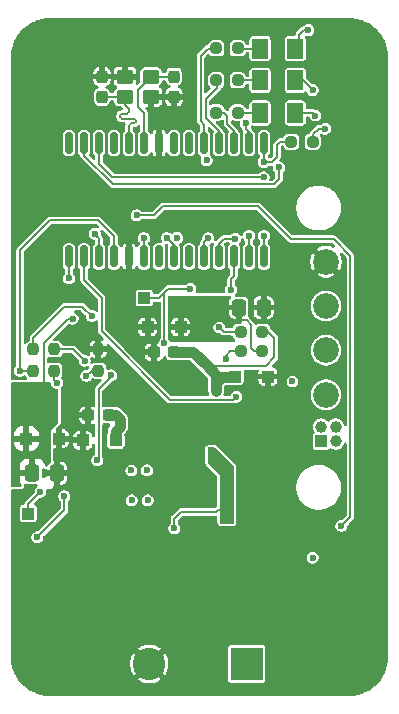
<source format=gtl>
G04 #@! TF.GenerationSoftware,KiCad,Pcbnew,9.0.7*
G04 #@! TF.CreationDate,2026-02-03T16:21:31-05:00*
G04 #@! TF.ProjectId,rocket_power_board,726f636b-6574-45f7-906f-7765725f626f,rev?*
G04 #@! TF.SameCoordinates,Original*
G04 #@! TF.FileFunction,Copper,L1,Top*
G04 #@! TF.FilePolarity,Positive*
%FSLAX46Y46*%
G04 Gerber Fmt 4.6, Leading zero omitted, Abs format (unit mm)*
G04 Created by KiCad (PCBNEW 9.0.7) date 2026-02-03 16:21:31*
%MOMM*%
%LPD*%
G01*
G04 APERTURE LIST*
G04 Aperture macros list*
%AMRoundRect*
0 Rectangle with rounded corners*
0 $1 Rounding radius*
0 $2 $3 $4 $5 $6 $7 $8 $9 X,Y pos of 4 corners*
0 Add a 4 corners polygon primitive as box body*
4,1,4,$2,$3,$4,$5,$6,$7,$8,$9,$2,$3,0*
0 Add four circle primitives for the rounded corners*
1,1,$1+$1,$2,$3*
1,1,$1+$1,$4,$5*
1,1,$1+$1,$6,$7*
1,1,$1+$1,$8,$9*
0 Add four rect primitives between the rounded corners*
20,1,$1+$1,$2,$3,$4,$5,0*
20,1,$1+$1,$4,$5,$6,$7,0*
20,1,$1+$1,$6,$7,$8,$9,0*
20,1,$1+$1,$8,$9,$2,$3,0*%
G04 Aperture macros list end*
G04 #@! TA.AperFunction,ComponentPad*
%ADD10R,2.743200X2.743200*%
G04 #@! TD*
G04 #@! TA.AperFunction,ComponentPad*
%ADD11C,2.743200*%
G04 #@! TD*
G04 #@! TA.AperFunction,SMDPad,CuDef*
%ADD12RoundRect,0.237500X-0.237500X0.250000X-0.237500X-0.250000X0.237500X-0.250000X0.237500X0.250000X0*%
G04 #@! TD*
G04 #@! TA.AperFunction,SMDPad,CuDef*
%ADD13RoundRect,0.237500X-0.237500X0.300000X-0.237500X-0.300000X0.237500X-0.300000X0.237500X0.300000X0*%
G04 #@! TD*
G04 #@! TA.AperFunction,ComponentPad*
%ADD14C,0.800000*%
G04 #@! TD*
G04 #@! TA.AperFunction,ComponentPad*
%ADD15C,6.400000*%
G04 #@! TD*
G04 #@! TA.AperFunction,SMDPad,CuDef*
%ADD16RoundRect,0.250000X-0.450000X-0.350000X0.450000X-0.350000X0.450000X0.350000X-0.450000X0.350000X0*%
G04 #@! TD*
G04 #@! TA.AperFunction,SMDPad,CuDef*
%ADD17RoundRect,0.237500X0.237500X-0.300000X0.237500X0.300000X-0.237500X0.300000X-0.237500X-0.300000X0*%
G04 #@! TD*
G04 #@! TA.AperFunction,SMDPad,CuDef*
%ADD18RoundRect,0.237500X0.250000X0.237500X-0.250000X0.237500X-0.250000X-0.237500X0.250000X-0.237500X0*%
G04 #@! TD*
G04 #@! TA.AperFunction,SMDPad,CuDef*
%ADD19RoundRect,0.250000X0.300000X0.300000X-0.300000X0.300000X-0.300000X-0.300000X0.300000X-0.300000X0*%
G04 #@! TD*
G04 #@! TA.AperFunction,SMDPad,CuDef*
%ADD20RoundRect,0.237500X0.300000X0.237500X-0.300000X0.237500X-0.300000X-0.237500X0.300000X-0.237500X0*%
G04 #@! TD*
G04 #@! TA.AperFunction,SMDPad,CuDef*
%ADD21RoundRect,0.250000X-0.337500X-0.475000X0.337500X-0.475000X0.337500X0.475000X-0.337500X0.475000X0*%
G04 #@! TD*
G04 #@! TA.AperFunction,SMDPad,CuDef*
%ADD22RoundRect,0.250001X-0.462499X-0.624999X0.462499X-0.624999X0.462499X0.624999X-0.462499X0.624999X0*%
G04 #@! TD*
G04 #@! TA.AperFunction,SMDPad,CuDef*
%ADD23R,1.000000X1.000000*%
G04 #@! TD*
G04 #@! TA.AperFunction,SMDPad,CuDef*
%ADD24RoundRect,0.250000X-0.300000X-0.300000X0.300000X-0.300000X0.300000X0.300000X-0.300000X0.300000X0*%
G04 #@! TD*
G04 #@! TA.AperFunction,SMDPad,CuDef*
%ADD25RoundRect,0.237500X0.237500X-0.250000X0.237500X0.250000X-0.237500X0.250000X-0.237500X-0.250000X0*%
G04 #@! TD*
G04 #@! TA.AperFunction,SMDPad,CuDef*
%ADD26RoundRect,0.150000X-0.150000X0.750000X-0.150000X-0.750000X0.150000X-0.750000X0.150000X0.750000X0*%
G04 #@! TD*
G04 #@! TA.AperFunction,ComponentPad*
%ADD27R,1.000000X1.000000*%
G04 #@! TD*
G04 #@! TA.AperFunction,ComponentPad*
%ADD28C,1.000000*%
G04 #@! TD*
G04 #@! TA.AperFunction,ComponentPad*
%ADD29C,2.175000*%
G04 #@! TD*
G04 #@! TA.AperFunction,ViaPad*
%ADD30C,0.600000*%
G04 #@! TD*
G04 #@! TA.AperFunction,Conductor*
%ADD31C,0.203200*%
G04 #@! TD*
G04 #@! TA.AperFunction,Conductor*
%ADD32C,0.950000*%
G04 #@! TD*
G04 APERTURE END LIST*
D10*
G04 #@! TO.P,J3,1,Pin_1*
G04 #@! TO.N,Net-(J3-Pin_1)*
X219900500Y-102187899D03*
D11*
G04 #@! TO.P,J3,2,Pin_2*
G04 #@! TO.N,GND*
X211645501Y-102187899D03*
G04 #@! TD*
D12*
G04 #@! TO.P,R24,1*
G04 #@! TO.N,+5V*
X203606400Y-75541500D03*
G04 #@! TO.P,R24,2*
G04 #@! TO.N,Net-(U7-OVLO)*
X203606400Y-77366500D03*
G04 #@! TD*
D13*
G04 #@! TO.P,C4,1*
G04 #@! TO.N,GND*
X207645000Y-52452099D03*
G04 #@! TO.P,C4,2*
G04 #@! TO.N,/OSC2*
X207645000Y-54177101D03*
G04 #@! TD*
D14*
G04 #@! TO.P,H1,1,1*
G04 #@! TO.N,GND*
X200800000Y-50800000D03*
X201502944Y-49102944D03*
X201502944Y-52497056D03*
X203200000Y-48400000D03*
D15*
X203200000Y-50800000D03*
D14*
X203200000Y-53200000D03*
X204897056Y-49102944D03*
X204897056Y-52497056D03*
X205600000Y-50800000D03*
G04 #@! TD*
D16*
G04 #@! TO.P,Y1,1,1*
G04 #@! TO.N,/OSC2*
X209593000Y-54164600D03*
G04 #@! TO.P,Y1,2,2*
G04 #@! TO.N,GND*
X211793000Y-54164600D03*
G04 #@! TO.P,Y1,3,3*
G04 #@! TO.N,/OSC1*
X211793000Y-52464600D03*
G04 #@! TO.P,Y1,4,4*
G04 #@! TO.N,GND*
X209593000Y-52464600D03*
G04 #@! TD*
D17*
G04 #@! TO.P,C3,1*
G04 #@! TO.N,GND*
X213741000Y-54177101D03*
G04 #@! TO.P,C3,2*
G04 #@! TO.N,/OSC1*
X213741000Y-52452099D03*
G04 #@! TD*
D14*
G04 #@! TO.P,H2,1,1*
G04 #@! TO.N,GND*
X226149200Y-50800000D03*
X226852144Y-49102944D03*
X226852144Y-52497056D03*
X228549200Y-48400000D03*
D15*
X228549200Y-50800000D03*
D14*
X228549200Y-53200000D03*
X230246256Y-49102944D03*
X230246256Y-52497056D03*
X230949200Y-50800000D03*
G04 #@! TD*
D18*
G04 #@! TO.P,R18,1*
G04 #@! TO.N,+12V*
X221206700Y-75717400D03*
G04 #@! TO.P,R18,2*
G04 #@! TO.N,Net-(U3-PGTH)*
X219381700Y-75717400D03*
G04 #@! TD*
D19*
G04 #@! TO.P,D6,1,K*
G04 #@! TO.N,+12V*
X214302800Y-73660000D03*
G04 #@! TO.P,D6,2,A*
G04 #@! TO.N,GND*
X211502800Y-73660000D03*
G04 #@! TD*
D20*
G04 #@! TO.P,C15,1*
G04 #@! TO.N,+5V*
X208202700Y-81127600D03*
G04 #@! TO.P,C15,2*
G04 #@! TO.N,GND*
X206477700Y-81127600D03*
G04 #@! TD*
D21*
G04 #@! TO.P,C12,1*
G04 #@! TO.N,+12V*
X219256700Y-72009000D03*
G04 #@! TO.P,C12,2*
G04 #@! TO.N,GND*
X221331700Y-72009000D03*
G04 #@! TD*
D22*
G04 #@! TO.P,D2,1,K*
G04 #@! TO.N,Net-(D2-K)*
X221041900Y-50088800D03*
G04 #@! TO.P,D2,2,A*
G04 #@! TO.N,+5V*
X224016900Y-50088800D03*
G04 #@! TD*
D12*
G04 #@! TO.P,R22,1*
G04 #@! TO.N,+BATT*
X201828400Y-75541500D03*
G04 #@! TO.P,R22,2*
G04 #@! TO.N,/5V_Fuse_RST{slash}EN*
X201828400Y-77366500D03*
G04 #@! TD*
D20*
G04 #@! TO.P,C5,1*
G04 #@! TO.N,+BATT*
X213765300Y-75793600D03*
G04 #@! TO.P,C5,2*
G04 #@! TO.N,GND*
X212040300Y-75793600D03*
G04 #@! TD*
D18*
G04 #@! TO.P,R8,1*
G04 #@! TO.N,Net-(D2-K)*
X219149300Y-50063400D03*
G04 #@! TO.P,R8,2*
G04 #@! TO.N,/Blue_LED*
X217324300Y-50063400D03*
G04 #@! TD*
D23*
G04 #@! TO.P,5IL,1,1*
G04 #@! TO.N,/5V_Enable/5V_I_Sense_Op_Amp_In*
X201396600Y-89458800D03*
G04 #@! TD*
D19*
G04 #@! TO.P,D5,1,A1*
G04 #@! TO.N,GND*
X221694200Y-77851000D03*
G04 #@! TO.P,D5,2,A2*
G04 #@! TO.N,+BATT*
X218894200Y-77851000D03*
G04 #@! TD*
D18*
G04 #@! TO.P,R11,1*
G04 #@! TO.N,+BATT*
X221206700Y-74066400D03*
G04 #@! TO.P,R11,2*
G04 #@! TO.N,/12V_RST{slash}EN*
X219381700Y-74066400D03*
G04 #@! TD*
D24*
G04 #@! TO.P,D8,1,K*
G04 #@! TO.N,+5V_SW*
X201241200Y-83108800D03*
G04 #@! TO.P,D8,2,A*
G04 #@! TO.N,GND*
X204041200Y-83108800D03*
G04 #@! TD*
D25*
G04 #@! TO.P,R33,1*
G04 #@! TO.N,Net-(U7-PGTH)*
X207340200Y-77366500D03*
G04 #@! TO.P,R33,2*
G04 #@! TO.N,GND*
X207340200Y-75541500D03*
G04 #@! TD*
D26*
G04 #@! TO.P,U2,1,~{MCLR}*
G04 #@! TO.N,/~{MCLR}*
X221361000Y-58090400D03*
G04 #@! TO.P,U2,2,RA0*
G04 #@! TO.N,/5V_Voltage_Sense*
X220091000Y-58090400D03*
G04 #@! TO.P,U2,3,RA1*
G04 #@! TO.N,/Red_LED*
X218821000Y-58090400D03*
G04 #@! TO.P,U2,4,RA2*
G04 #@! TO.N,/White_LED*
X217551000Y-58090400D03*
G04 #@! TO.P,U2,5,RA3*
G04 #@! TO.N,/Blue_LED*
X216281000Y-58090400D03*
G04 #@! TO.P,U2,6,RA4*
G04 #@! TO.N,unconnected-(U2-RA4-Pad6)*
X215011000Y-58090400D03*
G04 #@! TO.P,U2,7,RA5*
G04 #@! TO.N,unconnected-(U2-RA5-Pad7)*
X213741000Y-58090400D03*
G04 #@! TO.P,U2,8,VSS*
G04 #@! TO.N,GND*
X212471000Y-58090400D03*
G04 #@! TO.P,U2,9,RA7/OSC1*
G04 #@! TO.N,/OSC1*
X211201000Y-58090400D03*
G04 #@! TO.P,U2,10,RA6/OSC2*
G04 #@! TO.N,/OSC2*
X209931000Y-58090400D03*
G04 #@! TO.P,U2,11,RC0*
G04 #@! TO.N,unconnected-(U2-RC0-Pad11)*
X208661000Y-58090400D03*
G04 #@! TO.P,U2,12,RC1*
G04 #@! TO.N,/CAN_TX*
X207391000Y-58090400D03*
G04 #@! TO.P,U2,13,RC2*
G04 #@! TO.N,/CAN_RX*
X206121000Y-58090400D03*
G04 #@! TO.P,U2,14,RC3*
G04 #@! TO.N,unconnected-(U2-RC3-Pad14)*
X204851000Y-58090400D03*
G04 #@! TO.P,U2,15,RC4*
G04 #@! TO.N,/5V_Fuse_FLT*
X204851000Y-67690400D03*
G04 #@! TO.P,U2,16,RC5*
G04 #@! TO.N,/12V_Fuse_FLT*
X206121000Y-67690400D03*
G04 #@! TO.P,U2,17,RC6*
G04 #@! TO.N,/BATT_Current_Sense*
X207391000Y-67690400D03*
G04 #@! TO.P,U2,18,RC7*
G04 #@! TO.N,/5V_Fuse_RST{slash}EN*
X208661000Y-67690400D03*
G04 #@! TO.P,U2,19,VSS*
G04 #@! TO.N,GND*
X209931000Y-67690400D03*
G04 #@! TO.P,U2,20,VDD*
G04 #@! TO.N,+5V*
X211201000Y-67690400D03*
G04 #@! TO.P,U2,21,RB0*
G04 #@! TO.N,unconnected-(U2-RB0-Pad21)*
X212471000Y-67690400D03*
G04 #@! TO.P,U2,22,RB1*
G04 #@! TO.N,/BATT_Voltage_Sense*
X213741000Y-67690400D03*
G04 #@! TO.P,U2,23,RB2*
G04 #@! TO.N,unconnected-(U2-RB2-Pad23)*
X215011000Y-67690400D03*
G04 #@! TO.P,U2,24,RB3*
G04 #@! TO.N,/5V_Current_Sense*
X216281000Y-67690400D03*
G04 #@! TO.P,U2,25,RB4*
G04 #@! TO.N,/12V_Current_Sense*
X217551000Y-67690400D03*
G04 #@! TO.P,U2,26,RB5*
G04 #@! TO.N,/12V_RST{slash}EN*
X218821000Y-67690400D03*
G04 #@! TO.P,U2,27,RB6/ICSPCLK*
G04 #@! TO.N,/ICSPCLK*
X220091000Y-67690400D03*
G04 #@! TO.P,U2,28,RB7/ICSPDAT*
G04 #@! TO.N,/ICSPDAT*
X221361000Y-67690400D03*
G04 #@! TD*
D22*
G04 #@! TO.P,D3,1,K*
G04 #@! TO.N,Net-(D3-K)*
X221041900Y-52781200D03*
G04 #@! TO.P,D3,2,A*
G04 #@! TO.N,+5V*
X224016900Y-52781200D03*
G04 #@! TD*
D14*
G04 #@! TO.P,H4,1,1*
G04 #@! TO.N,GND*
X200800000Y-101600000D03*
X201502944Y-99902944D03*
X201502944Y-103297056D03*
X203200000Y-99200000D03*
D15*
X203200000Y-101600000D03*
D14*
X203200000Y-104000000D03*
X204897056Y-99902944D03*
X204897056Y-103297056D03*
X205600000Y-101600000D03*
G04 #@! TD*
D18*
G04 #@! TO.P,R7,1*
G04 #@! TO.N,Net-(D1-K)*
X219123900Y-55499000D03*
G04 #@! TO.P,R7,2*
G04 #@! TO.N,/Red_LED*
X217298900Y-55499000D03*
G04 #@! TD*
D24*
G04 #@! TO.P,D7,1,A1*
G04 #@! TO.N,GND*
X206016400Y-83261200D03*
G04 #@! TO.P,D7,2,A2*
G04 #@! TO.N,+5V*
X208816400Y-83261200D03*
G04 #@! TD*
D23*
G04 #@! TO.P,12IL,1,1*
G04 #@! TO.N,/Charge Circuitry+12V-5V Buck/12V_I_Sense_Op_Amp_In*
X211226400Y-71196200D03*
G04 #@! TD*
D18*
G04 #@! TO.P,R9,1*
G04 #@! TO.N,Net-(D3-K)*
X219149300Y-52755800D03*
G04 #@! TO.P,R9,2*
G04 #@! TO.N,/White_LED*
X217324300Y-52755800D03*
G04 #@! TD*
D27*
G04 #@! TO.P,J2,1,CANH*
G04 #@! TO.N,/CANH*
X226192200Y-83337600D03*
D28*
G04 #@! TO.P,J2,2,CANL*
G04 #@! TO.N,/CANL*
X226192200Y-82087600D03*
G04 #@! TO.P,J2,3,NC*
G04 #@! TO.N,unconnected-(J2-NC-Pad3)*
X227442200Y-83337600D03*
G04 #@! TO.P,J2,4,NC*
G04 #@! TO.N,unconnected-(J2-NC-Pad4)*
X227442200Y-82087600D03*
D29*
G04 #@! TO.P,J2,A,+CHG*
G04 #@! TO.N,/Charge_Line*
X226612201Y-79387600D03*
G04 #@! TO.P,J2,B,+12V*
G04 #@! TO.N,+12V*
X226612200Y-75637600D03*
G04 #@! TO.P,J2,C,+5V*
G04 #@! TO.N,+5V_SW*
X226612201Y-71887600D03*
G04 #@! TO.P,J2,D,GND*
G04 #@! TO.N,GND*
X226612200Y-68137600D03*
G04 #@! TD*
D14*
G04 #@! TO.P,H3,1,1*
G04 #@! TO.N,GND*
X226200000Y-101600000D03*
X226902944Y-99902944D03*
X226902944Y-103297056D03*
X228600000Y-99200000D03*
D15*
X228600000Y-101600000D03*
D14*
X228600000Y-104000000D03*
X230297056Y-99902944D03*
X230297056Y-103297056D03*
X231000000Y-101600000D03*
G04 #@! TD*
D21*
G04 #@! TO.P,C22,1*
G04 #@! TO.N,+5V_SW*
X201756100Y-86029800D03*
G04 #@! TO.P,C22,2*
G04 #@! TO.N,GND*
X203831100Y-86029800D03*
G04 #@! TD*
D22*
G04 #@! TO.P,D1,1,K*
G04 #@! TO.N,Net-(D1-K)*
X221041900Y-55524400D03*
G04 #@! TO.P,D1,2,A*
G04 #@! TO.N,+5V*
X224016900Y-55524400D03*
G04 #@! TD*
D18*
G04 #@! TO.P,R4,1*
G04 #@! TO.N,+5V*
X225499300Y-57962800D03*
G04 #@! TO.P,R4,2*
G04 #@! TO.N,/~{MCLR}*
X223674300Y-57962800D03*
G04 #@! TD*
D30*
G04 #@! TO.N,+12V*
X214960200Y-72390000D03*
X217932000Y-72390000D03*
X215950800Y-71399400D03*
X214960200Y-71399400D03*
X216941400Y-71399400D03*
X217932000Y-71399400D03*
G04 #@! TO.N,GND*
X217461672Y-69093600D03*
X205836433Y-55279565D03*
X214223600Y-51308000D03*
X209956400Y-51231800D03*
X212090000Y-50622200D03*
X222834200Y-74879200D03*
X206502000Y-55956200D03*
X215315800Y-55422800D03*
X211277200Y-51231800D03*
X224053400Y-97510600D03*
X216179400Y-87452200D03*
X212344000Y-56083200D03*
X215366600Y-52578000D03*
X212928200Y-55499000D03*
X224307400Y-67106800D03*
X214807800Y-76814400D03*
X201320400Y-74091800D03*
X205816200Y-54152800D03*
X212877400Y-51231800D03*
X206527400Y-54635400D03*
X203073000Y-72237600D03*
X209702400Y-74904600D03*
X211836000Y-55473600D03*
X214833200Y-56083200D03*
X204774800Y-82219800D03*
X216437341Y-92532659D03*
X227050600Y-97434400D03*
X214960200Y-54711600D03*
X213944200Y-59740800D03*
X211404200Y-59715400D03*
X206578200Y-52070000D03*
X211429600Y-63220600D03*
X215214200Y-53949600D03*
X206527400Y-53543200D03*
X226923600Y-95021400D03*
X223012000Y-73253600D03*
X224866200Y-95021400D03*
X214833200Y-52044600D03*
X214198200Y-55448200D03*
X230835200Y-61671200D03*
X229412800Y-55803800D03*
X216179400Y-86309200D03*
X214934800Y-50698400D03*
X207187800Y-55321200D03*
X208940400Y-70942200D03*
X216179400Y-89966800D03*
X209254221Y-65846018D03*
X216179400Y-88722200D03*
X222834200Y-76555600D03*
X229285800Y-61849000D03*
X211226400Y-65074800D03*
X209702400Y-78308200D03*
X208026000Y-50698400D03*
X204825600Y-84937600D03*
X209372200Y-50520600D03*
X215166268Y-69093598D03*
X206273400Y-75006200D03*
X226288600Y-59842400D03*
X208584800Y-56464200D03*
X207746600Y-55956200D03*
X205105000Y-70764400D03*
X214807800Y-53263800D03*
X210566000Y-50647600D03*
X213639400Y-56057800D03*
X208356200Y-55372000D03*
X208737200Y-51181000D03*
X207441800Y-51206400D03*
X213766400Y-50698400D03*
X219430600Y-64058800D03*
X215290400Y-51409600D03*
G04 #@! TO.N,+5V*
X223774000Y-78257400D03*
X225120200Y-48514000D03*
X216509600Y-59537600D03*
X209169000Y-82092800D03*
X225704400Y-55753000D03*
X211455000Y-85801200D03*
X211201000Y-66141600D03*
X225475800Y-93192600D03*
X213995000Y-66116200D03*
X210159600Y-88341200D03*
X211505800Y-88341200D03*
X226542600Y-56870600D03*
X225475800Y-53594000D03*
X206171800Y-76504800D03*
X210134200Y-85801200D03*
G04 #@! TO.N,/5V_Current_Sense*
X216636600Y-66141600D03*
G04 #@! TO.N,/12V_Current_Sense*
X218922600Y-66167000D03*
G04 #@! TO.N,+5V_SW*
X200710800Y-79654400D03*
X202336400Y-79654400D03*
X201523600Y-80467200D03*
X203149200Y-80467200D03*
X201523600Y-79654400D03*
X203149200Y-79654400D03*
X200710800Y-80467200D03*
X202336400Y-80467200D03*
X205155800Y-72948800D03*
G04 #@! TO.N,/ICSPCLK*
X220091000Y-65963800D03*
G04 #@! TO.N,/~{MCLR}*
X221361000Y-59690000D03*
G04 #@! TO.N,/ICSPDAT*
X221361000Y-65963800D03*
G04 #@! TO.N,/BATT_Voltage_Sense*
X213156800Y-66141600D03*
G04 #@! TO.N,/5V_Voltage_Sense*
X219837000Y-56413400D03*
G04 #@! TO.N,/CAN_TX*
X221335600Y-60985400D03*
G04 #@! TO.N,/CAN_RX*
X222631000Y-60147200D03*
G04 #@! TO.N,/12V_Fuse_FLT*
X219024200Y-79552800D03*
G04 #@! TO.N,+BATT*
X206781400Y-72720200D03*
X216509600Y-76911200D03*
X217322400Y-79044800D03*
X217322400Y-78384400D03*
G04 #@! TO.N,/BATT_Current_Sense*
X207035400Y-65760600D03*
G04 #@! TO.N,/5V_Fuse_FLT*
X204851000Y-69545200D03*
G04 #@! TO.N,/5V_Fuse_RST{slash}EN*
X200698000Y-77368400D03*
G04 #@! TO.N,Net-(U7-OVLO)*
X203833646Y-78382409D03*
G04 #@! TO.N,/5V_Enable/5V_I_Sense_Op_Amp_In*
X202438000Y-87604600D03*
G04 #@! TO.N,Net-(U7-PGTH)*
X206324200Y-77800200D03*
G04 #@! TO.N,/12V_RST{slash}EN*
X218567000Y-70510400D03*
X217576400Y-73685400D03*
G04 #@! TO.N,/Charge Circuitry+12V-5V Buck/12V_I_Sense_Op_Amp_In*
X215112600Y-70434200D03*
X212919327Y-75049049D03*
G04 #@! TO.N,Net-(R20-Pad2)*
X210591400Y-64198797D03*
X227914200Y-90500200D03*
G04 #@! TO.N,Net-(R31-Pad2)*
X207238600Y-84937600D03*
X202158600Y-91465400D03*
X208411800Y-77749400D03*
X204444600Y-87985600D03*
G04 #@! TO.N,/5V_Enable/SW_PIN*
X213775000Y-90700000D03*
X217144600Y-84328000D03*
X218211400Y-89128600D03*
X218211400Y-89814400D03*
X217144600Y-85028003D03*
G04 #@! TO.N,Net-(U3-PGTH)*
X218135200Y-76352400D03*
G04 #@! TD*
D31*
G04 #@! TO.N,+12V*
X220268800Y-75463400D02*
X220268800Y-73482200D01*
X220522800Y-75717400D02*
X220268800Y-75463400D01*
X221206700Y-75717400D02*
X220522800Y-75717400D01*
X219887800Y-73101200D02*
X219379800Y-73101200D01*
X220268800Y-73482200D02*
X219887800Y-73101200D01*
G04 #@! TO.N,GND*
X207340200Y-75541500D02*
X206808700Y-75541500D01*
X209931000Y-66522797D02*
X209931000Y-67690400D01*
X209254221Y-65846018D02*
X209931000Y-66522797D01*
X206808700Y-75541500D02*
X206273400Y-75006200D01*
D32*
G04 #@! TO.N,+5V*
X208816400Y-82445400D02*
X209169000Y-82092800D01*
D31*
X224663000Y-52781200D02*
X224347100Y-52781200D01*
X225475800Y-53594000D02*
X224663000Y-52781200D01*
D32*
X208816400Y-83261200D02*
X208816400Y-82445400D01*
D31*
X203606400Y-75541500D02*
X205208500Y-75541500D01*
X224739200Y-48514000D02*
X224347100Y-48906100D01*
D32*
X208813400Y-81127600D02*
X209169000Y-81483200D01*
D31*
X225983800Y-56870600D02*
X226542600Y-56870600D01*
X205208500Y-75541500D02*
X206171800Y-76504800D01*
X225499300Y-57962800D02*
X225499300Y-57355100D01*
D32*
X208202700Y-81127600D02*
X208813400Y-81127600D01*
X208202700Y-81127600D02*
X208228100Y-81102200D01*
D31*
X211201000Y-67690400D02*
X211201000Y-66141600D01*
X225475800Y-55524400D02*
X225704400Y-55753000D01*
X224347100Y-48906100D02*
X224347100Y-50088800D01*
X224347100Y-55524400D02*
X225475800Y-55524400D01*
X225499300Y-57355100D02*
X225983800Y-56870600D01*
D32*
X209169000Y-81483200D02*
X209169000Y-82092800D01*
D31*
X225120200Y-48514000D02*
X224739200Y-48514000D01*
G04 #@! TO.N,/OSC1*
X211793000Y-52464600D02*
X210667600Y-53590000D01*
X210667600Y-53590000D02*
X210667600Y-54991000D01*
X211201000Y-55524400D02*
X211201000Y-58090400D01*
X211793000Y-52464600D02*
X213728499Y-52464600D01*
X210667600Y-54991000D02*
X211201000Y-55524400D01*
X213728499Y-52464600D02*
X213741000Y-52452099D01*
G04 #@! TO.N,/OSC2*
X209931000Y-56586120D02*
X209931000Y-58090400D01*
X209164523Y-55773320D02*
X209164523Y-55854600D01*
X209593000Y-54164600D02*
X209593000Y-54881600D01*
X209593000Y-54164600D02*
X207657501Y-54164600D01*
X209593000Y-54881600D02*
X209931000Y-55219600D01*
X207657501Y-54164600D02*
X207645000Y-54177101D01*
X209327083Y-56017160D02*
X210334926Y-56017160D01*
X209931000Y-55219600D02*
X209931000Y-55448200D01*
X210334926Y-56423560D02*
X210093560Y-56423560D01*
X210497486Y-56179720D02*
X210497486Y-56261000D01*
X209768440Y-55610760D02*
X209327083Y-55610760D01*
X209327083Y-55610760D02*
G75*
G03*
X209164560Y-55773320I17J-162540D01*
G01*
X210497486Y-56261000D02*
G75*
G02*
X210334926Y-56423586I-162586J0D01*
G01*
X210334926Y-56017160D02*
G75*
G02*
X210497440Y-56179720I-26J-162540D01*
G01*
X209931000Y-55448200D02*
G75*
G02*
X209768440Y-55610800I-162600J0D01*
G01*
X209164523Y-55854600D02*
G75*
G03*
X209327083Y-56017177I162577J0D01*
G01*
X210093560Y-56423560D02*
G75*
G03*
X209931060Y-56586120I40J-162540D01*
G01*
G04 #@! TO.N,/5V_Current_Sense*
X216636600Y-66141600D02*
X216281000Y-66497200D01*
X216281000Y-66497200D02*
X216281000Y-67690400D01*
G04 #@! TO.N,/12V_Current_Sense*
X218922600Y-66167000D02*
X217982800Y-66167000D01*
X217551000Y-66598800D02*
X217551000Y-67690400D01*
X217982800Y-66167000D02*
X217551000Y-66598800D01*
G04 #@! TO.N,Net-(D3-K)*
X221372100Y-52781200D02*
X219225500Y-52781200D01*
G04 #@! TO.N,+5V_SW*
X202717400Y-79273400D02*
X202336400Y-79654400D01*
X204774800Y-72948800D02*
X202717400Y-75006200D01*
X202717400Y-75006200D02*
X202717400Y-79273400D01*
X205155800Y-72948800D02*
X204774800Y-72948800D01*
G04 #@! TO.N,/ICSPCLK*
X220091000Y-65963800D02*
X220091000Y-67690400D01*
G04 #@! TO.N,/~{MCLR}*
X222453200Y-59258200D02*
X222453200Y-58242200D01*
X222732600Y-57962800D02*
X223674300Y-57962800D01*
X221361000Y-59690000D02*
X222021400Y-59690000D01*
X222453200Y-58242200D02*
X222732600Y-57962800D01*
X222021400Y-59690000D02*
X222453200Y-59258200D01*
X221361000Y-59690000D02*
X221361000Y-58090400D01*
G04 #@! TO.N,/ICSPDAT*
X221361000Y-65963800D02*
X221361000Y-67690400D01*
G04 #@! TO.N,/BATT_Voltage_Sense*
X213156800Y-66141600D02*
X213741000Y-66725800D01*
X213741000Y-66725800D02*
X213741000Y-67690400D01*
G04 #@! TO.N,/5V_Voltage_Sense*
X219837000Y-56870600D02*
X220091000Y-57124600D01*
X220091000Y-57124600D02*
X220091000Y-58090400D01*
X219837000Y-56413400D02*
X219837000Y-56870600D01*
G04 #@! TO.N,/Red_LED*
X218262200Y-55829200D02*
X218262200Y-56489600D01*
X217375100Y-55524400D02*
X217957400Y-55524400D01*
X217957400Y-55524400D02*
X218262200Y-55829200D01*
X218262200Y-56489600D02*
X218821000Y-57048400D01*
X218821000Y-57048400D02*
X218821000Y-58090400D01*
G04 #@! TO.N,/Blue_LED*
X216001600Y-56235600D02*
X216281000Y-56515000D01*
X217400500Y-50088800D02*
X216585800Y-50088800D01*
X216281000Y-56515000D02*
X216281000Y-58090400D01*
X216585800Y-50088800D02*
X216001600Y-50673000D01*
X216001600Y-50673000D02*
X216001600Y-56235600D01*
G04 #@! TO.N,/White_LED*
X216409000Y-54380400D02*
X216409000Y-55931800D01*
X216409000Y-55931800D02*
X217551000Y-57073800D01*
X217551000Y-57073800D02*
X217551000Y-58090400D01*
X217400500Y-53388900D02*
X216409000Y-54380400D01*
X217400500Y-52781200D02*
X217400500Y-53388900D01*
G04 #@! TO.N,/CAN_TX*
X208534000Y-60985400D02*
X207391000Y-59842400D01*
X207391000Y-59842400D02*
X207391000Y-58090400D01*
X221335600Y-60985400D02*
X208534000Y-60985400D01*
G04 #@! TO.N,/CAN_RX*
X222203000Y-61591200D02*
X208563649Y-61591200D01*
X208563649Y-61591200D02*
X206121000Y-59148551D01*
X222631000Y-61163200D02*
X222203000Y-61591200D01*
X222631000Y-60147200D02*
X222631000Y-61163200D01*
X206121000Y-59148551D02*
X206121000Y-58090400D01*
G04 #@! TO.N,/12V_Fuse_FLT*
X207619600Y-74015600D02*
X207619600Y-71196200D01*
X206121000Y-69697600D02*
X206121000Y-67690400D01*
X219024200Y-79552800D02*
X218751400Y-79825600D01*
X207619600Y-71196200D02*
X206121000Y-69697600D01*
X218751400Y-79825600D02*
X213429600Y-79825600D01*
X213429600Y-79825600D02*
X207619600Y-74015600D01*
G04 #@! TO.N,+BATT*
X204463131Y-71932800D02*
X201828400Y-74567531D01*
D32*
X216509600Y-76911200D02*
X217322400Y-77724000D01*
D31*
X221206700Y-74066400D02*
X221716600Y-74066400D01*
D32*
X217322400Y-78384400D02*
X217322400Y-79044800D01*
D31*
X206781400Y-72720200D02*
X205994000Y-71932800D01*
D32*
X217830400Y-77851000D02*
X217322400Y-78359000D01*
D31*
X221491800Y-76958200D02*
X216556600Y-76958200D01*
X222224600Y-76225400D02*
X221491800Y-76958200D01*
D32*
X217322400Y-77724000D02*
X217322400Y-78359000D01*
D31*
X205994000Y-71932800D02*
X204463131Y-71932800D01*
D32*
X218894200Y-77851000D02*
X217830400Y-77851000D01*
X217322400Y-78359000D02*
X217322400Y-78384400D01*
X215392000Y-75793600D02*
X216509600Y-76911200D01*
D31*
X216556600Y-76958200D02*
X216509600Y-76911200D01*
X222224600Y-74574400D02*
X222224600Y-76225400D01*
D32*
X213765300Y-75793600D02*
X215392000Y-75793600D01*
D31*
X201828400Y-74567531D02*
X201828400Y-75541500D01*
X221716600Y-74066400D02*
X222224600Y-74574400D01*
G04 #@! TO.N,/BATT_Current_Sense*
X207035400Y-65760600D02*
X207162400Y-65887600D01*
X207391000Y-66141600D02*
X207391000Y-67690400D01*
X207162400Y-65887600D02*
X207162400Y-65913000D01*
X207162400Y-65913000D02*
X207391000Y-66141600D01*
G04 #@! TO.N,/5V_Fuse_FLT*
X204851000Y-69545200D02*
X204851000Y-67690400D01*
G04 #@! TO.N,Net-(D1-K)*
X221372100Y-55524400D02*
X219200100Y-55524400D01*
G04 #@! TO.N,/5V_Fuse_RST{slash}EN*
X207314800Y-64617600D02*
X208661000Y-65963800D01*
X200699900Y-77366500D02*
X201828400Y-77366500D01*
X200698000Y-77368400D02*
X200699900Y-77366500D01*
X203250800Y-64617600D02*
X207314800Y-64617600D01*
X200698000Y-77368400D02*
X200698000Y-67170400D01*
X208661000Y-65963800D02*
X208661000Y-67690400D01*
X200698000Y-67170400D02*
X203250800Y-64617600D01*
G04 #@! TO.N,Net-(U7-OVLO)*
X203606400Y-78155163D02*
X203833646Y-78382409D01*
X203606400Y-77366500D02*
X203606400Y-78155163D01*
G04 #@! TO.N,/5V_Enable/5V_I_Sense_Op_Amp_In*
X202438000Y-87604600D02*
X201396600Y-88646000D01*
X201396600Y-88646000D02*
X201396600Y-89458800D01*
G04 #@! TO.N,Net-(U7-PGTH)*
X206757900Y-77366500D02*
X206324200Y-77800200D01*
X207340200Y-77366500D02*
X206757900Y-77366500D01*
G04 #@! TO.N,/12V_RST{slash}EN*
X218821000Y-67690400D02*
X218821000Y-69367400D01*
X219381700Y-74066400D02*
X217957400Y-74066400D01*
X218567000Y-69621400D02*
X218567000Y-70510400D01*
X217957400Y-74066400D02*
X217576400Y-73685400D01*
X218821000Y-69367400D02*
X218567000Y-69621400D01*
G04 #@! TO.N,/Charge Circuitry+12V-5V Buck/12V_I_Sense_Op_Amp_In*
X212471000Y-71196200D02*
X211226400Y-71196200D01*
X215112600Y-70434200D02*
X213233000Y-70434200D01*
X212919327Y-70747873D02*
X212471000Y-71196200D01*
X212919327Y-75049049D02*
X212919327Y-70747873D01*
X213233000Y-70434200D02*
X212919327Y-70747873D01*
G04 #@! TO.N,Net-(D2-K)*
X221372100Y-50088800D02*
X219225500Y-50088800D01*
G04 #@! TO.N,Net-(R20-Pad2)*
X227253800Y-66217800D02*
X228676200Y-67640200D01*
X210591400Y-64198797D02*
X212026203Y-64198797D01*
X223647000Y-66217800D02*
X227253800Y-66217800D01*
X228676200Y-89738200D02*
X227914200Y-90500200D01*
X212775800Y-63449200D02*
X220878400Y-63449200D01*
X228676200Y-67640200D02*
X228676200Y-89738200D01*
X220878400Y-63449200D02*
X223647000Y-66217800D01*
X212026203Y-64198797D02*
X212775800Y-63449200D01*
G04 #@! TO.N,Net-(R31-Pad2)*
X207365600Y-81602922D02*
X207359400Y-81596722D01*
X207359400Y-80658478D02*
X207365600Y-80652278D01*
X207359400Y-81596722D02*
X207359400Y-80658478D01*
X207365600Y-78922600D02*
X208411800Y-77876400D01*
X208411800Y-77876400D02*
X208411800Y-77749400D01*
X207365600Y-84810600D02*
X207365600Y-81602922D01*
X202158600Y-91465400D02*
X204444600Y-89179400D01*
X207238600Y-84937600D02*
X207365600Y-84810600D01*
X207365600Y-80652278D02*
X207365600Y-78922600D01*
X204444600Y-89179400D02*
X204444600Y-87985600D01*
G04 #@! TO.N,/5V_Enable/SW_PIN*
X213775000Y-90700000D02*
X213775000Y-89875000D01*
X213775000Y-89875000D02*
X214322000Y-89328000D01*
X217272000Y-89328000D02*
X217475000Y-89125000D01*
X217475000Y-89125000D02*
X218207800Y-89125000D01*
X218207800Y-89125000D02*
X218211400Y-89128600D01*
X214322000Y-89328000D02*
X217272000Y-89328000D01*
G04 #@! TO.N,Net-(U3-PGTH)*
X218516200Y-75717400D02*
X219381700Y-75717400D01*
X218135200Y-76352400D02*
X218135200Y-76098400D01*
X218135200Y-76098400D02*
X218516200Y-75717400D01*
G04 #@! TD*
G04 #@! TA.AperFunction,Conductor*
G04 #@! TO.N,+5V_SW*
G36*
X203273084Y-78353285D02*
G01*
X203318839Y-78406089D01*
X203328984Y-78441413D01*
X203329945Y-78448719D01*
X203364273Y-78576831D01*
X203364274Y-78576832D01*
X203430583Y-78691684D01*
X203430585Y-78691687D01*
X203430586Y-78691688D01*
X203524367Y-78785469D01*
X203639225Y-78851782D01*
X203767333Y-78886109D01*
X203767336Y-78886109D01*
X203838000Y-78886109D01*
X203905039Y-78905794D01*
X203950794Y-78958598D01*
X203962000Y-79010109D01*
X203962000Y-81660438D01*
X203942315Y-81727477D01*
X203925681Y-81748119D01*
X203327000Y-82346799D01*
X203327000Y-82597757D01*
X203320042Y-82638711D01*
X203290373Y-82723499D01*
X203287500Y-82754142D01*
X203287500Y-83463446D01*
X203287501Y-83463452D01*
X203290374Y-83494101D01*
X203320041Y-83578886D01*
X203327000Y-83619838D01*
X203327000Y-85051273D01*
X203307315Y-85118312D01*
X203276634Y-85151043D01*
X203169161Y-85230361D01*
X203087945Y-85340406D01*
X203066793Y-85400855D01*
X203026071Y-85457631D01*
X202961118Y-85483378D01*
X202892557Y-85469921D01*
X202842154Y-85421534D01*
X202832046Y-85398904D01*
X202777958Y-85235680D01*
X202777956Y-85235675D01*
X202685915Y-85086454D01*
X202561945Y-84962484D01*
X202412724Y-84870443D01*
X202412719Y-84870441D01*
X202246297Y-84815294D01*
X202246290Y-84815293D01*
X202143586Y-84804800D01*
X202006100Y-84804800D01*
X202006100Y-85905800D01*
X201986415Y-85972839D01*
X201933611Y-86018594D01*
X201882100Y-86029800D01*
X201756100Y-86029800D01*
X201756100Y-86155800D01*
X201736415Y-86222839D01*
X201683611Y-86268594D01*
X201632100Y-86279800D01*
X200668601Y-86279800D01*
X200668601Y-86554786D01*
X200679094Y-86657497D01*
X200734241Y-86823919D01*
X200734243Y-86823924D01*
X200830075Y-86979291D01*
X200828634Y-86980179D01*
X200851431Y-87036679D01*
X200838394Y-87105322D01*
X200790315Y-87156019D01*
X200728025Y-87172800D01*
X200047044Y-87172800D01*
X199980005Y-87153115D01*
X199934250Y-87100311D01*
X199923045Y-87049156D01*
X199918607Y-85504813D01*
X200668600Y-85504813D01*
X200668600Y-85779800D01*
X201506100Y-85779800D01*
X201506100Y-84804800D01*
X201368627Y-84804800D01*
X201368612Y-84804801D01*
X201265902Y-84815294D01*
X201099480Y-84870441D01*
X201099475Y-84870443D01*
X200950254Y-84962484D01*
X200826284Y-85086454D01*
X200734243Y-85235675D01*
X200734241Y-85235680D01*
X200679094Y-85402102D01*
X200679093Y-85402109D01*
X200668600Y-85504813D01*
X199918607Y-85504813D01*
X199918599Y-85502020D01*
X199915901Y-84563156D01*
X199915900Y-84562800D01*
X199915900Y-83458786D01*
X200191201Y-83458786D01*
X200201694Y-83561497D01*
X200256841Y-83727919D01*
X200256843Y-83727924D01*
X200348884Y-83877145D01*
X200472854Y-84001115D01*
X200622075Y-84093156D01*
X200622080Y-84093158D01*
X200788502Y-84148305D01*
X200788509Y-84148306D01*
X200891219Y-84158799D01*
X201491200Y-84158799D01*
X201591172Y-84158799D01*
X201591186Y-84158798D01*
X201693897Y-84148305D01*
X201860319Y-84093158D01*
X201860324Y-84093156D01*
X202009545Y-84001115D01*
X202133515Y-83877145D01*
X202225556Y-83727924D01*
X202225558Y-83727919D01*
X202280705Y-83561497D01*
X202280706Y-83561490D01*
X202291199Y-83458786D01*
X202291200Y-83458773D01*
X202291200Y-83358800D01*
X201491200Y-83358800D01*
X201491200Y-84158799D01*
X200891219Y-84158799D01*
X200991200Y-84158798D01*
X200991200Y-83358800D01*
X200191201Y-83358800D01*
X200191201Y-83458786D01*
X199915900Y-83458786D01*
X199915900Y-82758813D01*
X200191200Y-82758813D01*
X200191200Y-82858800D01*
X200991200Y-82858800D01*
X201491200Y-82858800D01*
X202291199Y-82858800D01*
X202291199Y-82758828D01*
X202291198Y-82758813D01*
X202280705Y-82656102D01*
X202225558Y-82489680D01*
X202225556Y-82489675D01*
X202133515Y-82340454D01*
X202009545Y-82216484D01*
X201860324Y-82124443D01*
X201860319Y-82124441D01*
X201693897Y-82069294D01*
X201693890Y-82069293D01*
X201591186Y-82058800D01*
X201491200Y-82058800D01*
X201491200Y-82858800D01*
X200991200Y-82858800D01*
X200991200Y-82058799D01*
X200891228Y-82058800D01*
X200891212Y-82058801D01*
X200788502Y-82069294D01*
X200622080Y-82124441D01*
X200622075Y-82124443D01*
X200472854Y-82216484D01*
X200348884Y-82340454D01*
X200256843Y-82489675D01*
X200256841Y-82489680D01*
X200201694Y-82656102D01*
X200201693Y-82656109D01*
X200191200Y-82758813D01*
X199915900Y-82758813D01*
X199915900Y-78457600D01*
X199935585Y-78390561D01*
X199988389Y-78344806D01*
X200039900Y-78333600D01*
X203206045Y-78333600D01*
X203273084Y-78353285D01*
G37*
G04 #@! TD.AperFunction*
G04 #@! TD*
G04 #@! TA.AperFunction,Conductor*
G04 #@! TO.N,+12V*
G36*
X218437709Y-70997225D02*
G01*
X218452700Y-71001241D01*
X218476251Y-71007552D01*
X218535911Y-71043916D01*
X218566441Y-71106763D01*
X218558147Y-71176139D01*
X218543425Y-71201638D01*
X218475847Y-71291910D01*
X218475845Y-71291913D01*
X218425603Y-71426620D01*
X218425601Y-71426627D01*
X218419200Y-71486155D01*
X218419200Y-71759000D01*
X219132700Y-71759000D01*
X219199739Y-71778685D01*
X219245494Y-71831489D01*
X219256700Y-71883000D01*
X219256700Y-72009000D01*
X219382700Y-72009000D01*
X219449739Y-72028685D01*
X219481400Y-72065223D01*
X219481400Y-73270610D01*
X219480633Y-73277473D01*
X219469689Y-73303582D01*
X219461715Y-73330739D01*
X219456362Y-73335377D01*
X219453623Y-73341912D01*
X219430299Y-73357960D01*
X219408911Y-73376494D01*
X219400801Y-73378258D01*
X219396064Y-73381518D01*
X219384081Y-73381895D01*
X219357400Y-73387700D01*
X219078560Y-73387700D01*
X219048746Y-73390495D01*
X218923212Y-73434421D01*
X218816200Y-73513400D01*
X218737221Y-73620412D01*
X218737220Y-73620414D01*
X218717053Y-73678053D01*
X218676332Y-73734830D01*
X218611380Y-73760578D01*
X218600011Y-73761100D01*
X218204100Y-73761100D01*
X218137061Y-73741415D01*
X218091306Y-73688611D01*
X218080100Y-73637100D01*
X218080100Y-73619089D01*
X218080100Y-73619087D01*
X218045773Y-73490979D01*
X217980694Y-73378258D01*
X217979462Y-73376124D01*
X217979458Y-73376119D01*
X217885680Y-73282341D01*
X217885675Y-73282337D01*
X217770823Y-73216028D01*
X217770822Y-73216027D01*
X217738794Y-73207445D01*
X217642713Y-73181700D01*
X217510087Y-73181700D01*
X217433222Y-73202296D01*
X217381977Y-73216027D01*
X217381976Y-73216028D01*
X217267124Y-73282337D01*
X217267119Y-73282341D01*
X217173341Y-73376119D01*
X217173337Y-73376124D01*
X217107028Y-73490976D01*
X217107027Y-73490977D01*
X217101019Y-73513400D01*
X217072700Y-73619087D01*
X217072700Y-73619089D01*
X217072700Y-73751710D01*
X217072699Y-73751710D01*
X217107027Y-73879822D01*
X217107028Y-73879823D01*
X217173337Y-73994675D01*
X217173339Y-73994678D01*
X217173340Y-73994679D01*
X217267121Y-74088460D01*
X217381979Y-74154773D01*
X217510087Y-74189100D01*
X217510090Y-74189100D01*
X217596979Y-74189100D01*
X217664018Y-74208785D01*
X217684660Y-74225419D01*
X217769941Y-74310700D01*
X217839558Y-74350894D01*
X217860364Y-74356468D01*
X217917207Y-74371700D01*
X218600010Y-74371700D01*
X218667049Y-74391385D01*
X218712804Y-74444189D01*
X218717051Y-74454745D01*
X218737219Y-74512383D01*
X218737221Y-74512387D01*
X218737222Y-74512388D01*
X218816200Y-74619400D01*
X218902846Y-74683347D01*
X218945096Y-74738994D01*
X218950555Y-74808650D01*
X218917488Y-74870200D01*
X218856394Y-74904101D01*
X218829691Y-74907116D01*
X213502294Y-74927684D01*
X213435179Y-74908258D01*
X213393911Y-74861004D01*
X213392764Y-74861667D01*
X213389396Y-74855833D01*
X213389220Y-74855632D01*
X213389033Y-74855205D01*
X213322389Y-74739773D01*
X213322385Y-74739768D01*
X213260946Y-74678329D01*
X213227461Y-74617006D01*
X213224627Y-74590648D01*
X213224627Y-74007844D01*
X213502800Y-74007844D01*
X213509201Y-74067372D01*
X213509203Y-74067379D01*
X213559445Y-74202086D01*
X213559449Y-74202093D01*
X213645609Y-74317187D01*
X213645612Y-74317190D01*
X213760706Y-74403350D01*
X213760713Y-74403354D01*
X213895420Y-74453596D01*
X213895427Y-74453598D01*
X213954955Y-74459999D01*
X213954972Y-74460000D01*
X214052800Y-74460000D01*
X214552800Y-74460000D01*
X214650628Y-74460000D01*
X214650644Y-74459999D01*
X214710172Y-74453598D01*
X214710179Y-74453596D01*
X214844886Y-74403354D01*
X214844893Y-74403350D01*
X214959987Y-74317190D01*
X214959990Y-74317187D01*
X215046150Y-74202093D01*
X215046154Y-74202086D01*
X215096396Y-74067379D01*
X215096398Y-74067372D01*
X215102799Y-74007844D01*
X215102800Y-74007827D01*
X215102800Y-73910000D01*
X214552800Y-73910000D01*
X214552800Y-74460000D01*
X214052800Y-74460000D01*
X214052800Y-73910000D01*
X213502800Y-73910000D01*
X213502800Y-74007844D01*
X213224627Y-74007844D01*
X213224627Y-73312155D01*
X213502800Y-73312155D01*
X213502800Y-73410000D01*
X214052800Y-73410000D01*
X214552800Y-73410000D01*
X215102800Y-73410000D01*
X215102800Y-73312172D01*
X215102799Y-73312155D01*
X215096398Y-73252627D01*
X215096396Y-73252620D01*
X215046154Y-73117913D01*
X215046150Y-73117906D01*
X214959990Y-73002812D01*
X214959987Y-73002809D01*
X214844893Y-72916649D01*
X214844886Y-72916645D01*
X214710179Y-72866403D01*
X214710172Y-72866401D01*
X214650644Y-72860000D01*
X214552800Y-72860000D01*
X214552800Y-73410000D01*
X214052800Y-73410000D01*
X214052800Y-72860000D01*
X213954955Y-72860000D01*
X213895427Y-72866401D01*
X213895420Y-72866403D01*
X213760713Y-72916645D01*
X213760706Y-72916649D01*
X213645612Y-73002809D01*
X213645609Y-73002812D01*
X213559449Y-73117906D01*
X213559445Y-73117913D01*
X213509203Y-73252620D01*
X213509201Y-73252627D01*
X213502800Y-73312155D01*
X213224627Y-73312155D01*
X213224627Y-72531844D01*
X218419200Y-72531844D01*
X218425601Y-72591372D01*
X218425603Y-72591379D01*
X218475845Y-72726086D01*
X218475849Y-72726093D01*
X218562009Y-72841187D01*
X218562012Y-72841190D01*
X218677106Y-72927350D01*
X218677113Y-72927354D01*
X218811820Y-72977596D01*
X218811827Y-72977598D01*
X218871355Y-72983999D01*
X218871372Y-72984000D01*
X219006700Y-72984000D01*
X219006700Y-72259000D01*
X218419200Y-72259000D01*
X218419200Y-72531844D01*
X213224627Y-72531844D01*
X213224627Y-71117000D01*
X213244312Y-71049961D01*
X213297116Y-71004206D01*
X213348627Y-70993000D01*
X218405616Y-70993000D01*
X218437709Y-70997225D01*
G37*
G04 #@! TD.AperFunction*
G04 #@! TD*
G04 #@! TA.AperFunction,Conductor*
G04 #@! TO.N,/5V_Enable/SW_PIN*
G36*
X217236731Y-83865402D02*
G01*
X217257705Y-83882305D01*
X218784095Y-85408695D01*
X218818121Y-85471007D01*
X218821000Y-85497790D01*
X218821000Y-90191659D01*
X218800998Y-90259780D01*
X218747342Y-90306273D01*
X218695000Y-90317659D01*
X217753200Y-90317659D01*
X217685079Y-90297657D01*
X217638586Y-90244001D01*
X217627200Y-90191659D01*
X217627200Y-86202859D01*
X217627199Y-86202857D01*
X216622705Y-85198363D01*
X216588679Y-85136051D01*
X216585800Y-85109268D01*
X216585800Y-83971400D01*
X216605802Y-83903279D01*
X216659458Y-83856786D01*
X216711800Y-83845400D01*
X217168610Y-83845400D01*
X217236731Y-83865402D01*
G37*
G04 #@! TD.AperFunction*
G04 #@! TD*
G04 #@! TA.AperFunction,Conductor*
G04 #@! TO.N,GND*
G36*
X228603244Y-47516070D02*
G01*
X228936795Y-47533551D01*
X228949702Y-47534908D01*
X229093953Y-47557754D01*
X229276381Y-47586647D01*
X229289068Y-47589343D01*
X229608573Y-47674954D01*
X229620911Y-47678964D01*
X229929700Y-47797497D01*
X229941542Y-47802769D01*
X230236276Y-47952944D01*
X230247492Y-47959420D01*
X230480813Y-48110940D01*
X230524892Y-48139565D01*
X230535393Y-48147194D01*
X230792445Y-48355351D01*
X230802090Y-48364036D01*
X231035963Y-48597909D01*
X231044648Y-48607554D01*
X231252805Y-48864606D01*
X231260434Y-48875107D01*
X231440576Y-49152502D01*
X231447058Y-49163729D01*
X231586184Y-49436777D01*
X231597225Y-49458446D01*
X231602504Y-49470304D01*
X231721035Y-49779089D01*
X231725046Y-49791432D01*
X231810654Y-50110925D01*
X231813352Y-50123622D01*
X231865091Y-50450297D01*
X231866448Y-50463204D01*
X231883930Y-50796756D01*
X231884100Y-50803246D01*
X231884100Y-101596753D01*
X231883930Y-101603243D01*
X231866448Y-101936795D01*
X231865091Y-101949702D01*
X231813352Y-102276377D01*
X231810654Y-102289074D01*
X231725046Y-102608567D01*
X231721035Y-102620910D01*
X231602504Y-102929695D01*
X231597225Y-102941553D01*
X231447062Y-103236264D01*
X231440572Y-103247504D01*
X231260434Y-103524892D01*
X231252805Y-103535393D01*
X231044648Y-103792445D01*
X231035963Y-103802090D01*
X230802090Y-104035963D01*
X230792445Y-104044648D01*
X230535393Y-104252805D01*
X230524892Y-104260434D01*
X230247504Y-104440572D01*
X230236264Y-104447062D01*
X229941553Y-104597225D01*
X229929695Y-104602504D01*
X229620910Y-104721035D01*
X229608567Y-104725046D01*
X229289074Y-104810654D01*
X229276377Y-104813352D01*
X228949702Y-104865091D01*
X228936795Y-104866448D01*
X228603244Y-104883930D01*
X228596754Y-104884100D01*
X203203246Y-104884100D01*
X203196756Y-104883930D01*
X202863204Y-104866448D01*
X202850297Y-104865091D01*
X202523622Y-104813352D01*
X202510925Y-104810654D01*
X202191432Y-104725046D01*
X202179089Y-104721035D01*
X201870304Y-104602504D01*
X201858446Y-104597225D01*
X201563729Y-104447058D01*
X201552502Y-104440576D01*
X201275107Y-104260434D01*
X201264606Y-104252805D01*
X201007554Y-104044648D01*
X200997909Y-104035963D01*
X200764036Y-103802090D01*
X200755351Y-103792445D01*
X200547194Y-103535393D01*
X200539565Y-103524892D01*
X200359420Y-103247492D01*
X200352944Y-103236276D01*
X200202769Y-102941542D01*
X200197495Y-102929695D01*
X200078964Y-102620910D01*
X200074953Y-102608567D01*
X200063981Y-102567620D01*
X199989343Y-102289068D01*
X199986647Y-102276378D01*
X199973385Y-102192646D01*
X199952420Y-102060270D01*
X210023901Y-102060270D01*
X210023901Y-102315527D01*
X210063829Y-102567620D01*
X210142707Y-102810379D01*
X210258585Y-103037802D01*
X210335786Y-103144059D01*
X210335786Y-103144060D01*
X210844642Y-102635204D01*
X210935240Y-102770795D01*
X211062605Y-102898160D01*
X211198194Y-102988757D01*
X210689338Y-103497612D01*
X210795597Y-103574814D01*
X211023020Y-103690692D01*
X211265779Y-103769570D01*
X211517873Y-103809499D01*
X211773129Y-103809499D01*
X212025222Y-103769570D01*
X212267981Y-103690692D01*
X212486080Y-103579565D01*
X218325199Y-103579565D01*
X218337017Y-103638975D01*
X218337018Y-103638978D01*
X218337019Y-103638979D01*
X218382040Y-103706359D01*
X218449420Y-103751380D01*
X218449423Y-103751381D01*
X218508833Y-103763199D01*
X218508836Y-103763199D01*
X221292166Y-103763199D01*
X221351576Y-103751381D01*
X221351577Y-103751380D01*
X221351580Y-103751380D01*
X221418960Y-103706359D01*
X221463981Y-103638979D01*
X221475800Y-103579563D01*
X221475800Y-100796235D01*
X221475800Y-100796232D01*
X221463982Y-100736822D01*
X221463981Y-100736819D01*
X221429427Y-100685105D01*
X221418960Y-100669439D01*
X221351580Y-100624418D01*
X221351579Y-100624417D01*
X221351576Y-100624416D01*
X221292166Y-100612599D01*
X221292164Y-100612599D01*
X218508836Y-100612599D01*
X218508834Y-100612599D01*
X218449423Y-100624416D01*
X218449420Y-100624417D01*
X218382040Y-100669439D01*
X218337018Y-100736819D01*
X218337017Y-100736822D01*
X218325200Y-100796232D01*
X218325200Y-100796235D01*
X218325200Y-103579563D01*
X218325200Y-103579565D01*
X218325199Y-103579565D01*
X212486080Y-103579565D01*
X212495396Y-103574818D01*
X212495402Y-103574814D01*
X212601661Y-103497612D01*
X212601662Y-103497612D01*
X212092807Y-102988757D01*
X212228397Y-102898160D01*
X212355762Y-102770795D01*
X212446359Y-102635205D01*
X212955214Y-103144060D01*
X212955214Y-103144059D01*
X213032416Y-103037800D01*
X213032420Y-103037794D01*
X213148294Y-102810379D01*
X213227172Y-102567620D01*
X213267101Y-102315527D01*
X213267101Y-102060270D01*
X213227172Y-101808177D01*
X213148294Y-101565418D01*
X213032416Y-101337995D01*
X212955214Y-101231737D01*
X212955214Y-101231736D01*
X212446359Y-101740592D01*
X212355762Y-101605003D01*
X212228397Y-101477638D01*
X212092805Y-101387039D01*
X212601662Y-100878184D01*
X212495404Y-100800983D01*
X212267981Y-100685105D01*
X212025222Y-100606227D01*
X211773129Y-100566299D01*
X211517873Y-100566299D01*
X211265779Y-100606227D01*
X211023020Y-100685105D01*
X210795594Y-100800985D01*
X210689339Y-100878183D01*
X210689338Y-100878184D01*
X211198194Y-101387040D01*
X211062605Y-101477638D01*
X210935240Y-101605003D01*
X210844642Y-101740592D01*
X210335786Y-101231736D01*
X210335785Y-101231737D01*
X210258587Y-101337992D01*
X210142707Y-101565418D01*
X210063829Y-101808177D01*
X210023901Y-102060270D01*
X199952420Y-102060270D01*
X199934908Y-101949702D01*
X199933551Y-101936795D01*
X199916070Y-101603243D01*
X199915900Y-101596753D01*
X199915900Y-93258910D01*
X224972099Y-93258910D01*
X225006427Y-93387022D01*
X225006428Y-93387023D01*
X225072737Y-93501875D01*
X225072739Y-93501878D01*
X225072740Y-93501879D01*
X225166521Y-93595660D01*
X225281379Y-93661973D01*
X225409487Y-93696300D01*
X225409490Y-93696300D01*
X225542110Y-93696300D01*
X225542113Y-93696300D01*
X225670221Y-93661973D01*
X225785079Y-93595660D01*
X225878860Y-93501879D01*
X225945173Y-93387021D01*
X225979500Y-93258913D01*
X225979500Y-93126287D01*
X225945173Y-92998179D01*
X225878860Y-92883321D01*
X225785079Y-92789540D01*
X225785078Y-92789539D01*
X225785075Y-92789537D01*
X225670223Y-92723228D01*
X225670222Y-92723227D01*
X225638194Y-92714645D01*
X225542113Y-92688900D01*
X225409487Y-92688900D01*
X225332622Y-92709496D01*
X225281377Y-92723227D01*
X225281376Y-92723228D01*
X225166524Y-92789537D01*
X225166519Y-92789541D01*
X225072741Y-92883319D01*
X225072737Y-92883324D01*
X225006428Y-92998176D01*
X225006427Y-92998177D01*
X224989263Y-93062233D01*
X224972100Y-93126287D01*
X224972100Y-93126289D01*
X224972100Y-93258910D01*
X224972099Y-93258910D01*
X199915900Y-93258910D01*
X199915900Y-91531710D01*
X201654899Y-91531710D01*
X201689227Y-91659822D01*
X201689228Y-91659823D01*
X201755537Y-91774675D01*
X201755539Y-91774678D01*
X201755540Y-91774679D01*
X201849321Y-91868460D01*
X201964179Y-91934773D01*
X202092287Y-91969100D01*
X202092290Y-91969100D01*
X202224910Y-91969100D01*
X202224913Y-91969100D01*
X202353021Y-91934773D01*
X202467879Y-91868460D01*
X202561660Y-91774679D01*
X202627973Y-91659821D01*
X202662300Y-91531713D01*
X202662300Y-91444820D01*
X202681985Y-91377781D01*
X202698619Y-91357139D01*
X203289448Y-90766310D01*
X213271299Y-90766310D01*
X213305627Y-90894422D01*
X213305628Y-90894423D01*
X213371937Y-91009275D01*
X213371939Y-91009278D01*
X213371940Y-91009279D01*
X213465721Y-91103060D01*
X213580579Y-91169373D01*
X213708687Y-91203700D01*
X213708690Y-91203700D01*
X213841310Y-91203700D01*
X213841313Y-91203700D01*
X213969421Y-91169373D01*
X214084279Y-91103060D01*
X214178060Y-91009279D01*
X214244373Y-90894421D01*
X214278700Y-90766313D01*
X214278700Y-90633687D01*
X214244373Y-90505579D01*
X214183208Y-90399638D01*
X214178062Y-90390724D01*
X214178058Y-90390719D01*
X214116619Y-90329280D01*
X214101915Y-90302352D01*
X214085323Y-90276534D01*
X214084431Y-90270333D01*
X214083134Y-90267957D01*
X214080300Y-90241599D01*
X214080300Y-90052821D01*
X214099985Y-89985782D01*
X214116619Y-89965140D01*
X214412141Y-89669619D01*
X214473464Y-89636134D01*
X214499822Y-89633300D01*
X217294500Y-89633300D01*
X217361539Y-89652985D01*
X217407294Y-89705789D01*
X217418500Y-89757300D01*
X217418500Y-90191659D01*
X217423269Y-90236020D01*
X217432082Y-90276534D01*
X217434664Y-90288402D01*
X217437179Y-90298694D01*
X217437181Y-90298699D01*
X217480861Y-90380671D01*
X217526975Y-90433889D01*
X217527354Y-90434326D01*
X217545221Y-90452562D01*
X217545223Y-90452563D01*
X217545224Y-90452564D01*
X217565663Y-90463996D01*
X217626282Y-90497903D01*
X217694403Y-90517905D01*
X217753200Y-90526359D01*
X217753201Y-90526359D01*
X218695000Y-90526359D01*
X218739361Y-90521590D01*
X218791703Y-90510204D01*
X218796229Y-90509097D01*
X218802035Y-90507679D01*
X218802036Y-90507678D01*
X218802042Y-90507677D01*
X218884011Y-90463998D01*
X218937667Y-90417505D01*
X218955903Y-90399638D01*
X219001244Y-90318577D01*
X219021246Y-90250456D01*
X219029700Y-90191659D01*
X219029700Y-87237600D01*
X224092200Y-87237600D01*
X224101349Y-87423833D01*
X224101349Y-87423838D01*
X224101350Y-87423843D01*
X224128709Y-87608277D01*
X224174014Y-87789146D01*
X224236823Y-87964684D01*
X224236827Y-87964694D01*
X224316551Y-88133257D01*
X224344582Y-88180023D01*
X224412408Y-88293183D01*
X224523480Y-88442947D01*
X224523488Y-88442956D01*
X224523489Y-88442957D01*
X224648696Y-88581103D01*
X224725241Y-88650479D01*
X224786852Y-88706320D01*
X224786861Y-88706326D01*
X224786865Y-88706330D01*
X224837515Y-88743894D01*
X224936617Y-88817392D01*
X224975811Y-88840884D01*
X225096542Y-88913248D01*
X225096545Y-88913249D01*
X225096546Y-88913250D01*
X225265101Y-88992971D01*
X225265115Y-88992976D01*
X225440649Y-89055785D01*
X225440654Y-89055786D01*
X225440659Y-89055788D01*
X225621528Y-89101092D01*
X225805967Y-89128451D01*
X225992199Y-89137600D01*
X226178433Y-89128451D01*
X226362872Y-89101092D01*
X226543741Y-89055787D01*
X226625317Y-89026598D01*
X226719278Y-88992979D01*
X226719284Y-88992976D01*
X226719299Y-88992971D01*
X226887854Y-88913250D01*
X227047783Y-88817392D01*
X227197547Y-88706321D01*
X227335703Y-88581103D01*
X227460920Y-88442947D01*
X227571992Y-88293183D01*
X227667850Y-88133254D01*
X227747571Y-87964699D01*
X227765755Y-87913880D01*
X227806851Y-87799023D01*
X227810387Y-87789141D01*
X227855692Y-87608272D01*
X227883051Y-87423833D01*
X227892200Y-87237600D01*
X227883051Y-87051368D01*
X227855692Y-86866928D01*
X227810387Y-86686059D01*
X227786956Y-86620573D01*
X227747579Y-86510521D01*
X227747572Y-86510505D01*
X227747571Y-86510501D01*
X227667850Y-86341946D01*
X227656290Y-86322658D01*
X227571990Y-86182013D01*
X227460926Y-86032260D01*
X227460923Y-86032256D01*
X227335703Y-85894097D01*
X227197552Y-85768884D01*
X227151712Y-85734887D01*
X227047783Y-85657808D01*
X226887854Y-85561950D01*
X226887852Y-85561949D01*
X226719306Y-85482231D01*
X226719303Y-85482230D01*
X226719299Y-85482228D01*
X226598556Y-85439026D01*
X226543739Y-85419412D01*
X226362878Y-85374108D01*
X226362873Y-85374107D01*
X226362872Y-85374107D01*
X226328668Y-85369033D01*
X226178443Y-85346751D01*
X226178438Y-85346750D01*
X226178433Y-85346750D01*
X225992200Y-85337600D01*
X225805967Y-85346749D01*
X225805962Y-85346749D01*
X225805956Y-85346750D01*
X225621521Y-85374109D01*
X225490323Y-85406973D01*
X225440659Y-85419413D01*
X225440656Y-85419413D01*
X225440648Y-85419416D01*
X225265121Y-85482220D01*
X225265105Y-85482227D01*
X225096542Y-85561951D01*
X224936619Y-85657806D01*
X224786857Y-85768877D01*
X224786842Y-85768889D01*
X224648696Y-85894096D01*
X224523489Y-86032242D01*
X224523477Y-86032257D01*
X224412406Y-86182019D01*
X224316551Y-86341942D01*
X224236827Y-86510505D01*
X224236820Y-86510521D01*
X224174016Y-86686048D01*
X224128709Y-86866921D01*
X224101350Y-87051356D01*
X224101350Y-87051359D01*
X224101349Y-87051367D01*
X224092200Y-87237600D01*
X219029700Y-87237600D01*
X219029700Y-85497790D01*
X219028505Y-85475485D01*
X219025626Y-85448702D01*
X219025625Y-85448700D01*
X219025625Y-85448697D01*
X219002269Y-85374108D01*
X219001291Y-85370985D01*
X218967265Y-85308673D01*
X218931668Y-85261122D01*
X218931662Y-85261116D01*
X218931657Y-85261110D01*
X217405286Y-83734739D01*
X217388653Y-83719798D01*
X217388651Y-83719797D01*
X217367690Y-83702904D01*
X217295528Y-83665155D01*
X217227412Y-83645155D01*
X217227402Y-83645153D01*
X217185462Y-83639123D01*
X217168610Y-83636700D01*
X216711800Y-83636700D01*
X216667445Y-83641468D01*
X216667441Y-83641468D01*
X216667439Y-83641469D01*
X216615097Y-83652855D01*
X216615056Y-83652864D01*
X216604764Y-83655379D01*
X216604759Y-83655381D01*
X216522787Y-83699061D01*
X216522787Y-83699062D01*
X216469143Y-83745544D01*
X216450895Y-83763423D01*
X216450894Y-83763424D01*
X216405557Y-83844480D01*
X216405556Y-83844482D01*
X216401685Y-83857666D01*
X216385554Y-83912601D01*
X216385553Y-83912607D01*
X216384910Y-83917079D01*
X216377100Y-83971400D01*
X216377100Y-85109268D01*
X216377843Y-85123145D01*
X216378294Y-85131561D01*
X216378295Y-85131577D01*
X216381173Y-85158354D01*
X216381174Y-85158360D01*
X216405508Y-85236071D01*
X216439532Y-85298380D01*
X216439532Y-85298381D01*
X216439535Y-85298385D01*
X216475132Y-85345936D01*
X216475136Y-85345940D01*
X216475142Y-85345947D01*
X217382181Y-86252985D01*
X217415666Y-86314308D01*
X217418500Y-86340666D01*
X217418500Y-88733498D01*
X217398815Y-88800537D01*
X217356502Y-88840884D01*
X217287544Y-88880698D01*
X217287538Y-88880702D01*
X217181860Y-88986381D01*
X217120537Y-89019866D01*
X217094179Y-89022700D01*
X214281807Y-89022700D01*
X214223571Y-89038304D01*
X214204158Y-89043506D01*
X214134541Y-89083698D01*
X214134539Y-89083700D01*
X213530702Y-89687538D01*
X213530700Y-89687541D01*
X213521717Y-89703100D01*
X213490506Y-89757159D01*
X213469700Y-89834807D01*
X213469700Y-89834809D01*
X213469700Y-90241599D01*
X213450015Y-90308638D01*
X213433381Y-90329280D01*
X213371941Y-90390719D01*
X213371937Y-90390724D01*
X213305628Y-90505576D01*
X213305627Y-90505577D01*
X213288463Y-90569633D01*
X213271300Y-90633687D01*
X213271300Y-90633689D01*
X213271300Y-90766310D01*
X213271299Y-90766310D01*
X203289448Y-90766310D01*
X203665039Y-90390719D01*
X204688900Y-89366859D01*
X204729094Y-89297242D01*
X204743670Y-89242842D01*
X204749900Y-89219593D01*
X204749900Y-88444001D01*
X204756168Y-88422651D01*
X204757279Y-88407510D01*
X209655899Y-88407510D01*
X209690227Y-88535622D01*
X209690228Y-88535623D01*
X209756537Y-88650475D01*
X209756539Y-88650478D01*
X209756540Y-88650479D01*
X209850321Y-88744260D01*
X209850322Y-88744261D01*
X209850324Y-88744262D01*
X209881472Y-88762245D01*
X209965179Y-88810573D01*
X210093287Y-88844900D01*
X210093290Y-88844900D01*
X210225910Y-88844900D01*
X210225913Y-88844900D01*
X210354021Y-88810573D01*
X210468879Y-88744260D01*
X210562660Y-88650479D01*
X210628973Y-88535621D01*
X210663300Y-88407513D01*
X210663300Y-88407510D01*
X211002099Y-88407510D01*
X211036427Y-88535622D01*
X211036428Y-88535623D01*
X211102737Y-88650475D01*
X211102739Y-88650478D01*
X211102740Y-88650479D01*
X211196521Y-88744260D01*
X211196522Y-88744261D01*
X211196524Y-88744262D01*
X211227672Y-88762245D01*
X211311379Y-88810573D01*
X211439487Y-88844900D01*
X211439490Y-88844900D01*
X211572110Y-88844900D01*
X211572113Y-88844900D01*
X211700221Y-88810573D01*
X211815079Y-88744260D01*
X211908860Y-88650479D01*
X211975173Y-88535621D01*
X212009500Y-88407513D01*
X212009500Y-88274887D01*
X211975173Y-88146779D01*
X211933138Y-88073972D01*
X211908862Y-88031924D01*
X211908858Y-88031919D01*
X211815080Y-87938141D01*
X211815075Y-87938137D01*
X211700223Y-87871828D01*
X211700222Y-87871827D01*
X211668194Y-87863245D01*
X211572113Y-87837500D01*
X211439487Y-87837500D01*
X211362622Y-87858096D01*
X211311377Y-87871827D01*
X211311376Y-87871828D01*
X211196524Y-87938137D01*
X211196519Y-87938141D01*
X211102741Y-88031919D01*
X211102737Y-88031924D01*
X211036428Y-88146776D01*
X211036427Y-88146777D01*
X211019263Y-88210833D01*
X211002100Y-88274887D01*
X211002100Y-88274889D01*
X211002100Y-88407510D01*
X211002099Y-88407510D01*
X210663300Y-88407510D01*
X210663300Y-88274887D01*
X210628973Y-88146779D01*
X210586938Y-88073972D01*
X210562662Y-88031924D01*
X210562658Y-88031919D01*
X210468880Y-87938141D01*
X210468875Y-87938137D01*
X210354023Y-87871828D01*
X210354022Y-87871827D01*
X210321994Y-87863245D01*
X210225913Y-87837500D01*
X210093287Y-87837500D01*
X210016422Y-87858096D01*
X209965177Y-87871827D01*
X209965176Y-87871828D01*
X209850324Y-87938137D01*
X209850319Y-87938141D01*
X209756541Y-88031919D01*
X209756537Y-88031924D01*
X209690228Y-88146776D01*
X209690227Y-88146777D01*
X209673063Y-88210833D01*
X209655900Y-88274887D01*
X209655900Y-88274889D01*
X209655900Y-88407510D01*
X209655899Y-88407510D01*
X204757279Y-88407510D01*
X204757796Y-88400459D01*
X204766783Y-88386501D01*
X204769585Y-88376962D01*
X204774766Y-88369513D01*
X204780024Y-88362514D01*
X204847660Y-88294879D01*
X204913973Y-88180021D01*
X204948300Y-88051913D01*
X204948300Y-87919287D01*
X204913973Y-87791179D01*
X204847660Y-87676321D01*
X204753879Y-87582540D01*
X204753878Y-87582539D01*
X204753875Y-87582537D01*
X204639023Y-87516228D01*
X204639022Y-87516227D01*
X204598260Y-87505305D01*
X204510913Y-87481900D01*
X204378287Y-87481900D01*
X204301422Y-87502496D01*
X204250177Y-87516227D01*
X204250176Y-87516228D01*
X204135324Y-87582537D01*
X204135319Y-87582541D01*
X204041541Y-87676319D01*
X204041537Y-87676324D01*
X203975228Y-87791176D01*
X203975227Y-87791177D01*
X203973125Y-87799022D01*
X203940900Y-87919287D01*
X203940900Y-87919289D01*
X203940900Y-88051910D01*
X203940899Y-88051910D01*
X203975227Y-88180022D01*
X203975228Y-88180023D01*
X204041537Y-88294875D01*
X204041541Y-88294880D01*
X204102981Y-88356320D01*
X204136466Y-88417643D01*
X204139300Y-88444001D01*
X204139300Y-89001578D01*
X204119615Y-89068617D01*
X204102981Y-89089259D01*
X202266859Y-90925381D01*
X202205536Y-90958866D01*
X202179178Y-90961700D01*
X202092287Y-90961700D01*
X202015422Y-90982296D01*
X201964177Y-90996027D01*
X201964176Y-90996028D01*
X201849324Y-91062337D01*
X201849319Y-91062341D01*
X201755541Y-91156119D01*
X201755537Y-91156124D01*
X201689228Y-91270976D01*
X201689227Y-91270977D01*
X201672063Y-91335033D01*
X201654900Y-91399087D01*
X201654900Y-91399089D01*
X201654900Y-91531710D01*
X201654899Y-91531710D01*
X199915900Y-91531710D01*
X199915900Y-87505305D01*
X199935585Y-87438266D01*
X199988389Y-87392511D01*
X200042615Y-87382735D01*
X200042615Y-87381500D01*
X200728024Y-87381500D01*
X200728025Y-87381500D01*
X200782313Y-87374315D01*
X200844603Y-87357534D01*
X200864439Y-87351112D01*
X200941746Y-87299630D01*
X200989825Y-87248933D01*
X201006228Y-87229368D01*
X201043429Y-87144263D01*
X201056466Y-87075620D01*
X201059686Y-87050295D01*
X201059684Y-87050288D01*
X201059541Y-87041426D01*
X201061870Y-87041388D01*
X201069084Y-86984645D01*
X201113968Y-86931099D01*
X201180676Y-86910320D01*
X201223661Y-86917262D01*
X201333297Y-86955626D01*
X201341294Y-86956375D01*
X201363947Y-86958500D01*
X202086905Y-86958499D01*
X202153944Y-86978183D01*
X202199699Y-87030987D01*
X202209643Y-87100146D01*
X202180618Y-87163702D01*
X202148906Y-87189886D01*
X202128722Y-87201539D01*
X202128719Y-87201541D01*
X202034941Y-87295319D01*
X202034937Y-87295324D01*
X201968628Y-87410176D01*
X201968627Y-87410177D01*
X201961101Y-87438266D01*
X201934300Y-87538287D01*
X201934300Y-87538289D01*
X201934300Y-87625178D01*
X201914615Y-87692217D01*
X201897981Y-87712859D01*
X201152302Y-88458538D01*
X201152298Y-88458544D01*
X201138477Y-88482482D01*
X201138476Y-88482484D01*
X201130796Y-88495787D01*
X201112106Y-88528159D01*
X201091300Y-88605807D01*
X201091300Y-88648386D01*
X201086571Y-88665017D01*
X201076783Y-88680536D01*
X201071615Y-88698139D01*
X201058535Y-88709472D01*
X201049301Y-88724115D01*
X201032675Y-88731880D01*
X201018811Y-88743894D01*
X200996615Y-88748722D01*
X200985995Y-88753683D01*
X200978479Y-88752667D01*
X200967300Y-88755100D01*
X200876534Y-88755100D01*
X200817123Y-88766917D01*
X200817120Y-88766918D01*
X200749740Y-88811940D01*
X200704718Y-88879320D01*
X200704717Y-88879323D01*
X200692900Y-88938733D01*
X200692900Y-88938736D01*
X200692900Y-89978864D01*
X200692900Y-89978866D01*
X200692899Y-89978866D01*
X200704717Y-90038276D01*
X200704718Y-90038279D01*
X200704719Y-90038280D01*
X200749740Y-90105660D01*
X200817120Y-90150681D01*
X200817123Y-90150682D01*
X200876533Y-90162500D01*
X200876536Y-90162500D01*
X201916666Y-90162500D01*
X201976076Y-90150682D01*
X201976077Y-90150681D01*
X201976080Y-90150681D01*
X202043460Y-90105660D01*
X202088481Y-90038280D01*
X202088482Y-90038276D01*
X202100300Y-89978866D01*
X202100300Y-88938733D01*
X202088482Y-88879323D01*
X202088481Y-88879320D01*
X202043460Y-88811940D01*
X201976080Y-88766919D01*
X201976079Y-88766918D01*
X201964796Y-88762245D01*
X201965595Y-88760313D01*
X201917624Y-88735217D01*
X201883053Y-88674499D01*
X201886796Y-88604730D01*
X201916048Y-88558309D01*
X202329739Y-88144618D01*
X202391062Y-88111134D01*
X202417420Y-88108300D01*
X202504310Y-88108300D01*
X202504313Y-88108300D01*
X202632421Y-88073973D01*
X202747279Y-88007660D01*
X202841060Y-87913879D01*
X202907373Y-87799021D01*
X202941700Y-87670913D01*
X202941700Y-87538287D01*
X202941513Y-87537589D01*
X202941527Y-87536979D01*
X202940639Y-87530232D01*
X202941691Y-87530093D01*
X202943178Y-87467739D01*
X202982343Y-87409878D01*
X203046573Y-87382376D01*
X203061289Y-87381500D01*
X203202991Y-87381500D01*
X203203000Y-87381500D01*
X203247364Y-87376730D01*
X203298875Y-87365524D01*
X203309212Y-87362998D01*
X203391181Y-87319319D01*
X203443985Y-87273564D01*
X203462218Y-87255699D01*
X203507561Y-87174638D01*
X203527246Y-87107599D01*
X203529591Y-87091287D01*
X203558613Y-87027733D01*
X203564649Y-87021250D01*
X203581099Y-87004800D01*
X204081100Y-87004800D01*
X204216428Y-87004800D01*
X204216444Y-87004799D01*
X204275972Y-86998398D01*
X204275979Y-86998396D01*
X204410686Y-86948154D01*
X204410693Y-86948150D01*
X204525787Y-86861990D01*
X204525790Y-86861987D01*
X204611950Y-86746893D01*
X204611954Y-86746886D01*
X204662196Y-86612179D01*
X204662198Y-86612172D01*
X204668599Y-86552644D01*
X204668600Y-86552627D01*
X204668600Y-86279800D01*
X204081100Y-86279800D01*
X204081100Y-87004800D01*
X203581099Y-87004800D01*
X203581100Y-87004799D01*
X203581100Y-86279800D01*
X202993600Y-86279800D01*
X202983547Y-86289852D01*
X202973915Y-86322658D01*
X202921111Y-86368413D01*
X202919537Y-86369119D01*
X202905567Y-86375265D01*
X202856211Y-86383719D01*
X202791695Y-86410543D01*
X202768766Y-86421767D01*
X202739926Y-86448143D01*
X202721236Y-86456367D01*
X202706013Y-86458340D01*
X202692227Y-86465088D01*
X202672071Y-86462739D01*
X202651946Y-86465348D01*
X202638073Y-86458777D01*
X202622827Y-86457001D01*
X202607138Y-86444126D01*
X202588801Y-86435441D01*
X202580683Y-86422415D01*
X202568817Y-86412677D01*
X202562579Y-86393365D01*
X202551847Y-86376143D01*
X202552060Y-86360794D01*
X202547343Y-86346188D01*
X202547299Y-86342927D01*
X202547299Y-85867510D01*
X209630499Y-85867510D01*
X209664827Y-85995622D01*
X209664828Y-85995623D01*
X209731137Y-86110475D01*
X209731139Y-86110478D01*
X209731140Y-86110479D01*
X209824921Y-86204260D01*
X209939779Y-86270573D01*
X210067887Y-86304900D01*
X210067890Y-86304900D01*
X210200510Y-86304900D01*
X210200513Y-86304900D01*
X210328621Y-86270573D01*
X210443479Y-86204260D01*
X210537260Y-86110479D01*
X210603573Y-85995621D01*
X210637900Y-85867513D01*
X210637900Y-85867510D01*
X210951299Y-85867510D01*
X210985627Y-85995622D01*
X210985628Y-85995623D01*
X211051937Y-86110475D01*
X211051939Y-86110478D01*
X211051940Y-86110479D01*
X211145721Y-86204260D01*
X211260579Y-86270573D01*
X211388687Y-86304900D01*
X211388690Y-86304900D01*
X211521310Y-86304900D01*
X211521313Y-86304900D01*
X211649421Y-86270573D01*
X211764279Y-86204260D01*
X211858060Y-86110479D01*
X211924373Y-85995621D01*
X211958700Y-85867513D01*
X211958700Y-85734887D01*
X211924373Y-85606779D01*
X211861454Y-85497800D01*
X211858062Y-85491924D01*
X211858058Y-85491919D01*
X211764280Y-85398141D01*
X211764275Y-85398137D01*
X211649423Y-85331828D01*
X211649422Y-85331827D01*
X211617394Y-85323245D01*
X211521313Y-85297500D01*
X211388687Y-85297500D01*
X211311822Y-85318096D01*
X211260577Y-85331827D01*
X211260576Y-85331828D01*
X211145724Y-85398137D01*
X211145719Y-85398141D01*
X211051941Y-85491919D01*
X211051937Y-85491924D01*
X210985628Y-85606776D01*
X210985627Y-85606777D01*
X210968463Y-85670833D01*
X210951300Y-85734887D01*
X210951300Y-85734889D01*
X210951300Y-85867510D01*
X210951299Y-85867510D01*
X210637900Y-85867510D01*
X210637900Y-85734887D01*
X210603573Y-85606779D01*
X210540654Y-85497800D01*
X210537262Y-85491924D01*
X210537258Y-85491919D01*
X210443480Y-85398141D01*
X210443475Y-85398137D01*
X210328623Y-85331828D01*
X210328622Y-85331827D01*
X210296594Y-85323245D01*
X210200513Y-85297500D01*
X210067887Y-85297500D01*
X209991022Y-85318096D01*
X209939777Y-85331827D01*
X209939776Y-85331828D01*
X209824924Y-85398137D01*
X209824919Y-85398141D01*
X209731141Y-85491919D01*
X209731137Y-85491924D01*
X209664828Y-85606776D01*
X209664827Y-85606777D01*
X209647663Y-85670833D01*
X209630500Y-85734887D01*
X209630500Y-85734889D01*
X209630500Y-85867510D01*
X209630499Y-85867510D01*
X202547299Y-85867510D01*
X202547299Y-85717994D01*
X202566984Y-85650956D01*
X202619788Y-85605201D01*
X202688946Y-85595257D01*
X202751541Y-85623458D01*
X202767485Y-85636992D01*
X202767488Y-85636993D01*
X202767489Y-85636994D01*
X202767489Y-85636995D01*
X202852353Y-85674710D01*
X202852355Y-85674710D01*
X202852361Y-85674713D01*
X202893485Y-85682784D01*
X202955475Y-85715011D01*
X202990203Y-85775638D01*
X202990305Y-85776505D01*
X202993600Y-85779800D01*
X203581100Y-85779800D01*
X204081100Y-85779800D01*
X204668600Y-85779800D01*
X204668600Y-85506972D01*
X204668599Y-85506955D01*
X204662198Y-85447427D01*
X204662196Y-85447420D01*
X204611954Y-85312713D01*
X204611950Y-85312706D01*
X204525790Y-85197612D01*
X204525787Y-85197609D01*
X204410693Y-85111449D01*
X204410686Y-85111445D01*
X204275979Y-85061203D01*
X204275972Y-85061201D01*
X204216444Y-85054800D01*
X204081100Y-85054800D01*
X204081100Y-85779800D01*
X203581100Y-85779800D01*
X203581100Y-85054800D01*
X203572019Y-85045719D01*
X203538534Y-84984396D01*
X203535700Y-84958038D01*
X203535700Y-84029894D01*
X203555385Y-83962855D01*
X203608189Y-83917100D01*
X203672960Y-83906605D01*
X203693365Y-83908799D01*
X203693372Y-83908800D01*
X203791200Y-83908800D01*
X204291200Y-83908800D01*
X204389028Y-83908800D01*
X204389044Y-83908799D01*
X204448572Y-83902398D01*
X204448579Y-83902396D01*
X204583286Y-83852154D01*
X204583293Y-83852150D01*
X204698387Y-83765990D01*
X204698390Y-83765987D01*
X204784550Y-83650893D01*
X204784554Y-83650886D01*
X204800160Y-83609044D01*
X205216400Y-83609044D01*
X205222801Y-83668572D01*
X205222803Y-83668579D01*
X205273045Y-83803286D01*
X205273049Y-83803293D01*
X205359209Y-83918387D01*
X205359212Y-83918390D01*
X205474306Y-84004550D01*
X205474313Y-84004554D01*
X205609020Y-84054796D01*
X205609027Y-84054798D01*
X205668555Y-84061199D01*
X205668572Y-84061200D01*
X205766400Y-84061200D01*
X205766400Y-83511200D01*
X205216400Y-83511200D01*
X205216400Y-83609044D01*
X204800160Y-83609044D01*
X204834796Y-83516179D01*
X204834798Y-83516172D01*
X204841199Y-83456644D01*
X204841200Y-83456627D01*
X204841200Y-83358800D01*
X204291200Y-83358800D01*
X204291200Y-83908800D01*
X203791200Y-83908800D01*
X203791200Y-82913355D01*
X205216400Y-82913355D01*
X205216400Y-83011200D01*
X205766400Y-83011200D01*
X205766400Y-82461200D01*
X205668555Y-82461200D01*
X205609027Y-82467601D01*
X205609020Y-82467603D01*
X205474313Y-82517845D01*
X205474306Y-82517849D01*
X205359212Y-82604009D01*
X205359209Y-82604012D01*
X205273049Y-82719106D01*
X205273045Y-82719113D01*
X205222803Y-82853820D01*
X205222801Y-82853827D01*
X205216400Y-82913355D01*
X203791200Y-82913355D01*
X203791200Y-82858800D01*
X204291200Y-82858800D01*
X204841200Y-82858800D01*
X204841200Y-82760972D01*
X204841199Y-82760955D01*
X204834798Y-82701427D01*
X204834796Y-82701420D01*
X204784554Y-82566713D01*
X204784550Y-82566706D01*
X204698390Y-82451612D01*
X204698387Y-82451609D01*
X204583293Y-82365449D01*
X204583286Y-82365445D01*
X204448579Y-82315203D01*
X204448572Y-82315201D01*
X204389044Y-82308800D01*
X204291200Y-82308800D01*
X204291200Y-82858800D01*
X203791200Y-82858800D01*
X203791200Y-82290382D01*
X203779868Y-82269630D01*
X203784852Y-82199938D01*
X203813348Y-82155597D01*
X204073254Y-81895692D01*
X204088185Y-81879070D01*
X204104819Y-81858428D01*
X204142561Y-81786276D01*
X204162246Y-81719237D01*
X204170700Y-81660438D01*
X204170700Y-81411746D01*
X205690200Y-81411746D01*
X205696441Y-81469787D01*
X205745432Y-81601137D01*
X205829441Y-81713358D01*
X205941662Y-81797367D01*
X206073012Y-81846358D01*
X206131053Y-81852599D01*
X206131070Y-81852600D01*
X206227700Y-81852600D01*
X206227700Y-81377600D01*
X205690200Y-81377600D01*
X205690200Y-81411746D01*
X204170700Y-81411746D01*
X204170700Y-80843453D01*
X205690200Y-80843453D01*
X205690200Y-80877600D01*
X206227700Y-80877600D01*
X206227700Y-80402600D01*
X206131053Y-80402600D01*
X206073012Y-80408841D01*
X205941662Y-80457832D01*
X205829441Y-80541841D01*
X205745432Y-80654062D01*
X205696441Y-80785412D01*
X205690200Y-80843453D01*
X204170700Y-80843453D01*
X204170700Y-79010109D01*
X204165930Y-78965745D01*
X204154724Y-78914234D01*
X204152198Y-78903897D01*
X204150997Y-78901643D01*
X204150593Y-78899694D01*
X204149431Y-78896648D01*
X204149924Y-78896459D01*
X204136840Y-78833223D01*
X204161922Y-78768010D01*
X204172732Y-78755661D01*
X204236706Y-78691688D01*
X204303019Y-78576830D01*
X204337346Y-78448722D01*
X204337346Y-78316096D01*
X204303019Y-78187988D01*
X204269349Y-78129670D01*
X204236708Y-78073133D01*
X204236704Y-78073128D01*
X204207753Y-78044177D01*
X204174268Y-77982854D01*
X204179252Y-77913162D01*
X204195660Y-77882868D01*
X204238378Y-77824988D01*
X204282305Y-77699451D01*
X204285100Y-77669647D01*
X204285099Y-77063354D01*
X204282305Y-77033549D01*
X204238378Y-76908012D01*
X204159400Y-76801000D01*
X204079367Y-76741933D01*
X204052387Y-76722021D01*
X203926849Y-76678094D01*
X203897050Y-76675300D01*
X203315759Y-76675300D01*
X203285946Y-76678095D01*
X203187654Y-76712489D01*
X203117875Y-76716050D01*
X203057248Y-76681321D01*
X203025021Y-76619327D01*
X203022700Y-76595447D01*
X203022700Y-76312552D01*
X203042385Y-76245513D01*
X203095189Y-76199758D01*
X203164347Y-76189814D01*
X203187655Y-76195511D01*
X203285946Y-76229904D01*
X203285948Y-76229905D01*
X203289836Y-76230269D01*
X203315753Y-76232700D01*
X203897046Y-76232699D01*
X203926851Y-76229905D01*
X204052388Y-76185978D01*
X204159400Y-76107000D01*
X204238378Y-75999988D01*
X204246290Y-75977378D01*
X204262923Y-75929845D01*
X204303644Y-75873069D01*
X204368597Y-75847322D01*
X204379964Y-75846800D01*
X205030679Y-75846800D01*
X205097718Y-75866485D01*
X205118360Y-75883119D01*
X205631781Y-76396540D01*
X205665266Y-76457863D01*
X205668100Y-76484221D01*
X205668100Y-76571110D01*
X205668099Y-76571110D01*
X205702427Y-76699222D01*
X205702428Y-76699223D01*
X205768737Y-76814075D01*
X205768739Y-76814078D01*
X205768740Y-76814079D01*
X205862521Y-76907860D01*
X205862522Y-76907861D01*
X205862524Y-76907862D01*
X205898790Y-76928800D01*
X205977379Y-76974173D01*
X206105487Y-77008500D01*
X206105490Y-77008500D01*
X206238110Y-77008500D01*
X206238113Y-77008500D01*
X206366221Y-76974173D01*
X206383959Y-76963931D01*
X206451859Y-76947458D01*
X206517886Y-76970310D01*
X206561077Y-77025230D01*
X206567719Y-77094784D01*
X206535704Y-77156887D01*
X206533641Y-77158999D01*
X206432459Y-77260181D01*
X206371136Y-77293666D01*
X206344778Y-77296500D01*
X206257887Y-77296500D01*
X206181022Y-77317096D01*
X206129777Y-77330827D01*
X206129776Y-77330828D01*
X206014924Y-77397137D01*
X206014919Y-77397141D01*
X205921141Y-77490919D01*
X205921137Y-77490924D01*
X205854828Y-77605776D01*
X205854827Y-77605777D01*
X205837713Y-77669647D01*
X205820500Y-77733887D01*
X205820500Y-77733889D01*
X205820500Y-77866510D01*
X205820499Y-77866510D01*
X205854827Y-77994622D01*
X205854828Y-77994623D01*
X205921137Y-78109475D01*
X205921139Y-78109478D01*
X205921140Y-78109479D01*
X206014921Y-78203260D01*
X206014922Y-78203261D01*
X206014924Y-78203262D01*
X206041787Y-78218771D01*
X206129779Y-78269573D01*
X206257887Y-78303900D01*
X206257890Y-78303900D01*
X206390510Y-78303900D01*
X206390513Y-78303900D01*
X206518621Y-78269573D01*
X206633479Y-78203260D01*
X206727260Y-78109479D01*
X206751262Y-78067905D01*
X206801828Y-78019691D01*
X206870435Y-78006467D01*
X206899604Y-78012865D01*
X207019746Y-78054904D01*
X207019748Y-78054905D01*
X207023636Y-78055269D01*
X207049553Y-78057700D01*
X207499379Y-78057699D01*
X207566418Y-78077383D01*
X207612173Y-78130187D01*
X207622117Y-78199346D01*
X207593092Y-78262902D01*
X207587060Y-78269380D01*
X207121301Y-78735139D01*
X207121299Y-78735142D01*
X207106314Y-78761098D01*
X207081105Y-78804761D01*
X207060300Y-78882407D01*
X207060300Y-80296605D01*
X207040615Y-80363644D01*
X206987811Y-80409399D01*
X206918653Y-80419343D01*
X206892967Y-80412787D01*
X206882388Y-80408841D01*
X206882389Y-80408841D01*
X206824346Y-80402600D01*
X206727700Y-80402600D01*
X206727700Y-81852600D01*
X206824330Y-81852600D01*
X206824346Y-81852599D01*
X206882386Y-81846358D01*
X206892961Y-81842414D01*
X206962653Y-81837427D01*
X207023977Y-81870909D01*
X207057465Y-81932231D01*
X207060300Y-81958594D01*
X207060300Y-82868589D01*
X207040615Y-82935628D01*
X206987811Y-82981383D01*
X206918653Y-82991327D01*
X206855097Y-82962302D01*
X206817323Y-82903524D01*
X206813011Y-82881845D01*
X206809998Y-82853827D01*
X206809996Y-82853820D01*
X206759754Y-82719113D01*
X206759750Y-82719106D01*
X206673590Y-82604012D01*
X206673587Y-82604009D01*
X206558493Y-82517849D01*
X206558486Y-82517845D01*
X206423779Y-82467603D01*
X206423772Y-82467601D01*
X206364244Y-82461200D01*
X206266400Y-82461200D01*
X206266400Y-84061200D01*
X206364228Y-84061200D01*
X206364244Y-84061199D01*
X206423772Y-84054798D01*
X206423779Y-84054796D01*
X206558486Y-84004554D01*
X206558493Y-84004550D01*
X206673587Y-83918390D01*
X206673590Y-83918387D01*
X206759750Y-83803293D01*
X206759754Y-83803286D01*
X206809996Y-83668579D01*
X206809998Y-83668572D01*
X206813011Y-83640554D01*
X206839749Y-83576003D01*
X206897142Y-83536155D01*
X206966967Y-83533662D01*
X207027056Y-83569315D01*
X207058330Y-83631794D01*
X207060300Y-83653810D01*
X207060300Y-84387327D01*
X207040615Y-84454366D01*
X206998301Y-84494714D01*
X206929321Y-84534539D01*
X206835541Y-84628319D01*
X206835537Y-84628324D01*
X206769228Y-84743176D01*
X206769227Y-84743177D01*
X206752063Y-84807233D01*
X206734900Y-84871287D01*
X206734900Y-84871289D01*
X206734900Y-85003910D01*
X206734899Y-85003910D01*
X206769227Y-85132022D01*
X206769228Y-85132023D01*
X206835537Y-85246875D01*
X206835539Y-85246878D01*
X206835540Y-85246879D01*
X206929321Y-85340660D01*
X206929322Y-85340661D01*
X206929324Y-85340662D01*
X206939869Y-85346750D01*
X207044179Y-85406973D01*
X207172287Y-85441300D01*
X207172290Y-85441300D01*
X207304910Y-85441300D01*
X207304913Y-85441300D01*
X207433021Y-85406973D01*
X207547879Y-85340660D01*
X207641660Y-85246879D01*
X207707973Y-85132021D01*
X207742300Y-85003913D01*
X207742300Y-84871287D01*
X207707973Y-84743179D01*
X207687512Y-84707739D01*
X207670900Y-84645740D01*
X207670900Y-81925001D01*
X207690585Y-81857962D01*
X207743389Y-81812207D01*
X207812547Y-81802263D01*
X207819055Y-81803440D01*
X207823170Y-81803825D01*
X207849553Y-81806300D01*
X208127832Y-81806299D01*
X208135851Y-81806299D01*
X208135854Y-81806300D01*
X208196477Y-81806300D01*
X208230466Y-81816281D01*
X208263514Y-81825985D01*
X208263516Y-81825986D01*
X208309270Y-81878790D01*
X208319213Y-81947949D01*
X208319188Y-81948003D01*
X208292329Y-82008964D01*
X208289218Y-82012754D01*
X208214942Y-82123915D01*
X208178765Y-82211255D01*
X208163781Y-82247430D01*
X208163780Y-82247433D01*
X208137700Y-82378550D01*
X208137700Y-82669479D01*
X208118015Y-82736518D01*
X208113474Y-82743108D01*
X208110747Y-82746803D01*
X208110746Y-82746804D01*
X208065573Y-82875896D01*
X208065573Y-82875898D01*
X208062700Y-82906542D01*
X208062700Y-83615846D01*
X208063389Y-83623195D01*
X208065574Y-83646501D01*
X208065574Y-83646503D01*
X208065575Y-83646506D01*
X208106487Y-83763424D01*
X208110746Y-83775595D01*
X208118562Y-83786185D01*
X208191961Y-83885638D01*
X208234563Y-83917079D01*
X208302005Y-83966854D01*
X208314997Y-83971400D01*
X208431097Y-84012026D01*
X208439094Y-84012775D01*
X208461747Y-84014900D01*
X209171052Y-84014899D01*
X209201701Y-84012026D01*
X209330795Y-83966854D01*
X209440838Y-83885638D01*
X209522054Y-83775595D01*
X209548834Y-83699062D01*
X209567226Y-83646503D01*
X209567226Y-83646501D01*
X209568605Y-83631794D01*
X209570100Y-83615853D01*
X209570099Y-82906548D01*
X209567226Y-82875899D01*
X209535543Y-82785356D01*
X209531981Y-82715580D01*
X209564902Y-82656724D01*
X209696181Y-82525446D01*
X209770457Y-82414284D01*
X209811632Y-82314877D01*
X209821618Y-82290770D01*
X209847700Y-82159646D01*
X209847700Y-81416354D01*
X209836216Y-81358622D01*
X209821618Y-81285230D01*
X209770456Y-81161715D01*
X209696181Y-81050554D01*
X209696179Y-81050551D01*
X209597326Y-80951698D01*
X209597305Y-80951679D01*
X209246049Y-80600421D01*
X209246045Y-80600418D01*
X209134882Y-80526141D01*
X209134880Y-80526140D01*
X209047546Y-80489966D01*
X209011374Y-80474983D01*
X209011366Y-80474980D01*
X208880249Y-80448900D01*
X208880246Y-80448900D01*
X208434851Y-80448900D01*
X208410660Y-80446517D01*
X208358059Y-80436054D01*
X208294948Y-80423500D01*
X208294946Y-80423500D01*
X208161254Y-80423500D01*
X208098139Y-80436054D01*
X208045530Y-80446518D01*
X208024241Y-80448866D01*
X208022785Y-80448900D01*
X207849554Y-80448901D01*
X207819749Y-80451695D01*
X207813757Y-80453791D01*
X207797801Y-80454165D01*
X207775098Y-80448072D01*
X207751654Y-80446413D01*
X207741982Y-80439184D01*
X207730319Y-80436054D01*
X207714515Y-80418655D01*
X207695689Y-80404584D01*
X207691460Y-80393273D01*
X207683342Y-80384335D01*
X207679453Y-80361154D01*
X207671223Y-80339138D01*
X207670900Y-80330199D01*
X207670900Y-79100421D01*
X207690585Y-79033382D01*
X207707219Y-79012740D01*
X208068960Y-78650999D01*
X208439247Y-78280711D01*
X208494828Y-78248621D01*
X208606221Y-78218773D01*
X208721079Y-78152460D01*
X208814860Y-78058679D01*
X208881173Y-77943821D01*
X208915500Y-77815713D01*
X208915500Y-77683087D01*
X208881173Y-77554979D01*
X208844188Y-77490919D01*
X208814862Y-77440124D01*
X208814858Y-77440119D01*
X208721080Y-77346341D01*
X208721075Y-77346337D01*
X208606223Y-77280028D01*
X208606222Y-77280027D01*
X208553204Y-77265821D01*
X208478113Y-77245700D01*
X208345487Y-77245700D01*
X208270396Y-77265821D01*
X208217378Y-77280027D01*
X208204898Y-77287233D01*
X208136997Y-77303704D01*
X208070971Y-77280852D01*
X208027781Y-77225930D01*
X208018899Y-77179845D01*
X208018899Y-77063359D01*
X208018899Y-77063354D01*
X208016105Y-77033549D01*
X207972178Y-76908012D01*
X207893200Y-76801000D01*
X207813167Y-76741933D01*
X207786187Y-76722021D01*
X207660649Y-76678094D01*
X207630850Y-76675300D01*
X207049559Y-76675300D01*
X207019746Y-76678095D01*
X206894212Y-76722021D01*
X206894209Y-76722023D01*
X206856307Y-76749996D01*
X206790678Y-76773966D01*
X206722508Y-76758650D01*
X206673440Y-76708909D01*
X206659054Y-76640536D01*
X206662899Y-76618136D01*
X206675500Y-76571113D01*
X206675500Y-76438487D01*
X206648291Y-76336943D01*
X206649954Y-76267099D01*
X206689116Y-76209236D01*
X206753344Y-76181731D01*
X206822246Y-76193317D01*
X206842376Y-76205587D01*
X206866659Y-76223765D01*
X206866662Y-76223766D01*
X206998012Y-76272758D01*
X207056053Y-76278999D01*
X207056070Y-76279000D01*
X207090200Y-76279000D01*
X207590200Y-76279000D01*
X207624330Y-76279000D01*
X207624346Y-76278999D01*
X207682387Y-76272758D01*
X207813737Y-76223767D01*
X207925958Y-76139758D01*
X208009967Y-76027537D01*
X208058958Y-75896187D01*
X208065199Y-75838146D01*
X208065200Y-75838129D01*
X208065200Y-75791500D01*
X207590200Y-75791500D01*
X207590200Y-76279000D01*
X207090200Y-76279000D01*
X207090200Y-75791500D01*
X206615200Y-75791500D01*
X206615200Y-75838146D01*
X206621441Y-75896187D01*
X206637126Y-75938239D01*
X206642110Y-76007931D01*
X206608625Y-76069254D01*
X206547302Y-76102739D01*
X206477611Y-76097755D01*
X206458944Y-76088960D01*
X206366223Y-76035428D01*
X206366222Y-76035427D01*
X206334194Y-76026845D01*
X206238113Y-76001100D01*
X206151221Y-76001100D01*
X206084182Y-75981415D01*
X206063540Y-75964781D01*
X205395961Y-75297202D01*
X205395959Y-75297200D01*
X205326341Y-75257006D01*
X205280986Y-75244853D01*
X206615200Y-75244853D01*
X206615200Y-75291500D01*
X207090200Y-75291500D01*
X207090200Y-74804000D01*
X207056053Y-74804000D01*
X206998012Y-74810241D01*
X206866662Y-74859232D01*
X206754441Y-74943241D01*
X206670432Y-75055462D01*
X206621441Y-75186812D01*
X206615200Y-75244853D01*
X205280986Y-75244853D01*
X205248693Y-75236200D01*
X205248690Y-75236200D01*
X204379963Y-75236200D01*
X204312924Y-75216515D01*
X204267169Y-75163711D01*
X204262921Y-75153153D01*
X204259001Y-75141951D01*
X204242360Y-75094391D01*
X204238379Y-75083014D01*
X204238378Y-75083012D01*
X204233606Y-75076546D01*
X204159400Y-74976000D01*
X204052388Y-74897022D01*
X204052387Y-74897021D01*
X203926849Y-74853094D01*
X203897051Y-74850300D01*
X203604419Y-74850300D01*
X203537380Y-74830615D01*
X203491625Y-74777811D01*
X203481681Y-74708653D01*
X203510706Y-74645097D01*
X203516722Y-74638635D01*
X204751967Y-73403391D01*
X204813288Y-73369908D01*
X204882980Y-73374892D01*
X204901645Y-73383686D01*
X204913437Y-73390494D01*
X204961379Y-73418173D01*
X205089487Y-73452500D01*
X205089490Y-73452500D01*
X205222110Y-73452500D01*
X205222113Y-73452500D01*
X205350221Y-73418173D01*
X205465079Y-73351860D01*
X205558860Y-73258079D01*
X205625173Y-73143221D01*
X205659500Y-73015113D01*
X205659500Y-72882487D01*
X205625173Y-72754379D01*
X205567154Y-72653887D01*
X205558862Y-72639524D01*
X205558858Y-72639519D01*
X205465080Y-72545741D01*
X205465075Y-72545737D01*
X205350222Y-72479427D01*
X205343543Y-72476661D01*
X205289140Y-72432820D01*
X205267075Y-72366526D01*
X205284354Y-72298827D01*
X205335491Y-72251216D01*
X205390996Y-72238100D01*
X205816179Y-72238100D01*
X205883218Y-72257785D01*
X205903860Y-72274419D01*
X206241381Y-72611940D01*
X206274866Y-72673263D01*
X206277700Y-72699621D01*
X206277700Y-72786510D01*
X206277699Y-72786510D01*
X206312027Y-72914622D01*
X206312028Y-72914623D01*
X206378337Y-73029475D01*
X206378339Y-73029478D01*
X206378340Y-73029479D01*
X206472121Y-73123260D01*
X206472122Y-73123261D01*
X206472124Y-73123262D01*
X206506696Y-73143222D01*
X206586979Y-73189573D01*
X206715087Y-73223900D01*
X206715090Y-73223900D01*
X206847710Y-73223900D01*
X206847713Y-73223900D01*
X206975821Y-73189573D01*
X207090679Y-73123260D01*
X207102619Y-73111320D01*
X207163942Y-73077835D01*
X207233634Y-73082819D01*
X207289567Y-73124691D01*
X207313984Y-73190155D01*
X207314300Y-73199001D01*
X207314300Y-74055792D01*
X207327911Y-74106591D01*
X207335105Y-74133440D01*
X207335106Y-74133441D01*
X207375300Y-74203059D01*
X207375302Y-74203061D01*
X207770089Y-74597848D01*
X207803574Y-74659171D01*
X207798590Y-74728863D01*
X207756718Y-74784796D01*
X207691254Y-74809213D01*
X207669153Y-74808819D01*
X207624330Y-74804000D01*
X207590200Y-74804000D01*
X207590200Y-75291500D01*
X208065200Y-75291500D01*
X208065200Y-75244870D01*
X208065199Y-75244856D01*
X208060381Y-75200048D01*
X208072785Y-75131289D01*
X208120395Y-75080150D01*
X208188094Y-75062870D01*
X208254388Y-75084933D01*
X208271350Y-75099109D01*
X213242141Y-80069901D01*
X213311759Y-80110094D01*
X213389407Y-80130900D01*
X213389410Y-80130900D01*
X218791590Y-80130900D01*
X218791593Y-80130900D01*
X218869241Y-80110094D01*
X218933294Y-80073112D01*
X218995294Y-80056500D01*
X219090510Y-80056500D01*
X219090513Y-80056500D01*
X219218621Y-80022173D01*
X219333479Y-79955860D01*
X219427260Y-79862079D01*
X219493573Y-79747221D01*
X219527900Y-79619113D01*
X219527900Y-79486487D01*
X219493573Y-79358379D01*
X219451770Y-79285974D01*
X225321001Y-79285974D01*
X225321001Y-79489225D01*
X225352793Y-79689953D01*
X225352794Y-79689957D01*
X225415599Y-79883249D01*
X225507867Y-80064336D01*
X225627329Y-80228761D01*
X225771040Y-80372472D01*
X225935465Y-80491934D01*
X226116552Y-80584202D01*
X226309844Y-80647007D01*
X226385120Y-80658929D01*
X226510576Y-80678800D01*
X226510581Y-80678800D01*
X226713826Y-80678800D01*
X226825341Y-80661137D01*
X226914558Y-80647007D01*
X227107850Y-80584202D01*
X227288937Y-80491934D01*
X227453362Y-80372472D01*
X227597073Y-80228761D01*
X227716535Y-80064336D01*
X227808803Y-79883249D01*
X227871608Y-79689957D01*
X227898479Y-79520300D01*
X227903401Y-79489225D01*
X227903401Y-79285974D01*
X227875790Y-79111647D01*
X227871608Y-79085243D01*
X227808803Y-78891951D01*
X227716535Y-78710864D01*
X227597073Y-78546439D01*
X227453362Y-78402728D01*
X227288937Y-78283266D01*
X227220938Y-78248619D01*
X227107852Y-78190999D01*
X227107851Y-78190998D01*
X227107850Y-78190998D01*
X226914558Y-78128193D01*
X226914556Y-78128192D01*
X226914554Y-78128192D01*
X226713826Y-78096400D01*
X226713821Y-78096400D01*
X226510581Y-78096400D01*
X226510576Y-78096400D01*
X226309847Y-78128192D01*
X226116549Y-78190999D01*
X225935464Y-78283266D01*
X225841654Y-78351423D01*
X225771040Y-78402728D01*
X225771038Y-78402730D01*
X225771037Y-78402730D01*
X225627331Y-78546436D01*
X225627331Y-78546437D01*
X225627329Y-78546439D01*
X225612627Y-78566675D01*
X225507867Y-78710863D01*
X225415600Y-78891948D01*
X225352793Y-79085246D01*
X225321001Y-79285974D01*
X219451770Y-79285974D01*
X219427260Y-79243521D01*
X219333479Y-79149740D01*
X219333478Y-79149739D01*
X219333475Y-79149737D01*
X219218623Y-79083428D01*
X219218622Y-79083427D01*
X219186594Y-79074845D01*
X219090513Y-79049100D01*
X218957887Y-79049100D01*
X218881022Y-79069696D01*
X218829777Y-79083427D01*
X218829776Y-79083428D01*
X218714924Y-79149737D01*
X218714919Y-79149741D01*
X218621141Y-79243519D01*
X218621137Y-79243524D01*
X218554828Y-79358376D01*
X218554827Y-79358377D01*
X218547136Y-79387078D01*
X218536065Y-79428396D01*
X218499702Y-79488054D01*
X218436855Y-79518583D01*
X218416292Y-79520300D01*
X218045640Y-79520300D01*
X217978601Y-79500615D01*
X217932846Y-79447811D01*
X217922902Y-79378653D01*
X217931079Y-79348847D01*
X217933457Y-79343107D01*
X217975018Y-79242770D01*
X218001100Y-79111646D01*
X218001100Y-78691488D01*
X218009744Y-78662047D01*
X218016268Y-78632061D01*
X218020022Y-78627045D01*
X218020785Y-78624449D01*
X218037419Y-78603807D01*
X218075207Y-78566019D01*
X218136530Y-78532534D01*
X218162888Y-78529700D01*
X218302480Y-78529700D01*
X218369519Y-78549385D01*
X218376103Y-78553922D01*
X218379805Y-78556654D01*
X218408455Y-78566679D01*
X218508897Y-78601826D01*
X218516894Y-78602575D01*
X218539547Y-78604700D01*
X219248852Y-78604699D01*
X219279501Y-78601826D01*
X219408595Y-78556654D01*
X219518638Y-78475438D01*
X219599854Y-78365395D01*
X219633384Y-78269572D01*
X219645026Y-78236303D01*
X219645026Y-78236301D01*
X219647900Y-78205657D01*
X219647900Y-78198844D01*
X220894200Y-78198844D01*
X220900601Y-78258372D01*
X220900603Y-78258379D01*
X220950845Y-78393086D01*
X220950849Y-78393093D01*
X221037009Y-78508187D01*
X221037012Y-78508190D01*
X221152106Y-78594350D01*
X221152113Y-78594354D01*
X221286820Y-78644596D01*
X221286827Y-78644598D01*
X221346355Y-78650999D01*
X221346372Y-78651000D01*
X221444200Y-78651000D01*
X221944200Y-78651000D01*
X222042028Y-78651000D01*
X222042044Y-78650999D01*
X222101572Y-78644598D01*
X222101579Y-78644596D01*
X222236286Y-78594354D01*
X222236293Y-78594350D01*
X222351387Y-78508190D01*
X222351390Y-78508187D01*
X222437550Y-78393093D01*
X222437554Y-78393086D01*
X222463429Y-78323710D01*
X223270299Y-78323710D01*
X223304627Y-78451822D01*
X223304628Y-78451823D01*
X223370937Y-78566675D01*
X223370939Y-78566678D01*
X223370940Y-78566679D01*
X223464721Y-78660460D01*
X223464722Y-78660461D01*
X223464724Y-78660462D01*
X223518463Y-78691488D01*
X223579579Y-78726773D01*
X223707687Y-78761100D01*
X223707690Y-78761100D01*
X223840310Y-78761100D01*
X223840313Y-78761100D01*
X223968421Y-78726773D01*
X224083279Y-78660460D01*
X224177060Y-78566679D01*
X224243373Y-78451821D01*
X224277700Y-78323713D01*
X224277700Y-78191087D01*
X224243373Y-78062979D01*
X224197113Y-77982854D01*
X224177062Y-77948124D01*
X224177058Y-77948119D01*
X224083280Y-77854341D01*
X224083275Y-77854337D01*
X223968423Y-77788028D01*
X223968422Y-77788027D01*
X223936394Y-77779445D01*
X223840313Y-77753700D01*
X223707687Y-77753700D01*
X223630822Y-77774296D01*
X223579577Y-77788027D01*
X223579576Y-77788028D01*
X223464724Y-77854337D01*
X223464719Y-77854341D01*
X223370941Y-77948119D01*
X223370937Y-77948124D01*
X223304628Y-78062976D01*
X223304627Y-78062977D01*
X223294439Y-78101000D01*
X223270300Y-78191087D01*
X223270300Y-78191089D01*
X223270300Y-78323710D01*
X223270299Y-78323710D01*
X222463429Y-78323710D01*
X222487796Y-78258379D01*
X222487798Y-78258372D01*
X222494199Y-78198844D01*
X222494200Y-78198827D01*
X222494200Y-78101000D01*
X221944200Y-78101000D01*
X221944200Y-78651000D01*
X221444200Y-78651000D01*
X221444200Y-78101000D01*
X220894200Y-78101000D01*
X220894200Y-78198844D01*
X219647900Y-78198844D01*
X219647900Y-78049638D01*
X219647899Y-77496353D01*
X219647899Y-77496348D01*
X219645026Y-77465699D01*
X219634184Y-77434713D01*
X219631994Y-77428455D01*
X219628431Y-77358677D01*
X219663160Y-77298049D01*
X219725153Y-77265821D01*
X219749035Y-77263500D01*
X220789191Y-77263500D01*
X220856230Y-77283185D01*
X220901985Y-77335989D01*
X220911929Y-77405147D01*
X220905372Y-77430835D01*
X220900603Y-77443619D01*
X220900601Y-77443627D01*
X220894200Y-77503155D01*
X220894200Y-77601000D01*
X222494200Y-77601000D01*
X222494200Y-77503172D01*
X222494199Y-77503155D01*
X222487798Y-77443627D01*
X222487796Y-77443620D01*
X222437554Y-77308913D01*
X222437550Y-77308906D01*
X222351390Y-77193812D01*
X222351387Y-77193809D01*
X222236293Y-77107649D01*
X222236286Y-77107645D01*
X222101579Y-77057403D01*
X222094032Y-77055620D01*
X222094799Y-77052370D01*
X222044226Y-77031310D01*
X222004486Y-76973843D01*
X222002124Y-76904013D01*
X222034531Y-76847228D01*
X222468901Y-76412859D01*
X222509094Y-76343241D01*
X222517899Y-76310379D01*
X222529900Y-76265593D01*
X222529900Y-75535974D01*
X225321000Y-75535974D01*
X225321000Y-75739225D01*
X225352521Y-75938239D01*
X225352793Y-75939957D01*
X225407068Y-76106998D01*
X225415599Y-76133251D01*
X225494789Y-76288671D01*
X225507866Y-76314336D01*
X225627328Y-76478761D01*
X225771039Y-76622472D01*
X225935464Y-76741934D01*
X226116551Y-76834202D01*
X226309843Y-76897007D01*
X226378380Y-76907862D01*
X226510575Y-76928800D01*
X226510580Y-76928800D01*
X226713825Y-76928800D01*
X226832527Y-76909999D01*
X226914557Y-76897007D01*
X227107849Y-76834202D01*
X227288936Y-76741934D01*
X227453361Y-76622472D01*
X227597072Y-76478761D01*
X227716534Y-76314336D01*
X227808802Y-76133249D01*
X227871607Y-75939957D01*
X227886361Y-75846800D01*
X227903400Y-75739225D01*
X227903400Y-75535974D01*
X227871607Y-75335246D01*
X227871607Y-75335243D01*
X227808802Y-75141951D01*
X227716534Y-74960864D01*
X227597072Y-74796439D01*
X227453361Y-74652728D01*
X227288936Y-74533266D01*
X227107849Y-74440998D01*
X226914557Y-74378193D01*
X226914555Y-74378192D01*
X226914553Y-74378192D01*
X226713825Y-74346400D01*
X226713820Y-74346400D01*
X226510580Y-74346400D01*
X226510575Y-74346400D01*
X226309846Y-74378192D01*
X226116548Y-74440999D01*
X225935463Y-74533266D01*
X225847310Y-74597314D01*
X225771039Y-74652728D01*
X225771037Y-74652730D01*
X225771036Y-74652730D01*
X225627330Y-74796436D01*
X225627330Y-74796437D01*
X225627328Y-74796439D01*
X225605234Y-74826849D01*
X225507866Y-74960863D01*
X225415599Y-75141948D01*
X225352792Y-75335246D01*
X225321000Y-75535974D01*
X222529900Y-75535974D01*
X222529900Y-74534207D01*
X222509094Y-74456559D01*
X222492105Y-74427135D01*
X222468900Y-74386941D01*
X222468899Y-74386940D01*
X222468896Y-74386936D01*
X221933661Y-73851701D01*
X221900176Y-73790378D01*
X221897885Y-73775605D01*
X221895105Y-73745949D01*
X221851178Y-73620412D01*
X221772200Y-73513400D01*
X221689683Y-73452500D01*
X221665187Y-73434421D01*
X221539649Y-73390494D01*
X221509850Y-73387700D01*
X220903559Y-73387700D01*
X220873746Y-73390495D01*
X220748213Y-73434421D01*
X220748212Y-73434422D01*
X220747483Y-73434959D01*
X220746550Y-73435300D01*
X220739999Y-73438763D01*
X220739525Y-73437866D01*
X220681856Y-73458929D01*
X220613686Y-73443613D01*
X220564618Y-73393873D01*
X220554077Y-73367281D01*
X220553294Y-73364359D01*
X220553294Y-73364358D01*
X220513100Y-73294741D01*
X220075259Y-72856900D01*
X220075257Y-72856899D01*
X220075255Y-72856897D01*
X220055357Y-72845409D01*
X220007142Y-72794841D01*
X219993921Y-72726233D01*
X220000316Y-72697072D01*
X220045026Y-72569301D01*
X220045600Y-72563171D01*
X220047900Y-72538657D01*
X220047900Y-72531844D01*
X220494200Y-72531844D01*
X220500601Y-72591372D01*
X220500603Y-72591379D01*
X220550845Y-72726086D01*
X220550849Y-72726093D01*
X220637009Y-72841187D01*
X220637012Y-72841190D01*
X220752106Y-72927350D01*
X220752113Y-72927354D01*
X220886820Y-72977596D01*
X220886827Y-72977598D01*
X220946355Y-72983999D01*
X220946372Y-72984000D01*
X221081700Y-72984000D01*
X221581700Y-72984000D01*
X221717028Y-72984000D01*
X221717044Y-72983999D01*
X221776572Y-72977598D01*
X221776579Y-72977596D01*
X221911286Y-72927354D01*
X221911293Y-72927350D01*
X222026387Y-72841190D01*
X222026390Y-72841187D01*
X222112550Y-72726093D01*
X222112554Y-72726086D01*
X222162796Y-72591379D01*
X222162798Y-72591372D01*
X222169199Y-72531844D01*
X222169200Y-72531827D01*
X222169200Y-72259000D01*
X221581700Y-72259000D01*
X221581700Y-72984000D01*
X221081700Y-72984000D01*
X221081700Y-72259000D01*
X220494200Y-72259000D01*
X220494200Y-72531844D01*
X220047900Y-72531844D01*
X220047900Y-72207638D01*
X220047899Y-71785974D01*
X225321001Y-71785974D01*
X225321001Y-71989225D01*
X225352793Y-72189953D01*
X225352794Y-72189957D01*
X225410165Y-72366526D01*
X225415600Y-72383251D01*
X225463195Y-72476661D01*
X225507867Y-72564336D01*
X225627329Y-72728761D01*
X225771040Y-72872472D01*
X225935465Y-72991934D01*
X226116552Y-73084202D01*
X226309844Y-73147007D01*
X226385120Y-73158929D01*
X226510576Y-73178800D01*
X226510581Y-73178800D01*
X226713826Y-73178800D01*
X226825341Y-73161137D01*
X226914558Y-73147007D01*
X227107850Y-73084202D01*
X227288937Y-72991934D01*
X227453362Y-72872472D01*
X227597073Y-72728761D01*
X227716535Y-72564336D01*
X227808803Y-72383249D01*
X227871608Y-72189957D01*
X227885738Y-72100740D01*
X227903401Y-71989225D01*
X227903401Y-71785974D01*
X227871608Y-71585246D01*
X227871608Y-71585243D01*
X227808803Y-71391951D01*
X227716535Y-71210864D01*
X227597073Y-71046439D01*
X227453362Y-70902728D01*
X227288937Y-70783266D01*
X227107850Y-70690998D01*
X226914558Y-70628193D01*
X226914556Y-70628192D01*
X226914554Y-70628192D01*
X226713826Y-70596400D01*
X226713821Y-70596400D01*
X226510581Y-70596400D01*
X226510576Y-70596400D01*
X226309847Y-70628192D01*
X226116549Y-70690999D01*
X225935464Y-70783266D01*
X225841654Y-70851423D01*
X225771040Y-70902728D01*
X225771038Y-70902730D01*
X225771037Y-70902730D01*
X225627331Y-71046436D01*
X225627331Y-71046437D01*
X225627329Y-71046439D01*
X225585575Y-71103908D01*
X225507867Y-71210863D01*
X225415600Y-71391948D01*
X225352793Y-71585246D01*
X225321001Y-71785974D01*
X220047899Y-71785974D01*
X220047899Y-71486155D01*
X220494200Y-71486155D01*
X220494200Y-71759000D01*
X221081700Y-71759000D01*
X221581700Y-71759000D01*
X222169200Y-71759000D01*
X222169200Y-71486172D01*
X222169199Y-71486155D01*
X222162798Y-71426627D01*
X222162796Y-71426620D01*
X222112554Y-71291913D01*
X222112550Y-71291906D01*
X222026390Y-71176812D01*
X222026387Y-71176809D01*
X221911293Y-71090649D01*
X221911286Y-71090645D01*
X221776579Y-71040403D01*
X221776572Y-71040401D01*
X221717044Y-71034000D01*
X221581700Y-71034000D01*
X221581700Y-71759000D01*
X221081700Y-71759000D01*
X221081700Y-71034000D01*
X220946355Y-71034000D01*
X220886827Y-71040401D01*
X220886820Y-71040403D01*
X220752113Y-71090645D01*
X220752106Y-71090649D01*
X220637012Y-71176809D01*
X220637009Y-71176812D01*
X220550849Y-71291906D01*
X220550845Y-71291913D01*
X220500603Y-71426620D01*
X220500601Y-71426627D01*
X220494200Y-71486155D01*
X220047899Y-71486155D01*
X220047899Y-71482851D01*
X220047899Y-71479353D01*
X220047491Y-71474998D01*
X220045026Y-71448699D01*
X219999854Y-71319605D01*
X219959246Y-71264583D01*
X219918638Y-71209561D01*
X219844085Y-71154539D01*
X219808595Y-71128346D01*
X219808593Y-71128345D01*
X219679502Y-71083173D01*
X219648857Y-71080300D01*
X219008800Y-71080300D01*
X218941761Y-71060615D01*
X218896006Y-71007811D01*
X218886062Y-70938653D01*
X218915087Y-70875097D01*
X218921106Y-70868632D01*
X218970060Y-70819679D01*
X219036373Y-70704821D01*
X219070700Y-70576713D01*
X219070700Y-70444087D01*
X219036373Y-70315979D01*
X218970060Y-70201121D01*
X218908619Y-70139680D01*
X218875134Y-70078357D01*
X218872300Y-70051999D01*
X218872300Y-69799221D01*
X218891985Y-69732182D01*
X218908619Y-69711540D01*
X219065300Y-69554859D01*
X219094920Y-69503556D01*
X219105494Y-69485243D01*
X219105495Y-69485238D01*
X219114054Y-69453299D01*
X219120176Y-69430446D01*
X219126300Y-69407593D01*
X219126300Y-68833957D01*
X219145985Y-68766918D01*
X219178250Y-68733038D01*
X219179365Y-68732241D01*
X219179365Y-68732240D01*
X219179369Y-68732239D01*
X219262839Y-68648769D01*
X219314683Y-68542719D01*
X219324700Y-68473969D01*
X219324699Y-66906832D01*
X219314683Y-66838081D01*
X219262839Y-66732031D01*
X219262837Y-66732029D01*
X219262837Y-66732028D01*
X219254055Y-66723246D01*
X219220570Y-66661923D01*
X219225554Y-66592231D01*
X219254055Y-66547884D01*
X219287372Y-66514567D01*
X219325660Y-66476279D01*
X219391973Y-66361421D01*
X219424479Y-66240108D01*
X219431554Y-66228500D01*
X219434156Y-66215153D01*
X219449383Y-66199250D01*
X219460842Y-66180451D01*
X219473073Y-66174509D01*
X219482478Y-66164688D01*
X219503884Y-66159542D01*
X219523689Y-66149922D01*
X219537190Y-66151536D01*
X219550413Y-66148358D01*
X219571205Y-66155603D01*
X219593064Y-66158217D01*
X219604961Y-66167365D01*
X219616392Y-66171349D01*
X219630809Y-66187243D01*
X219641884Y-66195759D01*
X219647273Y-66202641D01*
X219687940Y-66273079D01*
X219754698Y-66339837D01*
X219759332Y-66345755D01*
X219769581Y-66371514D01*
X219782866Y-66395843D01*
X219784200Y-66408255D01*
X219785163Y-66410674D01*
X219784710Y-66412996D01*
X219785700Y-66422201D01*
X219785700Y-66546842D01*
X219766015Y-66613881D01*
X219733752Y-66647760D01*
X219732629Y-66648561D01*
X219649162Y-66732028D01*
X219597317Y-66838081D01*
X219597315Y-66838086D01*
X219587300Y-66906830D01*
X219587300Y-68473962D01*
X219597317Y-68542719D01*
X219649162Y-68648771D01*
X219732628Y-68732237D01*
X219732629Y-68732237D01*
X219732631Y-68732239D01*
X219838681Y-68784083D01*
X219838684Y-68784083D01*
X219838686Y-68784084D01*
X219855264Y-68786499D01*
X219907431Y-68794100D01*
X220274568Y-68794099D01*
X220343319Y-68784083D01*
X220449369Y-68732239D01*
X220532839Y-68648769D01*
X220584683Y-68542719D01*
X220594700Y-68473969D01*
X220594699Y-66906832D01*
X220584683Y-66838081D01*
X220532839Y-66732031D01*
X220532837Y-66732029D01*
X220532837Y-66732028D01*
X220449370Y-66648561D01*
X220448248Y-66647760D01*
X220447080Y-66646271D01*
X220443269Y-66642460D01*
X220439097Y-66640555D01*
X220423232Y-66615869D01*
X220405125Y-66592785D01*
X220403729Y-66585522D01*
X220401323Y-66581777D01*
X220396300Y-66546842D01*
X220396300Y-66422201D01*
X220415985Y-66355162D01*
X220432619Y-66334520D01*
X220460097Y-66307042D01*
X220494060Y-66273079D01*
X220560373Y-66158221D01*
X220594700Y-66030113D01*
X220594700Y-66030110D01*
X220857299Y-66030110D01*
X220891627Y-66158222D01*
X220891628Y-66158223D01*
X220957937Y-66273075D01*
X220957941Y-66273080D01*
X221019381Y-66334520D01*
X221034084Y-66361447D01*
X221050677Y-66387266D01*
X221051568Y-66393466D01*
X221052866Y-66395843D01*
X221055700Y-66422201D01*
X221055700Y-66546842D01*
X221036015Y-66613881D01*
X221003752Y-66647760D01*
X221002629Y-66648561D01*
X220919162Y-66732028D01*
X220867317Y-66838081D01*
X220867315Y-66838086D01*
X220857300Y-66906830D01*
X220857300Y-68473962D01*
X220867317Y-68542719D01*
X220919162Y-68648771D01*
X221002628Y-68732237D01*
X221002629Y-68732237D01*
X221002631Y-68732239D01*
X221108681Y-68784083D01*
X221108684Y-68784083D01*
X221108686Y-68784084D01*
X221125264Y-68786499D01*
X221177431Y-68794100D01*
X221544568Y-68794099D01*
X221613319Y-68784083D01*
X221719369Y-68732239D01*
X221802839Y-68648769D01*
X221854683Y-68542719D01*
X221855897Y-68534391D01*
X221864700Y-68473969D01*
X221864700Y-68027464D01*
X221864699Y-66906837D01*
X221864699Y-66906832D01*
X221854683Y-66838081D01*
X221802839Y-66732031D01*
X221802837Y-66732029D01*
X221802837Y-66732028D01*
X221719370Y-66648561D01*
X221718248Y-66647760D01*
X221717080Y-66646271D01*
X221713269Y-66642460D01*
X221709097Y-66640555D01*
X221693232Y-66615869D01*
X221675125Y-66592785D01*
X221673729Y-66585522D01*
X221671323Y-66581777D01*
X221666300Y-66546842D01*
X221666300Y-66422201D01*
X221685985Y-66355162D01*
X221702619Y-66334520D01*
X221730097Y-66307042D01*
X221764060Y-66273079D01*
X221830373Y-66158221D01*
X221864700Y-66030113D01*
X221864700Y-65897487D01*
X221830373Y-65769379D01*
X221764060Y-65654521D01*
X221670279Y-65560740D01*
X221670278Y-65560739D01*
X221670275Y-65560737D01*
X221555423Y-65494428D01*
X221555422Y-65494427D01*
X221523394Y-65485845D01*
X221427313Y-65460100D01*
X221294687Y-65460100D01*
X221217822Y-65480696D01*
X221166577Y-65494427D01*
X221166576Y-65494428D01*
X221051724Y-65560737D01*
X221051719Y-65560741D01*
X220957941Y-65654519D01*
X220957937Y-65654524D01*
X220891628Y-65769376D01*
X220891627Y-65769377D01*
X220876621Y-65825381D01*
X220857300Y-65897487D01*
X220857300Y-65897489D01*
X220857300Y-66030110D01*
X220857299Y-66030110D01*
X220594700Y-66030110D01*
X220594700Y-65897487D01*
X220560373Y-65769379D01*
X220494060Y-65654521D01*
X220400279Y-65560740D01*
X220400278Y-65560739D01*
X220400275Y-65560737D01*
X220285423Y-65494428D01*
X220285422Y-65494427D01*
X220253394Y-65485845D01*
X220157313Y-65460100D01*
X220024687Y-65460100D01*
X219947822Y-65480696D01*
X219896577Y-65494427D01*
X219896576Y-65494428D01*
X219781724Y-65560737D01*
X219781719Y-65560741D01*
X219687941Y-65654519D01*
X219687937Y-65654524D01*
X219621628Y-65769376D01*
X219621627Y-65769377D01*
X219589122Y-65890688D01*
X219552756Y-65950349D01*
X219489909Y-65980877D01*
X219420534Y-65972582D01*
X219366656Y-65928096D01*
X219361960Y-65920594D01*
X219325662Y-65857724D01*
X219325658Y-65857719D01*
X219231880Y-65763941D01*
X219231875Y-65763937D01*
X219117023Y-65697628D01*
X219117022Y-65697627D01*
X219084994Y-65689045D01*
X218988913Y-65663300D01*
X218856287Y-65663300D01*
X218779422Y-65683896D01*
X218728177Y-65697627D01*
X218728176Y-65697628D01*
X218613324Y-65763937D01*
X218613319Y-65763941D01*
X218551880Y-65825381D01*
X218490557Y-65858866D01*
X218464199Y-65861700D01*
X217942606Y-65861700D01*
X217901156Y-65872806D01*
X217901156Y-65872807D01*
X217864958Y-65882506D01*
X217864956Y-65882506D01*
X217864952Y-65882508D01*
X217795347Y-65922696D01*
X217795338Y-65922702D01*
X217332163Y-66385877D01*
X217270840Y-66419362D01*
X217201148Y-66414378D01*
X217145215Y-66372506D01*
X217120798Y-66307042D01*
X217124706Y-66266108D01*
X217140300Y-66207913D01*
X217140300Y-66075287D01*
X217105973Y-65947179D01*
X217068634Y-65882506D01*
X217039662Y-65832324D01*
X217039658Y-65832319D01*
X216945880Y-65738541D01*
X216945875Y-65738537D01*
X216831023Y-65672228D01*
X216831022Y-65672227D01*
X216798994Y-65663645D01*
X216702913Y-65637900D01*
X216570287Y-65637900D01*
X216493422Y-65658496D01*
X216442177Y-65672227D01*
X216442176Y-65672228D01*
X216327324Y-65738537D01*
X216327319Y-65738541D01*
X216233541Y-65832319D01*
X216233537Y-65832324D01*
X216167228Y-65947176D01*
X216167227Y-65947177D01*
X216158197Y-65980877D01*
X216132900Y-66075287D01*
X216132900Y-66075289D01*
X216132900Y-66162177D01*
X216126146Y-66185177D01*
X216123707Y-66209033D01*
X216115525Y-66221346D01*
X216113215Y-66229216D01*
X216105855Y-66239479D01*
X216101503Y-66244937D01*
X216036700Y-66309741D01*
X216006863Y-66361421D01*
X216002224Y-66369455D01*
X216002222Y-66369458D01*
X215996506Y-66379359D01*
X215975700Y-66457007D01*
X215975700Y-66546842D01*
X215956015Y-66613881D01*
X215923752Y-66647760D01*
X215922629Y-66648561D01*
X215839162Y-66732028D01*
X215787317Y-66838081D01*
X215787315Y-66838086D01*
X215777300Y-66906830D01*
X215777300Y-68473962D01*
X215787317Y-68542719D01*
X215839162Y-68648771D01*
X215922628Y-68732237D01*
X215922629Y-68732237D01*
X215922631Y-68732239D01*
X216028681Y-68784083D01*
X216028684Y-68784083D01*
X216028686Y-68784084D01*
X216045264Y-68786499D01*
X216097431Y-68794100D01*
X216464568Y-68794099D01*
X216533319Y-68784083D01*
X216639369Y-68732239D01*
X216722839Y-68648769D01*
X216774683Y-68542719D01*
X216784700Y-68473969D01*
X216784699Y-66906832D01*
X216774683Y-66838081D01*
X216767823Y-66824049D01*
X216749168Y-66785888D01*
X216737410Y-66717015D01*
X216764754Y-66652718D01*
X216800169Y-66623134D01*
X216813607Y-66615639D01*
X216831021Y-66610973D01*
X216945879Y-66544660D01*
X216952193Y-66538345D01*
X216967103Y-66530030D01*
X216992698Y-66524221D01*
X217017177Y-66514756D01*
X217026229Y-66516612D01*
X217035241Y-66514567D01*
X217059911Y-66523517D01*
X217085623Y-66528789D01*
X217092235Y-66535244D01*
X217100921Y-66538396D01*
X217116837Y-66559265D01*
X217135616Y-66577600D01*
X217137687Y-66586603D01*
X217143292Y-66593952D01*
X217145398Y-66620113D01*
X217151284Y-66645690D01*
X217148158Y-66654386D01*
X217148900Y-66663596D01*
X217136531Y-66686737D01*
X217127653Y-66711442D01*
X217116140Y-66724890D01*
X217115966Y-66725217D01*
X217115663Y-66725448D01*
X217115188Y-66726003D01*
X217109162Y-66732029D01*
X217057317Y-66838081D01*
X217057315Y-66838086D01*
X217047300Y-66906830D01*
X217047300Y-68473962D01*
X217057317Y-68542719D01*
X217109162Y-68648771D01*
X217192628Y-68732237D01*
X217192629Y-68732237D01*
X217192631Y-68732239D01*
X217298681Y-68784083D01*
X217298684Y-68784083D01*
X217298686Y-68784084D01*
X217315264Y-68786499D01*
X217367431Y-68794100D01*
X217734568Y-68794099D01*
X217803319Y-68784083D01*
X217909369Y-68732239D01*
X217992839Y-68648769D01*
X218044683Y-68542719D01*
X218054700Y-68473969D01*
X218054699Y-66906832D01*
X218044683Y-66838081D01*
X217992839Y-66732031D01*
X217992838Y-66732030D01*
X217988326Y-66722800D01*
X217990023Y-66721970D01*
X217983131Y-66702138D01*
X217971399Y-66670680D01*
X217971707Y-66669263D01*
X217971231Y-66667894D01*
X217979111Y-66635228D01*
X217986252Y-66602407D01*
X217987399Y-66600873D01*
X217987617Y-66599973D01*
X218007394Y-66574163D01*
X218072942Y-66508616D01*
X218134265Y-66475133D01*
X218160621Y-66472300D01*
X218339529Y-66472300D01*
X218406568Y-66491985D01*
X218452323Y-66544789D01*
X218462267Y-66613947D01*
X218433242Y-66677503D01*
X218427210Y-66683981D01*
X218379162Y-66732028D01*
X218327317Y-66838081D01*
X218327315Y-66838086D01*
X218317300Y-66906830D01*
X218317300Y-68473962D01*
X218326057Y-68534067D01*
X218327317Y-68542719D01*
X218379161Y-68648769D01*
X218462631Y-68732239D01*
X218462632Y-68732239D01*
X218462634Y-68732241D01*
X218463750Y-68733038D01*
X218464911Y-68734518D01*
X218469897Y-68739504D01*
X218469294Y-68740106D01*
X218506874Y-68788012D01*
X218515700Y-68833957D01*
X218515700Y-69189579D01*
X218496015Y-69256618D01*
X218479381Y-69277260D01*
X218322701Y-69433939D01*
X218322700Y-69433941D01*
X218293082Y-69485241D01*
X218293081Y-69485243D01*
X218282507Y-69503556D01*
X218282506Y-69503558D01*
X218282506Y-69503559D01*
X218261700Y-69581207D01*
X218261700Y-69581209D01*
X218261700Y-70051999D01*
X218242015Y-70119038D01*
X218225381Y-70139680D01*
X218163941Y-70201119D01*
X218163937Y-70201124D01*
X218097628Y-70315976D01*
X218097627Y-70315977D01*
X218080463Y-70380033D01*
X218063300Y-70444087D01*
X218063300Y-70444089D01*
X218063300Y-70576712D01*
X218077098Y-70628207D01*
X218075435Y-70698057D01*
X218036272Y-70755919D01*
X217972044Y-70783423D01*
X217957323Y-70784300D01*
X215701859Y-70784300D01*
X215634820Y-70764615D01*
X215589065Y-70711811D01*
X215579121Y-70642653D01*
X215582084Y-70628206D01*
X215616300Y-70500513D01*
X215616300Y-70367887D01*
X215581973Y-70239779D01*
X215524181Y-70139680D01*
X215515662Y-70124924D01*
X215515658Y-70124919D01*
X215421880Y-70031141D01*
X215421875Y-70031137D01*
X215307023Y-69964828D01*
X215307022Y-69964827D01*
X215274994Y-69956245D01*
X215178913Y-69930500D01*
X215046287Y-69930500D01*
X214969422Y-69951096D01*
X214918177Y-69964827D01*
X214918176Y-69964828D01*
X214803324Y-70031137D01*
X214803319Y-70031141D01*
X214741880Y-70092581D01*
X214680557Y-70126066D01*
X214654199Y-70128900D01*
X213192807Y-70128900D01*
X213134571Y-70144504D01*
X213115158Y-70149706D01*
X213045541Y-70189898D01*
X213045539Y-70189900D01*
X212731868Y-70503573D01*
X212380860Y-70854581D01*
X212353932Y-70869284D01*
X212328114Y-70885877D01*
X212321913Y-70886768D01*
X212319537Y-70888066D01*
X212293179Y-70890900D01*
X212054100Y-70890900D01*
X211987061Y-70871215D01*
X211941306Y-70818411D01*
X211930100Y-70766900D01*
X211930100Y-70676133D01*
X211918282Y-70616723D01*
X211918281Y-70616720D01*
X211904704Y-70596400D01*
X211873260Y-70549340D01*
X211805880Y-70504319D01*
X211805879Y-70504318D01*
X211805876Y-70504317D01*
X211746466Y-70492500D01*
X211746464Y-70492500D01*
X210706336Y-70492500D01*
X210706334Y-70492500D01*
X210646923Y-70504317D01*
X210646920Y-70504318D01*
X210579540Y-70549340D01*
X210534518Y-70616720D01*
X210534517Y-70616723D01*
X210522700Y-70676133D01*
X210522700Y-70676136D01*
X210522700Y-71716264D01*
X210522700Y-71716266D01*
X210522699Y-71716266D01*
X210534517Y-71775676D01*
X210534518Y-71775679D01*
X210534519Y-71775680D01*
X210579540Y-71843060D01*
X210646920Y-71888081D01*
X210646923Y-71888082D01*
X210706333Y-71899900D01*
X210706336Y-71899900D01*
X211746466Y-71899900D01*
X211805876Y-71888082D01*
X211805877Y-71888081D01*
X211805880Y-71888081D01*
X211873260Y-71843060D01*
X211918281Y-71775680D01*
X211930100Y-71716264D01*
X211930100Y-71625500D01*
X211949785Y-71558461D01*
X212002589Y-71512706D01*
X212054100Y-71501500D01*
X212490027Y-71501500D01*
X212557066Y-71521185D01*
X212602821Y-71573989D01*
X212614027Y-71625500D01*
X212614027Y-74590648D01*
X212594342Y-74657687D01*
X212577708Y-74678329D01*
X212516268Y-74739768D01*
X212516264Y-74739773D01*
X212449955Y-74854625D01*
X212449954Y-74854626D01*
X212438719Y-74896553D01*
X212417245Y-74976696D01*
X212380882Y-75036354D01*
X212318035Y-75066883D01*
X212297472Y-75068600D01*
X212290300Y-75068600D01*
X212290300Y-76518600D01*
X212386930Y-76518600D01*
X212386946Y-76518599D01*
X212444987Y-76512358D01*
X212576337Y-76463367D01*
X212688558Y-76379358D01*
X212772567Y-76267136D01*
X212811523Y-76162692D01*
X212853394Y-76106758D01*
X212918859Y-76082341D01*
X212987132Y-76097193D01*
X213036537Y-76146598D01*
X213044746Y-76165070D01*
X213070819Y-76239583D01*
X213070821Y-76239587D01*
X213070822Y-76239588D01*
X213149800Y-76346600D01*
X213256812Y-76425578D01*
X213382349Y-76469505D01*
X213412153Y-76472300D01*
X213688452Y-76472299D01*
X213688464Y-76472300D01*
X213698454Y-76472300D01*
X215059511Y-76472300D01*
X215126550Y-76491985D01*
X215147192Y-76508619D01*
X216607381Y-77968808D01*
X216640866Y-78030131D01*
X216643700Y-78056489D01*
X216643700Y-79111650D01*
X216669780Y-79242762D01*
X216669782Y-79242770D01*
X216713721Y-79348847D01*
X216721190Y-79418316D01*
X216689915Y-79480796D01*
X216629826Y-79516448D01*
X216599160Y-79520300D01*
X213607422Y-79520300D01*
X213540383Y-79500615D01*
X213519741Y-79483981D01*
X210113506Y-76077746D01*
X211252800Y-76077746D01*
X211259041Y-76135787D01*
X211308032Y-76267137D01*
X211392041Y-76379358D01*
X211504262Y-76463367D01*
X211635612Y-76512358D01*
X211693653Y-76518599D01*
X211693670Y-76518600D01*
X211790300Y-76518600D01*
X211790300Y-76043600D01*
X211252800Y-76043600D01*
X211252800Y-76077746D01*
X210113506Y-76077746D01*
X209545213Y-75509453D01*
X211252800Y-75509453D01*
X211252800Y-75543600D01*
X211790300Y-75543600D01*
X211790300Y-75068600D01*
X211693653Y-75068600D01*
X211635612Y-75074841D01*
X211504262Y-75123832D01*
X211392041Y-75207841D01*
X211308032Y-75320062D01*
X211259041Y-75451412D01*
X211252800Y-75509453D01*
X209545213Y-75509453D01*
X208043604Y-74007844D01*
X210702800Y-74007844D01*
X210709201Y-74067372D01*
X210709203Y-74067379D01*
X210759445Y-74202086D01*
X210759449Y-74202093D01*
X210845609Y-74317187D01*
X210845612Y-74317190D01*
X210960706Y-74403350D01*
X210960713Y-74403354D01*
X211095420Y-74453596D01*
X211095427Y-74453598D01*
X211154955Y-74459999D01*
X211154972Y-74460000D01*
X211252800Y-74460000D01*
X211752800Y-74460000D01*
X211850628Y-74460000D01*
X211850644Y-74459999D01*
X211910172Y-74453598D01*
X211910179Y-74453596D01*
X212044886Y-74403354D01*
X212044893Y-74403350D01*
X212159987Y-74317190D01*
X212159990Y-74317187D01*
X212246150Y-74202093D01*
X212246154Y-74202086D01*
X212296396Y-74067379D01*
X212296398Y-74067372D01*
X212302799Y-74007844D01*
X212302800Y-74007827D01*
X212302800Y-73910000D01*
X211752800Y-73910000D01*
X211752800Y-74460000D01*
X211252800Y-74460000D01*
X211252800Y-73910000D01*
X210702800Y-73910000D01*
X210702800Y-74007844D01*
X208043604Y-74007844D01*
X207961219Y-73925459D01*
X207927734Y-73864136D01*
X207924900Y-73837778D01*
X207924900Y-73312155D01*
X210702800Y-73312155D01*
X210702800Y-73410000D01*
X211252800Y-73410000D01*
X211752800Y-73410000D01*
X212302800Y-73410000D01*
X212302800Y-73312172D01*
X212302799Y-73312155D01*
X212296398Y-73252627D01*
X212296396Y-73252620D01*
X212246154Y-73117913D01*
X212246150Y-73117906D01*
X212159990Y-73002812D01*
X212159987Y-73002809D01*
X212044893Y-72916649D01*
X212044886Y-72916645D01*
X211910179Y-72866403D01*
X211910172Y-72866401D01*
X211850644Y-72860000D01*
X211752800Y-72860000D01*
X211752800Y-73410000D01*
X211252800Y-73410000D01*
X211252800Y-72860000D01*
X211154955Y-72860000D01*
X211095427Y-72866401D01*
X211095420Y-72866403D01*
X210960713Y-72916645D01*
X210960706Y-72916649D01*
X210845612Y-73002809D01*
X210845609Y-73002812D01*
X210759449Y-73117906D01*
X210759445Y-73117913D01*
X210709203Y-73252620D01*
X210709201Y-73252627D01*
X210702800Y-73312155D01*
X207924900Y-73312155D01*
X207924900Y-71156009D01*
X207924900Y-71156007D01*
X207904094Y-71078359D01*
X207877540Y-71032367D01*
X207863900Y-71008741D01*
X207863899Y-71008740D01*
X207863896Y-71008736D01*
X206462619Y-69607459D01*
X206429134Y-69546136D01*
X206426300Y-69519778D01*
X206426300Y-68833957D01*
X206445985Y-68766918D01*
X206478250Y-68733038D01*
X206479365Y-68732241D01*
X206479365Y-68732240D01*
X206479369Y-68732239D01*
X206562839Y-68648769D01*
X206614683Y-68542719D01*
X206624700Y-68473969D01*
X206624699Y-66906832D01*
X206614683Y-66838081D01*
X206562839Y-66732031D01*
X206562837Y-66732029D01*
X206562837Y-66732028D01*
X206479371Y-66648562D01*
X206479369Y-66648561D01*
X206373319Y-66596717D01*
X206373317Y-66596716D01*
X206373313Y-66596715D01*
X206304569Y-66586700D01*
X205937436Y-66586700D01*
X205868680Y-66596717D01*
X205762628Y-66648562D01*
X205679162Y-66732028D01*
X205627317Y-66838081D01*
X205627315Y-66838086D01*
X205617300Y-66906830D01*
X205617300Y-68473962D01*
X205626057Y-68534067D01*
X205627317Y-68542719D01*
X205679161Y-68648769D01*
X205762631Y-68732239D01*
X205762632Y-68732239D01*
X205762634Y-68732241D01*
X205763750Y-68733038D01*
X205764911Y-68734518D01*
X205769897Y-68739504D01*
X205769294Y-68740106D01*
X205806874Y-68788012D01*
X205815700Y-68833957D01*
X205815700Y-69737793D01*
X205818397Y-69747859D01*
X205832159Y-69799221D01*
X205834742Y-69808859D01*
X205836506Y-69815441D01*
X205876700Y-69885059D01*
X205876702Y-69885061D01*
X207277981Y-71286340D01*
X207311466Y-71347663D01*
X207314300Y-71374021D01*
X207314300Y-72241399D01*
X207294615Y-72308438D01*
X207241811Y-72354193D01*
X207172653Y-72364137D01*
X207109097Y-72335112D01*
X207102619Y-72329080D01*
X207090680Y-72317141D01*
X207090675Y-72317137D01*
X206975823Y-72250828D01*
X206975822Y-72250827D01*
X206938900Y-72240934D01*
X206847713Y-72216500D01*
X206760821Y-72216500D01*
X206693782Y-72196815D01*
X206673140Y-72180181D01*
X206181461Y-71688502D01*
X206181459Y-71688500D01*
X206111841Y-71648306D01*
X206111837Y-71648305D01*
X206100668Y-71645312D01*
X206100668Y-71645311D01*
X206046358Y-71630759D01*
X206034193Y-71627500D01*
X204422938Y-71627500D01*
X204368767Y-71642015D01*
X204368766Y-71642014D01*
X204345290Y-71648305D01*
X204345283Y-71648308D01*
X204275678Y-71688496D01*
X204275669Y-71688502D01*
X201584102Y-74380069D01*
X201584100Y-74380072D01*
X201548925Y-74440994D01*
X201548924Y-74440998D01*
X201543906Y-74449690D01*
X201523100Y-74527338D01*
X201523100Y-74527340D01*
X201523100Y-74759810D01*
X201503415Y-74826849D01*
X201450611Y-74872604D01*
X201440055Y-74876851D01*
X201382416Y-74897019D01*
X201382412Y-74897021D01*
X201275400Y-74976000D01*
X201227070Y-75041485D01*
X201171422Y-75083736D01*
X201101766Y-75089194D01*
X201040217Y-75056126D01*
X201006316Y-74995032D01*
X201003300Y-74967851D01*
X201003300Y-69611510D01*
X204347299Y-69611510D01*
X204381627Y-69739622D01*
X204381628Y-69739623D01*
X204447937Y-69854475D01*
X204447939Y-69854478D01*
X204447940Y-69854479D01*
X204541721Y-69948260D01*
X204656579Y-70014573D01*
X204784687Y-70048900D01*
X204784690Y-70048900D01*
X204917310Y-70048900D01*
X204917313Y-70048900D01*
X205045421Y-70014573D01*
X205160279Y-69948260D01*
X205254060Y-69854479D01*
X205320373Y-69739621D01*
X205354700Y-69611513D01*
X205354700Y-69478887D01*
X205320373Y-69350779D01*
X205277927Y-69277260D01*
X205254062Y-69235924D01*
X205254058Y-69235919D01*
X205192619Y-69174480D01*
X205159134Y-69113157D01*
X205156300Y-69086799D01*
X205156300Y-68833957D01*
X205175985Y-68766918D01*
X205208250Y-68733038D01*
X205209365Y-68732241D01*
X205209365Y-68732240D01*
X205209369Y-68732239D01*
X205292839Y-68648769D01*
X205344683Y-68542719D01*
X205354700Y-68473969D01*
X205354699Y-66906832D01*
X205344683Y-66838081D01*
X205292839Y-66732031D01*
X205292837Y-66732029D01*
X205292837Y-66732028D01*
X205209371Y-66648562D01*
X205209369Y-66648561D01*
X205103319Y-66596717D01*
X205103317Y-66596716D01*
X205103313Y-66596715D01*
X205034569Y-66586700D01*
X204667436Y-66586700D01*
X204598680Y-66596717D01*
X204492628Y-66648562D01*
X204409162Y-66732028D01*
X204357317Y-66838081D01*
X204357315Y-66838086D01*
X204347300Y-66906830D01*
X204347300Y-68473962D01*
X204356057Y-68534067D01*
X204357317Y-68542719D01*
X204409161Y-68648769D01*
X204492631Y-68732239D01*
X204492632Y-68732239D01*
X204492634Y-68732241D01*
X204493750Y-68733038D01*
X204494911Y-68734518D01*
X204499897Y-68739504D01*
X204499294Y-68740106D01*
X204536874Y-68788012D01*
X204545700Y-68833957D01*
X204545700Y-69086799D01*
X204526015Y-69153838D01*
X204509381Y-69174480D01*
X204447941Y-69235919D01*
X204447937Y-69235924D01*
X204381628Y-69350776D01*
X204381627Y-69350777D01*
X204374571Y-69377111D01*
X204347300Y-69478887D01*
X204347300Y-69478889D01*
X204347300Y-69611510D01*
X204347299Y-69611510D01*
X201003300Y-69611510D01*
X201003300Y-67348221D01*
X201022985Y-67281182D01*
X201039619Y-67260540D01*
X203340940Y-64959219D01*
X203402263Y-64925734D01*
X203428621Y-64922900D01*
X207136979Y-64922900D01*
X207204018Y-64942585D01*
X207224660Y-64959219D01*
X207349072Y-65083631D01*
X207382557Y-65144954D01*
X207377573Y-65214646D01*
X207335701Y-65270579D01*
X207270237Y-65294996D01*
X207229299Y-65291087D01*
X207101713Y-65256900D01*
X206969087Y-65256900D01*
X206892222Y-65277496D01*
X206840977Y-65291227D01*
X206840976Y-65291228D01*
X206726124Y-65357537D01*
X206726119Y-65357541D01*
X206632341Y-65451319D01*
X206632337Y-65451324D01*
X206566028Y-65566176D01*
X206566027Y-65566177D01*
X206553615Y-65612500D01*
X206531700Y-65694287D01*
X206531700Y-65694289D01*
X206531700Y-65826910D01*
X206531699Y-65826910D01*
X206566027Y-65955022D01*
X206566028Y-65955023D01*
X206632337Y-66069875D01*
X206632339Y-66069878D01*
X206632340Y-66069879D01*
X206726121Y-66163660D01*
X206726122Y-66163661D01*
X206726124Y-66163662D01*
X206763390Y-66185177D01*
X206840979Y-66229973D01*
X206969087Y-66264300D01*
X206969089Y-66264300D01*
X206977147Y-66265361D01*
X206977077Y-66265888D01*
X206979347Y-66265562D01*
X207003387Y-66276540D01*
X207028739Y-66283985D01*
X207034666Y-66290825D01*
X207042903Y-66294587D01*
X207057192Y-66316821D01*
X207074494Y-66336789D01*
X207076781Y-66347303D01*
X207080677Y-66353365D01*
X207085700Y-66388300D01*
X207085700Y-66546842D01*
X207066015Y-66613881D01*
X207033752Y-66647760D01*
X207032629Y-66648561D01*
X206949162Y-66732028D01*
X206897317Y-66838081D01*
X206897315Y-66838086D01*
X206887300Y-66906830D01*
X206887300Y-68473962D01*
X206897317Y-68542719D01*
X206949162Y-68648771D01*
X207032628Y-68732237D01*
X207032629Y-68732237D01*
X207032631Y-68732239D01*
X207138681Y-68784083D01*
X207138684Y-68784083D01*
X207138686Y-68784084D01*
X207155264Y-68786499D01*
X207207431Y-68794100D01*
X207574568Y-68794099D01*
X207643319Y-68784083D01*
X207749369Y-68732239D01*
X207832839Y-68648769D01*
X207884683Y-68542719D01*
X207894700Y-68473969D01*
X207894699Y-66906832D01*
X207884683Y-66838081D01*
X207832839Y-66732031D01*
X207832837Y-66732029D01*
X207832837Y-66732028D01*
X207749370Y-66648561D01*
X207748248Y-66647760D01*
X207747080Y-66646271D01*
X207742104Y-66641295D01*
X207742705Y-66640693D01*
X207705125Y-66592785D01*
X207696300Y-66546842D01*
X207696300Y-66101409D01*
X207696300Y-66101407D01*
X207675494Y-66023759D01*
X207675494Y-66023758D01*
X207635300Y-65954141D01*
X207575419Y-65894260D01*
X207541934Y-65832937D01*
X207539100Y-65806579D01*
X207539100Y-65694289D01*
X207539100Y-65694287D01*
X207504912Y-65566698D01*
X207506575Y-65496853D01*
X207545737Y-65438990D01*
X207609965Y-65411485D01*
X207678867Y-65423071D01*
X207712368Y-65446927D01*
X208319381Y-66053940D01*
X208352866Y-66115263D01*
X208355700Y-66141621D01*
X208355700Y-66546842D01*
X208336015Y-66613881D01*
X208303752Y-66647760D01*
X208302629Y-66648561D01*
X208219162Y-66732028D01*
X208167317Y-66838081D01*
X208167315Y-66838086D01*
X208157300Y-66906830D01*
X208157300Y-68473962D01*
X208167317Y-68542719D01*
X208219162Y-68648771D01*
X208302628Y-68732237D01*
X208302629Y-68732237D01*
X208302631Y-68732239D01*
X208408681Y-68784083D01*
X208408684Y-68784083D01*
X208408686Y-68784084D01*
X208425264Y-68786499D01*
X208477431Y-68794100D01*
X208844568Y-68794099D01*
X208913319Y-68784083D01*
X209019369Y-68732239D01*
X209102839Y-68648769D01*
X209154683Y-68542719D01*
X209154683Y-68542717D01*
X209158912Y-68534067D01*
X209160440Y-68534814D01*
X209192821Y-68485949D01*
X209256777Y-68457817D01*
X209325789Y-68468728D01*
X209377947Y-68515218D01*
X209395176Y-68561389D01*
X209395834Y-68565545D01*
X209395837Y-68565555D01*
X209453356Y-68678441D01*
X209453363Y-68678450D01*
X209542949Y-68768036D01*
X209542954Y-68768039D01*
X209655854Y-68825565D01*
X209680998Y-68829547D01*
X209681000Y-68829546D01*
X209681000Y-66551251D01*
X210181000Y-66551251D01*
X210181000Y-68829546D01*
X210181001Y-68829547D01*
X210206145Y-68825565D01*
X210319045Y-68768039D01*
X210319050Y-68768036D01*
X210408636Y-68678450D01*
X210408639Y-68678446D01*
X210466165Y-68565545D01*
X210466822Y-68561399D01*
X210469019Y-68556762D01*
X210469182Y-68556263D01*
X210469246Y-68556283D01*
X210496748Y-68498262D01*
X210556057Y-68461328D01*
X210625920Y-68462322D01*
X210684155Y-68500929D01*
X210702424Y-68534391D01*
X210703088Y-68534067D01*
X210707316Y-68542717D01*
X210707317Y-68542719D01*
X210716449Y-68561399D01*
X210759162Y-68648771D01*
X210842628Y-68732237D01*
X210842629Y-68732237D01*
X210842631Y-68732239D01*
X210948681Y-68784083D01*
X210948684Y-68784083D01*
X210948686Y-68784084D01*
X210965264Y-68786499D01*
X211017431Y-68794100D01*
X211384568Y-68794099D01*
X211453319Y-68784083D01*
X211559369Y-68732239D01*
X211642839Y-68648769D01*
X211694683Y-68542719D01*
X211704700Y-68473969D01*
X211704699Y-66906832D01*
X211704699Y-66906830D01*
X211967300Y-66906830D01*
X211967300Y-68473962D01*
X211977317Y-68542719D01*
X212029162Y-68648771D01*
X212112628Y-68732237D01*
X212112629Y-68732237D01*
X212112631Y-68732239D01*
X212218681Y-68784083D01*
X212218684Y-68784083D01*
X212218686Y-68784084D01*
X212235264Y-68786499D01*
X212287431Y-68794100D01*
X212654568Y-68794099D01*
X212723319Y-68784083D01*
X212829369Y-68732239D01*
X212912839Y-68648769D01*
X212964683Y-68542719D01*
X212974700Y-68473969D01*
X212974699Y-66906832D01*
X212964683Y-66838081D01*
X212956767Y-66821888D01*
X212956213Y-66818647D01*
X212954121Y-66816107D01*
X212950374Y-66784451D01*
X212945008Y-66753020D01*
X212946296Y-66749989D01*
X212945910Y-66746722D01*
X212959869Y-66718070D01*
X212972350Y-66688723D01*
X212975071Y-66686870D01*
X212976514Y-66683911D01*
X213003753Y-66667352D01*
X213030114Y-66649414D01*
X213034245Y-66648817D01*
X213036218Y-66647618D01*
X213047716Y-66646871D01*
X213071267Y-66643470D01*
X213084932Y-66643811D01*
X213090487Y-66645300D01*
X213144457Y-66645300D01*
X213146017Y-66645339D01*
X213177865Y-66655561D01*
X213209957Y-66664985D01*
X213211010Y-66666200D01*
X213212544Y-66666693D01*
X213233826Y-66692531D01*
X213255712Y-66717789D01*
X213255940Y-66719380D01*
X213256965Y-66720624D01*
X213260896Y-66753844D01*
X213265656Y-66786947D01*
X213265047Y-66788922D01*
X213265176Y-66790009D01*
X213263917Y-66792592D01*
X213254318Y-66823758D01*
X213252041Y-66828417D01*
X213247317Y-66838079D01*
X213247315Y-66838086D01*
X213237300Y-66906830D01*
X213237300Y-68473962D01*
X213247317Y-68542719D01*
X213299162Y-68648771D01*
X213382628Y-68732237D01*
X213382629Y-68732237D01*
X213382631Y-68732239D01*
X213488681Y-68784083D01*
X213488684Y-68784083D01*
X213488686Y-68784084D01*
X213505264Y-68786499D01*
X213557431Y-68794100D01*
X213924568Y-68794099D01*
X213993319Y-68784083D01*
X214099369Y-68732239D01*
X214182839Y-68648769D01*
X214234683Y-68542719D01*
X214244700Y-68473969D01*
X214244699Y-66906832D01*
X214244699Y-66906830D01*
X214507300Y-66906830D01*
X214507300Y-68473962D01*
X214517317Y-68542719D01*
X214569162Y-68648771D01*
X214652628Y-68732237D01*
X214652629Y-68732237D01*
X214652631Y-68732239D01*
X214758681Y-68784083D01*
X214758684Y-68784083D01*
X214758686Y-68784084D01*
X214775264Y-68786499D01*
X214827431Y-68794100D01*
X215194568Y-68794099D01*
X215263319Y-68784083D01*
X215369369Y-68732239D01*
X215452839Y-68648769D01*
X215504683Y-68542719D01*
X215514700Y-68473969D01*
X215514699Y-66906832D01*
X215504683Y-66838081D01*
X215452839Y-66732031D01*
X215452837Y-66732029D01*
X215452837Y-66732028D01*
X215369371Y-66648562D01*
X215369369Y-66648561D01*
X215263319Y-66596717D01*
X215263317Y-66596716D01*
X215263313Y-66596715D01*
X215194569Y-66586700D01*
X214827436Y-66586700D01*
X214758680Y-66596717D01*
X214652628Y-66648562D01*
X214569162Y-66732028D01*
X214517317Y-66838081D01*
X214517315Y-66838086D01*
X214507300Y-66906830D01*
X214244699Y-66906830D01*
X214234683Y-66838081D01*
X214182839Y-66732031D01*
X214182836Y-66732028D01*
X214179280Y-66724753D01*
X214167521Y-66655880D01*
X214194865Y-66591583D01*
X214228679Y-66562907D01*
X214304279Y-66519260D01*
X214398060Y-66425479D01*
X214464373Y-66310621D01*
X214498700Y-66182513D01*
X214498700Y-66049887D01*
X214464373Y-65921779D01*
X214423730Y-65851383D01*
X214398062Y-65806924D01*
X214398058Y-65806919D01*
X214304280Y-65713141D01*
X214304275Y-65713137D01*
X214189423Y-65646828D01*
X214189422Y-65646827D01*
X214157394Y-65638245D01*
X214061313Y-65612500D01*
X213928687Y-65612500D01*
X213851822Y-65633096D01*
X213800577Y-65646827D01*
X213800576Y-65646828D01*
X213685724Y-65713137D01*
X213685718Y-65713142D01*
X213650878Y-65747981D01*
X213589554Y-65781465D01*
X213519863Y-65776479D01*
X213475518Y-65747979D01*
X213466080Y-65738541D01*
X213466075Y-65738537D01*
X213351223Y-65672228D01*
X213351222Y-65672227D01*
X213319194Y-65663645D01*
X213223113Y-65637900D01*
X213090487Y-65637900D01*
X213013622Y-65658496D01*
X212962377Y-65672227D01*
X212962376Y-65672228D01*
X212847524Y-65738537D01*
X212847519Y-65738541D01*
X212753741Y-65832319D01*
X212753737Y-65832324D01*
X212687428Y-65947176D01*
X212687427Y-65947177D01*
X212678397Y-65980877D01*
X212653100Y-66075287D01*
X212653100Y-66075289D01*
X212653100Y-66207910D01*
X212653099Y-66207910D01*
X212687427Y-66336022D01*
X212687428Y-66336023D01*
X212724769Y-66400700D01*
X212741242Y-66468601D01*
X212718389Y-66534627D01*
X212663468Y-66577818D01*
X212617382Y-66586700D01*
X212287436Y-66586700D01*
X212218680Y-66596717D01*
X212112628Y-66648562D01*
X212029162Y-66732028D01*
X211977317Y-66838081D01*
X211977315Y-66838086D01*
X211967300Y-66906830D01*
X211704699Y-66906830D01*
X211694683Y-66838081D01*
X211642839Y-66732031D01*
X211642837Y-66732029D01*
X211642837Y-66732028D01*
X211570555Y-66659746D01*
X211537070Y-66598423D01*
X211542054Y-66528731D01*
X211570555Y-66484384D01*
X211586338Y-66468601D01*
X211604060Y-66450879D01*
X211670373Y-66336021D01*
X211704700Y-66207913D01*
X211704700Y-66075287D01*
X211670373Y-65947179D01*
X211633034Y-65882506D01*
X211604062Y-65832324D01*
X211604058Y-65832319D01*
X211510280Y-65738541D01*
X211510275Y-65738537D01*
X211395423Y-65672228D01*
X211395422Y-65672227D01*
X211363394Y-65663645D01*
X211267313Y-65637900D01*
X211134687Y-65637900D01*
X211057822Y-65658496D01*
X211006577Y-65672227D01*
X211006576Y-65672228D01*
X210891724Y-65738537D01*
X210891719Y-65738541D01*
X210797941Y-65832319D01*
X210797937Y-65832324D01*
X210731628Y-65947176D01*
X210731627Y-65947177D01*
X210722597Y-65980877D01*
X210697300Y-66075287D01*
X210697300Y-66075289D01*
X210697300Y-66207910D01*
X210697299Y-66207910D01*
X210731627Y-66336022D01*
X210731628Y-66336023D01*
X210797937Y-66450875D01*
X210797941Y-66450880D01*
X210831445Y-66484384D01*
X210864930Y-66545707D01*
X210859946Y-66615399D01*
X210831445Y-66659746D01*
X210759162Y-66732028D01*
X210759161Y-66732031D01*
X210707317Y-66838081D01*
X210707316Y-66838082D01*
X210703088Y-66846733D01*
X210701560Y-66845986D01*
X210669163Y-66894862D01*
X210605203Y-66922984D01*
X210536192Y-66912063D01*
X210484042Y-66865565D01*
X210466822Y-66819403D01*
X210466164Y-66815251D01*
X210466162Y-66815244D01*
X210408643Y-66702358D01*
X210408636Y-66702349D01*
X210319050Y-66612763D01*
X210319046Y-66612760D01*
X210206143Y-66555233D01*
X210181000Y-66551251D01*
X209681000Y-66551251D01*
X209655856Y-66555233D01*
X209542953Y-66612760D01*
X209542949Y-66612763D01*
X209453363Y-66702349D01*
X209453360Y-66702353D01*
X209395834Y-66815255D01*
X209395176Y-66819410D01*
X209392976Y-66824049D01*
X209392818Y-66824537D01*
X209392755Y-66824516D01*
X209365245Y-66882544D01*
X209305932Y-66919474D01*
X209236069Y-66918474D01*
X209177838Y-66879863D01*
X209159576Y-66846408D01*
X209158912Y-66846733D01*
X209154683Y-66838082D01*
X209154683Y-66838081D01*
X209102839Y-66732031D01*
X209102837Y-66732029D01*
X209102837Y-66732028D01*
X209019370Y-66648561D01*
X209018248Y-66647760D01*
X209017080Y-66646271D01*
X209012104Y-66641295D01*
X209012705Y-66640693D01*
X208975125Y-66592785D01*
X208966300Y-66546842D01*
X208966300Y-65923609D01*
X208966300Y-65923607D01*
X208949712Y-65861700D01*
X208945882Y-65847406D01*
X208945876Y-65847384D01*
X208945494Y-65845959D01*
X208945494Y-65845958D01*
X208905300Y-65776341D01*
X207502259Y-64373300D01*
X207432641Y-64333106D01*
X207354993Y-64312300D01*
X203210607Y-64312300D01*
X203210605Y-64312300D01*
X203153765Y-64327529D01*
X203153766Y-64327530D01*
X203132957Y-64333106D01*
X203132952Y-64333108D01*
X203063347Y-64373296D01*
X203063338Y-64373302D01*
X200453701Y-66982939D01*
X200453697Y-66982944D01*
X200437908Y-67010293D01*
X200437908Y-67010294D01*
X200413506Y-67052559D01*
X200392700Y-67130207D01*
X200392700Y-67130209D01*
X200392700Y-76909999D01*
X200373015Y-76977038D01*
X200356381Y-76997680D01*
X200294941Y-77059119D01*
X200294937Y-77059124D01*
X200228628Y-77173976D01*
X200228627Y-77173977D01*
X200211463Y-77238033D01*
X200194300Y-77302087D01*
X200194300Y-77302089D01*
X200194300Y-77434710D01*
X200194299Y-77434710D01*
X200228627Y-77562822D01*
X200228628Y-77562823D01*
X200294937Y-77677675D01*
X200294939Y-77677678D01*
X200294940Y-77677679D01*
X200388721Y-77771460D01*
X200503579Y-77837773D01*
X200631687Y-77872100D01*
X200631690Y-77872100D01*
X200764310Y-77872100D01*
X200764313Y-77872100D01*
X200892421Y-77837773D01*
X201007276Y-77771462D01*
X201014317Y-77767397D01*
X201015238Y-77768993D01*
X201070834Y-77747491D01*
X201139281Y-77761519D01*
X201189278Y-77810325D01*
X201192839Y-77818209D01*
X201196421Y-77824987D01*
X201196422Y-77824988D01*
X201271907Y-77927268D01*
X201295878Y-77992895D01*
X201280563Y-78061065D01*
X201230823Y-78110134D01*
X201172137Y-78124900D01*
X200039900Y-78124900D01*
X199972861Y-78105215D01*
X199927106Y-78052411D01*
X199915900Y-78000900D01*
X199915900Y-64265107D01*
X210087699Y-64265107D01*
X210122027Y-64393219D01*
X210122028Y-64393220D01*
X210188337Y-64508072D01*
X210188339Y-64508075D01*
X210188340Y-64508076D01*
X210282121Y-64601857D01*
X210396979Y-64668170D01*
X210525087Y-64702497D01*
X210525090Y-64702497D01*
X210657710Y-64702497D01*
X210657713Y-64702497D01*
X210785821Y-64668170D01*
X210900679Y-64601857D01*
X210962120Y-64540416D01*
X211023443Y-64506931D01*
X211049801Y-64504097D01*
X212066393Y-64504097D01*
X212066396Y-64504097D01*
X212144044Y-64483291D01*
X212144108Y-64483254D01*
X212213662Y-64443097D01*
X212865940Y-63790819D01*
X212927263Y-63757334D01*
X212953621Y-63754500D01*
X220700579Y-63754500D01*
X220767618Y-63774185D01*
X220788259Y-63790818D01*
X223459541Y-66462101D01*
X223506838Y-66489407D01*
X223529159Y-66502294D01*
X223606807Y-66523100D01*
X227075979Y-66523100D01*
X227143018Y-66542785D01*
X227163660Y-66559419D01*
X227340074Y-66735833D01*
X227373559Y-66797156D01*
X227368575Y-66866848D01*
X227326703Y-66922781D01*
X227261239Y-66947198D01*
X227196098Y-66933999D01*
X227125622Y-66898090D01*
X227125619Y-66898088D01*
X226925400Y-66833034D01*
X226717463Y-66800100D01*
X226506937Y-66800100D01*
X226298999Y-66833034D01*
X226098780Y-66898088D01*
X226098777Y-66898089D01*
X225911194Y-66993668D01*
X225859430Y-67031276D01*
X225859430Y-67031277D01*
X226307308Y-67479155D01*
X226268784Y-67495113D01*
X226150039Y-67574456D01*
X226049056Y-67675439D01*
X225969713Y-67794184D01*
X225953755Y-67832708D01*
X225505877Y-67384830D01*
X225505876Y-67384830D01*
X225468268Y-67436594D01*
X225372689Y-67624177D01*
X225372688Y-67624180D01*
X225307634Y-67824399D01*
X225274700Y-68032336D01*
X225274700Y-68242863D01*
X225307634Y-68450800D01*
X225372688Y-68651019D01*
X225372690Y-68651022D01*
X225468269Y-68838607D01*
X225505876Y-68890368D01*
X225505877Y-68890369D01*
X225953755Y-68442491D01*
X225969713Y-68481016D01*
X226049056Y-68599761D01*
X226150039Y-68700744D01*
X226268784Y-68780087D01*
X226307307Y-68796044D01*
X225859429Y-69243921D01*
X225911196Y-69281532D01*
X226098777Y-69377109D01*
X226098780Y-69377111D01*
X226298999Y-69442165D01*
X226506937Y-69475100D01*
X226717463Y-69475100D01*
X226925400Y-69442165D01*
X227125619Y-69377111D01*
X227125622Y-69377109D01*
X227313202Y-69281533D01*
X227364968Y-69243921D01*
X227364969Y-69243921D01*
X226917091Y-68796044D01*
X226955616Y-68780087D01*
X227074361Y-68700744D01*
X227175344Y-68599761D01*
X227254687Y-68481016D01*
X227270644Y-68442491D01*
X227718521Y-68890368D01*
X227756132Y-68838603D01*
X227851709Y-68651022D01*
X227851711Y-68651019D01*
X227916765Y-68450800D01*
X227949700Y-68242863D01*
X227949700Y-68032336D01*
X227916765Y-67824399D01*
X227851711Y-67624180D01*
X227851710Y-67624177D01*
X227815800Y-67553701D01*
X227802904Y-67485032D01*
X227829180Y-67420292D01*
X227886286Y-67380034D01*
X227956092Y-67377042D01*
X228013966Y-67409725D01*
X228334581Y-67730340D01*
X228368066Y-67791663D01*
X228370900Y-67818021D01*
X228370900Y-81890449D01*
X228351215Y-81957488D01*
X228298411Y-82003243D01*
X228229253Y-82013187D01*
X228165697Y-81984162D01*
X228127923Y-81925384D01*
X228125283Y-81914641D01*
X228118858Y-81882343D01*
X228118857Y-81882342D01*
X228118857Y-81882338D01*
X228102320Y-81842414D01*
X228065813Y-81754276D01*
X227988798Y-81639014D01*
X227890785Y-81541001D01*
X227775523Y-81463986D01*
X227647466Y-81410944D01*
X227647454Y-81410941D01*
X227511511Y-81383900D01*
X227511508Y-81383900D01*
X227372892Y-81383900D01*
X227372889Y-81383900D01*
X227236945Y-81410941D01*
X227236933Y-81410944D01*
X227108876Y-81463986D01*
X226993614Y-81541001D01*
X226993613Y-81541002D01*
X226904881Y-81629735D01*
X226843558Y-81663220D01*
X226773866Y-81658236D01*
X226729519Y-81629735D01*
X226640785Y-81541001D01*
X226525523Y-81463986D01*
X226397466Y-81410944D01*
X226397454Y-81410941D01*
X226261511Y-81383900D01*
X226261508Y-81383900D01*
X226122892Y-81383900D01*
X226122889Y-81383900D01*
X225986945Y-81410941D01*
X225986933Y-81410944D01*
X225858876Y-81463986D01*
X225743614Y-81541001D01*
X225645601Y-81639014D01*
X225568586Y-81754276D01*
X225515544Y-81882333D01*
X225515541Y-81882345D01*
X225488500Y-82018287D01*
X225488500Y-82156912D01*
X225515541Y-82292854D01*
X225515544Y-82292866D01*
X225568586Y-82420923D01*
X225617160Y-82493619D01*
X225638037Y-82560296D01*
X225619552Y-82627676D01*
X225582948Y-82665611D01*
X225545341Y-82690739D01*
X225500318Y-82758120D01*
X225500317Y-82758123D01*
X225488500Y-82817533D01*
X225488500Y-82817536D01*
X225488500Y-83857664D01*
X225488500Y-83857666D01*
X225488499Y-83857666D01*
X225500317Y-83917076D01*
X225500318Y-83917079D01*
X225500319Y-83917080D01*
X225545340Y-83984460D01*
X225590898Y-84014900D01*
X225612720Y-84029481D01*
X225612723Y-84029482D01*
X225672133Y-84041300D01*
X225672136Y-84041300D01*
X226712266Y-84041300D01*
X226771676Y-84029482D01*
X226771677Y-84029481D01*
X226771680Y-84029481D01*
X226839060Y-83984460D01*
X226864188Y-83946851D01*
X226917798Y-83902047D01*
X226987123Y-83893338D01*
X227036180Y-83912640D01*
X227108871Y-83961210D01*
X227108874Y-83961212D01*
X227231547Y-84012024D01*
X227236938Y-84014257D01*
X227372887Y-84041299D01*
X227372890Y-84041300D01*
X227372892Y-84041300D01*
X227511510Y-84041300D01*
X227511511Y-84041299D01*
X227647462Y-84014257D01*
X227719404Y-83984458D01*
X227775523Y-83961213D01*
X227775524Y-83961212D01*
X227775527Y-83961211D01*
X227890783Y-83884200D01*
X227988800Y-83786183D01*
X228065811Y-83670927D01*
X228066787Y-83668572D01*
X228101455Y-83584875D01*
X228118857Y-83542862D01*
X228125155Y-83511200D01*
X228125283Y-83510559D01*
X228157668Y-83448648D01*
X228218384Y-83414074D01*
X228288153Y-83417813D01*
X228344825Y-83458680D01*
X228370406Y-83523698D01*
X228370900Y-83534750D01*
X228370900Y-89560378D01*
X228351215Y-89627417D01*
X228334581Y-89648059D01*
X228022459Y-89960181D01*
X227961136Y-89993666D01*
X227934778Y-89996500D01*
X227847887Y-89996500D01*
X227771022Y-90017096D01*
X227719777Y-90030827D01*
X227719776Y-90030828D01*
X227604924Y-90097137D01*
X227604919Y-90097141D01*
X227511141Y-90190919D01*
X227511137Y-90190924D01*
X227444828Y-90305776D01*
X227444827Y-90305777D01*
X227427663Y-90369833D01*
X227410500Y-90433887D01*
X227410500Y-90433889D01*
X227410500Y-90566510D01*
X227410499Y-90566510D01*
X227444827Y-90694622D01*
X227444828Y-90694623D01*
X227511137Y-90809475D01*
X227511139Y-90809478D01*
X227511140Y-90809479D01*
X227604921Y-90903260D01*
X227719779Y-90969573D01*
X227847887Y-91003900D01*
X227847890Y-91003900D01*
X227980510Y-91003900D01*
X227980513Y-91003900D01*
X228108621Y-90969573D01*
X228223479Y-90903260D01*
X228317260Y-90809479D01*
X228383573Y-90694621D01*
X228417900Y-90566513D01*
X228417900Y-90479620D01*
X228437585Y-90412581D01*
X228454219Y-90391939D01*
X228540382Y-90305776D01*
X228920501Y-89925659D01*
X228960694Y-89856041D01*
X228981500Y-89778393D01*
X228981500Y-67600007D01*
X228960694Y-67522359D01*
X228960694Y-67522358D01*
X228920500Y-67452741D01*
X227441259Y-65973500D01*
X227371641Y-65933306D01*
X227293993Y-65912500D01*
X227293990Y-65912500D01*
X223824822Y-65912500D01*
X223757783Y-65892815D01*
X223737141Y-65876181D01*
X222653899Y-64792939D01*
X221448559Y-63587600D01*
X224092200Y-63587600D01*
X224101349Y-63773833D01*
X224101349Y-63773838D01*
X224101350Y-63773843D01*
X224128709Y-63958278D01*
X224174016Y-64139151D01*
X224236820Y-64314678D01*
X224236827Y-64314694D01*
X224236829Y-64314699D01*
X224316550Y-64483254D01*
X224412408Y-64643183D01*
X224523480Y-64792947D01*
X224523488Y-64792956D01*
X224523489Y-64792957D01*
X224648696Y-64931103D01*
X224661365Y-64942585D01*
X224786853Y-65056320D01*
X224936617Y-65167392D01*
X224936619Y-65167393D01*
X225096542Y-65263248D01*
X225096545Y-65263249D01*
X225096546Y-65263250D01*
X225265101Y-65342971D01*
X225265110Y-65342974D01*
X225265121Y-65342979D01*
X225428253Y-65401348D01*
X225440659Y-65405787D01*
X225621528Y-65451092D01*
X225805967Y-65478451D01*
X225992200Y-65487600D01*
X226178433Y-65478450D01*
X226362872Y-65451093D01*
X226543741Y-65405787D01*
X226719299Y-65342972D01*
X226887854Y-65263250D01*
X227047783Y-65167392D01*
X227197547Y-65056320D01*
X227335703Y-64931102D01*
X227460920Y-64792947D01*
X227528002Y-64702497D01*
X227571990Y-64643186D01*
X227653659Y-64506931D01*
X227667850Y-64483254D01*
X227747571Y-64314699D01*
X227748430Y-64312300D01*
X227810383Y-64139151D01*
X227810387Y-64139141D01*
X227855692Y-63958272D01*
X227883051Y-63773832D01*
X227892200Y-63587600D01*
X227883051Y-63401367D01*
X227855692Y-63216928D01*
X227810387Y-63036059D01*
X227805948Y-63023653D01*
X227747579Y-62860521D01*
X227747572Y-62860505D01*
X227747571Y-62860501D01*
X227667850Y-62691946D01*
X227571992Y-62532017D01*
X227460920Y-62382253D01*
X227335703Y-62244097D01*
X227197547Y-62118879D01*
X227047783Y-62007808D01*
X227047773Y-62007802D01*
X226887857Y-61911951D01*
X226797761Y-61869339D01*
X226719299Y-61832229D01*
X226719295Y-61832227D01*
X226719294Y-61832227D01*
X226719278Y-61832220D01*
X226543751Y-61769416D01*
X226543745Y-61769414D01*
X226543741Y-61769413D01*
X226454017Y-61746938D01*
X226362878Y-61724109D01*
X226362873Y-61724108D01*
X226362872Y-61724108D01*
X226328691Y-61719037D01*
X226178443Y-61696750D01*
X226178438Y-61696749D01*
X226178433Y-61696749D01*
X225992199Y-61687600D01*
X225805967Y-61696749D01*
X225805962Y-61696749D01*
X225805956Y-61696750D01*
X225621520Y-61724109D01*
X225440653Y-61769413D01*
X225440649Y-61769414D01*
X225265115Y-61832223D01*
X225265105Y-61832227D01*
X225096542Y-61911951D01*
X224936626Y-62007802D01*
X224936611Y-62007812D01*
X224786865Y-62118869D01*
X224786841Y-62118889D01*
X224648696Y-62244096D01*
X224523489Y-62382242D01*
X224523477Y-62382257D01*
X224412406Y-62532019D01*
X224316551Y-62691942D01*
X224236827Y-62860505D01*
X224236823Y-62860515D01*
X224174014Y-63036053D01*
X224128709Y-63216922D01*
X224101350Y-63401356D01*
X224101349Y-63401362D01*
X224101349Y-63401367D01*
X224092200Y-63587600D01*
X221448559Y-63587600D01*
X221065859Y-63204900D01*
X220996241Y-63164706D01*
X220918593Y-63143900D01*
X212735607Y-63143900D01*
X212735605Y-63143900D01*
X212678765Y-63159129D01*
X212678766Y-63159130D01*
X212657957Y-63164706D01*
X212657952Y-63164708D01*
X212588347Y-63204896D01*
X212588338Y-63204902D01*
X211936063Y-63857178D01*
X211874740Y-63890663D01*
X211848382Y-63893497D01*
X211049801Y-63893497D01*
X210982762Y-63873812D01*
X210962120Y-63857178D01*
X210900680Y-63795738D01*
X210900675Y-63795734D01*
X210785823Y-63729425D01*
X210785822Y-63729424D01*
X210753794Y-63720842D01*
X210657713Y-63695097D01*
X210525087Y-63695097D01*
X210448222Y-63715693D01*
X210396977Y-63729424D01*
X210396976Y-63729425D01*
X210282124Y-63795734D01*
X210282119Y-63795738D01*
X210188341Y-63889516D01*
X210188337Y-63889521D01*
X210122028Y-64004373D01*
X210122027Y-64004374D01*
X210104863Y-64068430D01*
X210087700Y-64132484D01*
X210087700Y-64132486D01*
X210087700Y-64265107D01*
X210087699Y-64265107D01*
X199915900Y-64265107D01*
X199915900Y-57306830D01*
X204347300Y-57306830D01*
X204347300Y-58873962D01*
X204357317Y-58942719D01*
X204409162Y-59048771D01*
X204492628Y-59132237D01*
X204492629Y-59132237D01*
X204492631Y-59132239D01*
X204598681Y-59184083D01*
X204598684Y-59184083D01*
X204598686Y-59184084D01*
X204615264Y-59186499D01*
X204667431Y-59194100D01*
X205034568Y-59194099D01*
X205103319Y-59184083D01*
X205209369Y-59132239D01*
X205292839Y-59048769D01*
X205344683Y-58942719D01*
X205354700Y-58873969D01*
X205354699Y-57306832D01*
X205354699Y-57306830D01*
X205617300Y-57306830D01*
X205617300Y-58873962D01*
X205626057Y-58934067D01*
X205627317Y-58942719D01*
X205679161Y-59048769D01*
X205762631Y-59132239D01*
X205762632Y-59132239D01*
X205762633Y-59132240D01*
X205770993Y-59138209D01*
X205768975Y-59141034D01*
X205781197Y-59152201D01*
X205806988Y-59175644D01*
X205807074Y-59175846D01*
X205807155Y-59175920D01*
X205820841Y-59207993D01*
X205820883Y-59208090D01*
X205826303Y-59228316D01*
X205826304Y-59228320D01*
X205836504Y-59266387D01*
X205836505Y-59266391D01*
X205836506Y-59266392D01*
X205876700Y-59336010D01*
X208376190Y-61835500D01*
X208445807Y-61875694D01*
X208466613Y-61881268D01*
X208523456Y-61896500D01*
X222243190Y-61896500D01*
X222243193Y-61896500D01*
X222320841Y-61875694D01*
X222390459Y-61835500D01*
X222875300Y-61350659D01*
X222915494Y-61281042D01*
X222921067Y-61260238D01*
X222921068Y-61260238D01*
X222921068Y-61260235D01*
X222936300Y-61203393D01*
X222936300Y-60605601D01*
X222955985Y-60538562D01*
X222972619Y-60517920D01*
X222974512Y-60516027D01*
X223034060Y-60456479D01*
X223100373Y-60341621D01*
X223134700Y-60213513D01*
X223134700Y-60080887D01*
X223100373Y-59952779D01*
X223060907Y-59884421D01*
X223034062Y-59837924D01*
X223034058Y-59837919D01*
X222940280Y-59744141D01*
X222940275Y-59744137D01*
X222825423Y-59677828D01*
X222825422Y-59677827D01*
X222802652Y-59671726D01*
X222748881Y-59657317D01*
X222689223Y-59620954D01*
X222658694Y-59558107D01*
X222666989Y-59488731D01*
X222670725Y-59480794D01*
X222679592Y-59463566D01*
X222697500Y-59445659D01*
X222737694Y-59376042D01*
X222748420Y-59336010D01*
X222758500Y-59298393D01*
X222758500Y-58420021D01*
X222767143Y-58390583D01*
X222773666Y-58360598D01*
X222777422Y-58355580D01*
X222778185Y-58352982D01*
X222794816Y-58332343D01*
X222796180Y-58330979D01*
X222809545Y-58317613D01*
X222870865Y-58284128D01*
X222940557Y-58289110D01*
X222996492Y-58330979D01*
X223014268Y-58364337D01*
X223018867Y-58377481D01*
X223029821Y-58408787D01*
X223029822Y-58408788D01*
X223108800Y-58515800D01*
X223215812Y-58594778D01*
X223341349Y-58638705D01*
X223371153Y-58641500D01*
X223977446Y-58641499D01*
X224007251Y-58638705D01*
X224132788Y-58594778D01*
X224239800Y-58515800D01*
X224318778Y-58408788D01*
X224362705Y-58283251D01*
X224365500Y-58253447D01*
X224365499Y-57672154D01*
X224365499Y-57672149D01*
X224808100Y-57672149D01*
X224808100Y-58253440D01*
X224810895Y-58283253D01*
X224854821Y-58408787D01*
X224854822Y-58408788D01*
X224933800Y-58515800D01*
X225040812Y-58594778D01*
X225166349Y-58638705D01*
X225196153Y-58641500D01*
X225802446Y-58641499D01*
X225832251Y-58638705D01*
X225957788Y-58594778D01*
X226064800Y-58515800D01*
X226143778Y-58408788D01*
X226187705Y-58283251D01*
X226190500Y-58253447D01*
X226190499Y-57672154D01*
X226187705Y-57642349D01*
X226143778Y-57516812D01*
X226117502Y-57481209D01*
X226093532Y-57415582D01*
X226108847Y-57347411D01*
X226158588Y-57298343D01*
X226226960Y-57283956D01*
X226279271Y-57300189D01*
X226348179Y-57339973D01*
X226476287Y-57374300D01*
X226476290Y-57374300D01*
X226608910Y-57374300D01*
X226608913Y-57374300D01*
X226737021Y-57339973D01*
X226851879Y-57273660D01*
X226945660Y-57179879D01*
X227011973Y-57065021D01*
X227046300Y-56936913D01*
X227046300Y-56804287D01*
X227011973Y-56676179D01*
X226960000Y-56586158D01*
X226945662Y-56561324D01*
X226945658Y-56561319D01*
X226851880Y-56467541D01*
X226851875Y-56467537D01*
X226737023Y-56401228D01*
X226737022Y-56401227D01*
X226692808Y-56389380D01*
X226608913Y-56366900D01*
X226476287Y-56366900D01*
X226399422Y-56387496D01*
X226348177Y-56401227D01*
X226348176Y-56401228D01*
X226233324Y-56467537D01*
X226233319Y-56467541D01*
X226171880Y-56528981D01*
X226110557Y-56562466D01*
X226084199Y-56565300D01*
X225943607Y-56565300D01*
X225865961Y-56586105D01*
X225865957Y-56586107D01*
X225841501Y-56600225D01*
X225841502Y-56600226D01*
X225796344Y-56626297D01*
X225796339Y-56626301D01*
X225255002Y-57167638D01*
X225254998Y-57167644D01*
X225241143Y-57191642D01*
X225241142Y-57191644D01*
X225214164Y-57238369D01*
X225163596Y-57286584D01*
X225147733Y-57293408D01*
X225133632Y-57298343D01*
X225040812Y-57330822D01*
X224933800Y-57409800D01*
X224854821Y-57516812D01*
X224854821Y-57516813D01*
X224810894Y-57642350D01*
X224808100Y-57672149D01*
X224365499Y-57672149D01*
X224362705Y-57642349D01*
X224318778Y-57516812D01*
X224239800Y-57409800D01*
X224132788Y-57330822D01*
X224132787Y-57330821D01*
X224007249Y-57286894D01*
X223977450Y-57284100D01*
X223371159Y-57284100D01*
X223341346Y-57286895D01*
X223215812Y-57330821D01*
X223108800Y-57409800D01*
X223029821Y-57516812D01*
X223029820Y-57516814D01*
X223009653Y-57574453D01*
X222968932Y-57631230D01*
X222903980Y-57656978D01*
X222892611Y-57657500D01*
X222692407Y-57657500D01*
X222637721Y-57672153D01*
X222637720Y-57672152D01*
X222614759Y-57678305D01*
X222614752Y-57678308D01*
X222545147Y-57718496D01*
X222545138Y-57718502D01*
X222208901Y-58054739D01*
X222208897Y-58054744D01*
X222193947Y-58080640D01*
X222193947Y-58080641D01*
X222168706Y-58124358D01*
X222147900Y-58202007D01*
X222147900Y-59080379D01*
X222128215Y-59147418D01*
X222111581Y-59168060D01*
X221931260Y-59348381D01*
X221904332Y-59363084D01*
X221878514Y-59379677D01*
X221872313Y-59380568D01*
X221869937Y-59381866D01*
X221843579Y-59384700D01*
X221819401Y-59384700D01*
X221752362Y-59365015D01*
X221731720Y-59348381D01*
X221703994Y-59320655D01*
X221670509Y-59259332D01*
X221675493Y-59189640D01*
X221712630Y-59140031D01*
X221712103Y-59139504D01*
X221715771Y-59135835D01*
X221717365Y-59133707D01*
X221719353Y-59132253D01*
X221719365Y-59132240D01*
X221719369Y-59132239D01*
X221802839Y-59048769D01*
X221854683Y-58942719D01*
X221864700Y-58873969D01*
X221864699Y-57306832D01*
X221854683Y-57238081D01*
X221802839Y-57132031D01*
X221802837Y-57132029D01*
X221802837Y-57132028D01*
X221719371Y-57048562D01*
X221719367Y-57048560D01*
X221613319Y-56996717D01*
X221613317Y-56996716D01*
X221613313Y-56996715D01*
X221544569Y-56986700D01*
X221177436Y-56986700D01*
X221108680Y-56996717D01*
X221002628Y-57048562D01*
X220919162Y-57132028D01*
X220867317Y-57238081D01*
X220867315Y-57238086D01*
X220857300Y-57306830D01*
X220857300Y-58873962D01*
X220866057Y-58934067D01*
X220867317Y-58942719D01*
X220919161Y-59048769D01*
X221002631Y-59132239D01*
X221002632Y-59132239D01*
X221009897Y-59139504D01*
X221008955Y-59140445D01*
X221045496Y-59187023D01*
X221052056Y-59256584D01*
X221019967Y-59318649D01*
X221018006Y-59320655D01*
X220957937Y-59380724D01*
X220891628Y-59495576D01*
X220891627Y-59495577D01*
X220889138Y-59504868D01*
X220857300Y-59623687D01*
X220857300Y-59623689D01*
X220857300Y-59756310D01*
X220857299Y-59756310D01*
X220891627Y-59884422D01*
X220891628Y-59884423D01*
X220957937Y-59999275D01*
X220957939Y-59999278D01*
X220957940Y-59999279D01*
X221051721Y-60093060D01*
X221166579Y-60159373D01*
X221294687Y-60193700D01*
X221294690Y-60193700D01*
X221427310Y-60193700D01*
X221427313Y-60193700D01*
X221555421Y-60159373D01*
X221670279Y-60093060D01*
X221731720Y-60031619D01*
X221758647Y-60016915D01*
X221784466Y-60000323D01*
X221790666Y-59999431D01*
X221793043Y-59998134D01*
X221819401Y-59995300D01*
X222003300Y-59995300D01*
X222070339Y-60014985D01*
X222116094Y-60067789D01*
X222127300Y-60119300D01*
X222127300Y-60213510D01*
X222127299Y-60213510D01*
X222161627Y-60341622D01*
X222161628Y-60341623D01*
X222227937Y-60456475D01*
X222227941Y-60456480D01*
X222289381Y-60517920D01*
X222322866Y-60579243D01*
X222325700Y-60605601D01*
X222325700Y-60985379D01*
X222317055Y-61014819D01*
X222310532Y-61044806D01*
X222306777Y-61049821D01*
X222306015Y-61052418D01*
X222289381Y-61073060D01*
X222112860Y-61249581D01*
X222051537Y-61283066D01*
X222025179Y-61285900D01*
X221938149Y-61285900D01*
X221871110Y-61266215D01*
X221825355Y-61213411D01*
X221815411Y-61144253D01*
X221818371Y-61129817D01*
X221839300Y-61051713D01*
X221839300Y-60919087D01*
X221804973Y-60790979D01*
X221771816Y-60733550D01*
X221738662Y-60676124D01*
X221738658Y-60676119D01*
X221644880Y-60582341D01*
X221644875Y-60582337D01*
X221530023Y-60516028D01*
X221530022Y-60516027D01*
X221497994Y-60507445D01*
X221401913Y-60481700D01*
X221269287Y-60481700D01*
X221192422Y-60502296D01*
X221141177Y-60516027D01*
X221141176Y-60516028D01*
X221026324Y-60582337D01*
X221026319Y-60582341D01*
X220964880Y-60643781D01*
X220903557Y-60677266D01*
X220877199Y-60680100D01*
X208711821Y-60680100D01*
X208644782Y-60660415D01*
X208624140Y-60643781D01*
X207732619Y-59752260D01*
X207699134Y-59690937D01*
X207696300Y-59664579D01*
X207696300Y-59233957D01*
X207715985Y-59166918D01*
X207748250Y-59133038D01*
X207749365Y-59132241D01*
X207749365Y-59132240D01*
X207749369Y-59132239D01*
X207832839Y-59048769D01*
X207884683Y-58942719D01*
X207894700Y-58873969D01*
X207894699Y-57306832D01*
X207894699Y-57306830D01*
X208157300Y-57306830D01*
X208157300Y-58873962D01*
X208167317Y-58942719D01*
X208219162Y-59048771D01*
X208302628Y-59132237D01*
X208302629Y-59132237D01*
X208302631Y-59132239D01*
X208408681Y-59184083D01*
X208408684Y-59184083D01*
X208408686Y-59184084D01*
X208425264Y-59186499D01*
X208477431Y-59194100D01*
X208844568Y-59194099D01*
X208913319Y-59184083D01*
X209019369Y-59132239D01*
X209102839Y-59048769D01*
X209154683Y-58942719D01*
X209164700Y-58873969D01*
X209164699Y-57306832D01*
X209154683Y-57238081D01*
X209102839Y-57132031D01*
X209102837Y-57132029D01*
X209102837Y-57132028D01*
X209019371Y-57048562D01*
X209019367Y-57048560D01*
X208913319Y-56996717D01*
X208913317Y-56996716D01*
X208913313Y-56996715D01*
X208844569Y-56986700D01*
X208477436Y-56986700D01*
X208408680Y-56996717D01*
X208302628Y-57048562D01*
X208219162Y-57132028D01*
X208167317Y-57238081D01*
X208167315Y-57238086D01*
X208157300Y-57306830D01*
X207894699Y-57306830D01*
X207884683Y-57238081D01*
X207832839Y-57132031D01*
X207832837Y-57132029D01*
X207832837Y-57132028D01*
X207749371Y-57048562D01*
X207749367Y-57048560D01*
X207643319Y-56996717D01*
X207643317Y-56996716D01*
X207643313Y-56996715D01*
X207574569Y-56986700D01*
X207207436Y-56986700D01*
X207138680Y-56996717D01*
X207032628Y-57048562D01*
X206949162Y-57132028D01*
X206897317Y-57238081D01*
X206897315Y-57238086D01*
X206887300Y-57306830D01*
X206887300Y-58873962D01*
X206896057Y-58934067D01*
X206897317Y-58942719D01*
X206949161Y-59048769D01*
X207032631Y-59132239D01*
X207032632Y-59132239D01*
X207032634Y-59132241D01*
X207033750Y-59133038D01*
X207034911Y-59134518D01*
X207038732Y-59138339D01*
X207042903Y-59140244D01*
X207058768Y-59164930D01*
X207076874Y-59188012D01*
X207078269Y-59195275D01*
X207080677Y-59199022D01*
X207085700Y-59233957D01*
X207085700Y-59382130D01*
X207066015Y-59449169D01*
X207013211Y-59494924D01*
X206944053Y-59504868D01*
X206880497Y-59475843D01*
X206874019Y-59469811D01*
X206589369Y-59185161D01*
X206555884Y-59123838D01*
X206560868Y-59054146D01*
X206565649Y-59043020D01*
X206614683Y-58942719D01*
X206624700Y-58873969D01*
X206624699Y-57306832D01*
X206614683Y-57238081D01*
X206562839Y-57132031D01*
X206562837Y-57132029D01*
X206562837Y-57132028D01*
X206479371Y-57048562D01*
X206479367Y-57048560D01*
X206373319Y-56996717D01*
X206373317Y-56996716D01*
X206373313Y-56996715D01*
X206304569Y-56986700D01*
X205937436Y-56986700D01*
X205868680Y-56996717D01*
X205762628Y-57048562D01*
X205679162Y-57132028D01*
X205627317Y-57238081D01*
X205627315Y-57238086D01*
X205617300Y-57306830D01*
X205354699Y-57306830D01*
X205344683Y-57238081D01*
X205292839Y-57132031D01*
X205292837Y-57132029D01*
X205292837Y-57132028D01*
X205209371Y-57048562D01*
X205209367Y-57048560D01*
X205103319Y-56996717D01*
X205103317Y-56996716D01*
X205103313Y-56996715D01*
X205034569Y-56986700D01*
X204667436Y-56986700D01*
X204598680Y-56996717D01*
X204492628Y-57048562D01*
X204409162Y-57132028D01*
X204357317Y-57238081D01*
X204357315Y-57238086D01*
X204347300Y-57306830D01*
X199915900Y-57306830D01*
X199915900Y-52702099D01*
X206920000Y-52702099D01*
X206920000Y-52798745D01*
X206926241Y-52856786D01*
X206975232Y-52988136D01*
X207059241Y-53100357D01*
X207171463Y-53184366D01*
X207275910Y-53223323D01*
X207331844Y-53265194D01*
X207356261Y-53330659D01*
X207341409Y-53398932D01*
X207292004Y-53448337D01*
X207273532Y-53456546D01*
X207199017Y-53482620D01*
X207199012Y-53482622D01*
X207092000Y-53561601D01*
X207013021Y-53668613D01*
X207013021Y-53668614D01*
X206969094Y-53794151D01*
X206966300Y-53823950D01*
X206966300Y-54530241D01*
X206969095Y-54560054D01*
X207013021Y-54685588D01*
X207013022Y-54685589D01*
X207092000Y-54792601D01*
X207199012Y-54871579D01*
X207324549Y-54915506D01*
X207354353Y-54918301D01*
X207935646Y-54918300D01*
X207965451Y-54915506D01*
X208090988Y-54871579D01*
X208198000Y-54792601D01*
X208276978Y-54685589D01*
X208320905Y-54560052D01*
X208320904Y-54560052D01*
X208323392Y-54552945D01*
X208337013Y-54533953D01*
X208346721Y-54512697D01*
X208356995Y-54506094D01*
X208364114Y-54496169D01*
X208385840Y-54487556D01*
X208405499Y-54474923D01*
X208424663Y-54472167D01*
X208429067Y-54470422D01*
X208440434Y-54469900D01*
X208567068Y-54469900D01*
X208634107Y-54489585D01*
X208679862Y-54542389D01*
X208690526Y-54582321D01*
X208692174Y-54599901D01*
X208692174Y-54599903D01*
X208692175Y-54599906D01*
X208731797Y-54713138D01*
X208737346Y-54728995D01*
X208757783Y-54756686D01*
X208818561Y-54839038D01*
X208862653Y-54871579D01*
X208928605Y-54920254D01*
X208971636Y-54935311D01*
X209057697Y-54965426D01*
X209065694Y-54966175D01*
X209088347Y-54968300D01*
X209218934Y-54968299D01*
X209223294Y-54969579D01*
X209227734Y-54968612D01*
X209256508Y-54979331D01*
X209285973Y-54987983D01*
X209290139Y-54991860D01*
X209293208Y-54993004D01*
X209301963Y-55002865D01*
X209318174Y-55017952D01*
X209322618Y-55023884D01*
X209348700Y-55069059D01*
X209379644Y-55100003D01*
X209384946Y-55107080D01*
X209394198Y-55131860D01*
X209406872Y-55155069D01*
X209406227Y-55164074D01*
X209409387Y-55172535D01*
X209403774Y-55198379D01*
X209401888Y-55224761D01*
X209396475Y-55231990D01*
X209394560Y-55240813D01*
X209375867Y-55259519D01*
X209360016Y-55280694D01*
X209351555Y-55283849D01*
X209345173Y-55290237D01*
X209319332Y-55295868D01*
X209294552Y-55305111D01*
X209285723Y-55305427D01*
X209265455Y-55305429D01*
X209265446Y-55305431D01*
X209146459Y-55337327D01*
X209039776Y-55398936D01*
X209039772Y-55398939D01*
X208952673Y-55486058D01*
X208952672Y-55486059D01*
X208891087Y-55592758D01*
X208891086Y-55592760D01*
X208859215Y-55711761D01*
X208859222Y-55772844D01*
X208859223Y-55772860D01*
X208859223Y-55894793D01*
X208859238Y-55894852D01*
X208859240Y-55903087D01*
X208859239Y-55903089D01*
X208859240Y-55903103D01*
X208859240Y-55916189D01*
X208859241Y-55916198D01*
X208891118Y-56035176D01*
X208906766Y-56062280D01*
X208952706Y-56141856D01*
X209039804Y-56228964D01*
X209039805Y-56228964D01*
X209039805Y-56228965D01*
X209076558Y-56250187D01*
X209146479Y-56290562D01*
X209265460Y-56322454D01*
X209286875Y-56322456D01*
X209286890Y-56322460D01*
X209327051Y-56322460D01*
X209375406Y-56322465D01*
X209375408Y-56322464D01*
X209385354Y-56322465D01*
X209385429Y-56322460D01*
X209518238Y-56322460D01*
X209585277Y-56342145D01*
X209631032Y-56394949D01*
X209640976Y-56464107D01*
X209638017Y-56478537D01*
X209625692Y-56524557D01*
X209625692Y-56524562D01*
X209625700Y-56586082D01*
X209625700Y-56946842D01*
X209606015Y-57013881D01*
X209573752Y-57047760D01*
X209572629Y-57048561D01*
X209489162Y-57132028D01*
X209437317Y-57238081D01*
X209437315Y-57238086D01*
X209427300Y-57306830D01*
X209427300Y-58873962D01*
X209437317Y-58942719D01*
X209489162Y-59048771D01*
X209572628Y-59132237D01*
X209572629Y-59132237D01*
X209572631Y-59132239D01*
X209678681Y-59184083D01*
X209678684Y-59184083D01*
X209678686Y-59184084D01*
X209695264Y-59186499D01*
X209747431Y-59194100D01*
X210114568Y-59194099D01*
X210183319Y-59184083D01*
X210289369Y-59132239D01*
X210372839Y-59048769D01*
X210424683Y-58942719D01*
X210434700Y-58873969D01*
X210434699Y-57306832D01*
X210424683Y-57238081D01*
X210372839Y-57132031D01*
X210372837Y-57132029D01*
X210372837Y-57132028D01*
X210289370Y-57048561D01*
X210288248Y-57047760D01*
X210287080Y-57046271D01*
X210283269Y-57042460D01*
X210279097Y-57040555D01*
X210263232Y-57015869D01*
X210245125Y-56992785D01*
X210243729Y-56985522D01*
X210241323Y-56981777D01*
X210236300Y-56946842D01*
X210236300Y-56852882D01*
X210255985Y-56785843D01*
X210308789Y-56740088D01*
X210360281Y-56728882D01*
X210396567Y-56728877D01*
X210515549Y-56696978D01*
X210622223Y-56635375D01*
X210684013Y-56573575D01*
X210745333Y-56540087D01*
X210815025Y-56545066D01*
X210870962Y-56586933D01*
X210895383Y-56652396D01*
X210895700Y-56661251D01*
X210895700Y-56946842D01*
X210876015Y-57013881D01*
X210843752Y-57047760D01*
X210842629Y-57048561D01*
X210759162Y-57132028D01*
X210707317Y-57238081D01*
X210707315Y-57238086D01*
X210697300Y-57306830D01*
X210697300Y-58873962D01*
X210707317Y-58942719D01*
X210759162Y-59048771D01*
X210842628Y-59132237D01*
X210842629Y-59132237D01*
X210842631Y-59132239D01*
X210948681Y-59184083D01*
X210948684Y-59184083D01*
X210948686Y-59184084D01*
X210965264Y-59186499D01*
X211017431Y-59194100D01*
X211384568Y-59194099D01*
X211453319Y-59184083D01*
X211559369Y-59132239D01*
X211642839Y-59048769D01*
X211694683Y-58942719D01*
X211694683Y-58942717D01*
X211698912Y-58934067D01*
X211700440Y-58934814D01*
X211732821Y-58885949D01*
X211796777Y-58857817D01*
X211865789Y-58868728D01*
X211917947Y-58915218D01*
X211935176Y-58961389D01*
X211935834Y-58965545D01*
X211935837Y-58965555D01*
X211993356Y-59078441D01*
X211993363Y-59078450D01*
X212082949Y-59168036D01*
X212082954Y-59168039D01*
X212195854Y-59225565D01*
X212220998Y-59229547D01*
X212221000Y-59229546D01*
X212721000Y-59229546D01*
X212721001Y-59229547D01*
X212746145Y-59225565D01*
X212859045Y-59168039D01*
X212859050Y-59168036D01*
X212948636Y-59078450D01*
X212948639Y-59078446D01*
X213006165Y-58965545D01*
X213006822Y-58961399D01*
X213009019Y-58956762D01*
X213009182Y-58956263D01*
X213009246Y-58956283D01*
X213036748Y-58898262D01*
X213096057Y-58861328D01*
X213165920Y-58862322D01*
X213224155Y-58900929D01*
X213242424Y-58934391D01*
X213243088Y-58934067D01*
X213247316Y-58942717D01*
X213247317Y-58942719D01*
X213280751Y-59011110D01*
X213299162Y-59048771D01*
X213382628Y-59132237D01*
X213382629Y-59132237D01*
X213382631Y-59132239D01*
X213488681Y-59184083D01*
X213488684Y-59184083D01*
X213488686Y-59184084D01*
X213505264Y-59186499D01*
X213557431Y-59194100D01*
X213924568Y-59194099D01*
X213993319Y-59184083D01*
X214099369Y-59132239D01*
X214182839Y-59048769D01*
X214234683Y-58942719D01*
X214244700Y-58873969D01*
X214244699Y-57306832D01*
X214244699Y-57306830D01*
X214507300Y-57306830D01*
X214507300Y-58873962D01*
X214517317Y-58942719D01*
X214569162Y-59048771D01*
X214652628Y-59132237D01*
X214652629Y-59132237D01*
X214652631Y-59132239D01*
X214758681Y-59184083D01*
X214758684Y-59184083D01*
X214758686Y-59184084D01*
X214775264Y-59186499D01*
X214827431Y-59194100D01*
X215194568Y-59194099D01*
X215263319Y-59184083D01*
X215369369Y-59132239D01*
X215452839Y-59048769D01*
X215504683Y-58942719D01*
X215514700Y-58873969D01*
X215514699Y-57306832D01*
X215504683Y-57238081D01*
X215452839Y-57132031D01*
X215452837Y-57132029D01*
X215452837Y-57132028D01*
X215369371Y-57048562D01*
X215369367Y-57048560D01*
X215263319Y-56996717D01*
X215263317Y-56996716D01*
X215263313Y-56996715D01*
X215194569Y-56986700D01*
X214827436Y-56986700D01*
X214758680Y-56996717D01*
X214652628Y-57048562D01*
X214569162Y-57132028D01*
X214517317Y-57238081D01*
X214517315Y-57238086D01*
X214507300Y-57306830D01*
X214244699Y-57306830D01*
X214234683Y-57238081D01*
X214182839Y-57132031D01*
X214182837Y-57132029D01*
X214182837Y-57132028D01*
X214099371Y-57048562D01*
X214099367Y-57048560D01*
X213993319Y-56996717D01*
X213993317Y-56996716D01*
X213993313Y-56996715D01*
X213924569Y-56986700D01*
X213557436Y-56986700D01*
X213488680Y-56996717D01*
X213382628Y-57048562D01*
X213299162Y-57132028D01*
X213281751Y-57167644D01*
X213247317Y-57238081D01*
X213247316Y-57238082D01*
X213243088Y-57246733D01*
X213241560Y-57245986D01*
X213209163Y-57294862D01*
X213145203Y-57322984D01*
X213076192Y-57312063D01*
X213024042Y-57265565D01*
X213006822Y-57219403D01*
X213006164Y-57215251D01*
X213006162Y-57215244D01*
X212948643Y-57102358D01*
X212948636Y-57102349D01*
X212859050Y-57012763D01*
X212859046Y-57012760D01*
X212746143Y-56955233D01*
X212721000Y-56951251D01*
X212721000Y-59229546D01*
X212221000Y-59229546D01*
X212221000Y-56951251D01*
X212195856Y-56955233D01*
X212082953Y-57012760D01*
X212082949Y-57012763D01*
X211993363Y-57102349D01*
X211993360Y-57102353D01*
X211935834Y-57215255D01*
X211935176Y-57219410D01*
X211932976Y-57224049D01*
X211932818Y-57224537D01*
X211932755Y-57224516D01*
X211905245Y-57282544D01*
X211845932Y-57319474D01*
X211776069Y-57318474D01*
X211717838Y-57279863D01*
X211699576Y-57246408D01*
X211698912Y-57246733D01*
X211694683Y-57238082D01*
X211694683Y-57238081D01*
X211642839Y-57132031D01*
X211642837Y-57132029D01*
X211642837Y-57132028D01*
X211559370Y-57048561D01*
X211558248Y-57047760D01*
X211557080Y-57046271D01*
X211552104Y-57041295D01*
X211552705Y-57040693D01*
X211515125Y-56992785D01*
X211506300Y-56946842D01*
X211506300Y-55484209D01*
X211506300Y-55484207D01*
X211485494Y-55406559D01*
X211477184Y-55392166D01*
X211445301Y-55336941D01*
X211445300Y-55336940D01*
X211445297Y-55336936D01*
X211334642Y-55226281D01*
X211301157Y-55164958D01*
X211306141Y-55095266D01*
X211348013Y-55039333D01*
X211413477Y-55014916D01*
X211422323Y-55014600D01*
X211543000Y-55014600D01*
X212043000Y-55014600D01*
X212290828Y-55014600D01*
X212290844Y-55014599D01*
X212350372Y-55008198D01*
X212350379Y-55008196D01*
X212485086Y-54957954D01*
X212485093Y-54957950D01*
X212600187Y-54871790D01*
X212600190Y-54871787D01*
X212686350Y-54756693D01*
X212686354Y-54756686D01*
X212736596Y-54621979D01*
X212736598Y-54621972D01*
X212742999Y-54562444D01*
X212743000Y-54562427D01*
X212743000Y-54523747D01*
X213016000Y-54523747D01*
X213022241Y-54581788D01*
X213071232Y-54713138D01*
X213155241Y-54825359D01*
X213267462Y-54909368D01*
X213398812Y-54958359D01*
X213456853Y-54964600D01*
X213456870Y-54964601D01*
X213491000Y-54964601D01*
X213991000Y-54964601D01*
X214025130Y-54964601D01*
X214025146Y-54964600D01*
X214083187Y-54958359D01*
X214214537Y-54909368D01*
X214326758Y-54825359D01*
X214410767Y-54713138D01*
X214459758Y-54581788D01*
X214465999Y-54523747D01*
X214466000Y-54523730D01*
X214466000Y-54427101D01*
X213991000Y-54427101D01*
X213991000Y-54964601D01*
X213491000Y-54964601D01*
X213491000Y-54427101D01*
X213016000Y-54427101D01*
X213016000Y-54523747D01*
X212743000Y-54523747D01*
X212743000Y-54414600D01*
X212043000Y-54414600D01*
X212043000Y-55014600D01*
X211543000Y-55014600D01*
X211543000Y-54288600D01*
X211562685Y-54221561D01*
X211615489Y-54175806D01*
X211667000Y-54164600D01*
X211793000Y-54164600D01*
X211793000Y-54038600D01*
X211812685Y-53971561D01*
X211865489Y-53925806D01*
X211917000Y-53914600D01*
X212743000Y-53914600D01*
X212743000Y-53766772D01*
X212742999Y-53766755D01*
X212736598Y-53707227D01*
X212736596Y-53707220D01*
X212686354Y-53572513D01*
X212686350Y-53572506D01*
X212600190Y-53457412D01*
X212503320Y-53384894D01*
X212461450Y-53328960D01*
X212456466Y-53259268D01*
X212489952Y-53197946D01*
X212503987Y-53185867D01*
X212567438Y-53139038D01*
X212648654Y-53028995D01*
X212672592Y-52960585D01*
X212693826Y-52899903D01*
X212693826Y-52899901D01*
X212695475Y-52882322D01*
X212696645Y-52879384D01*
X212696195Y-52876253D01*
X212709493Y-52847134D01*
X212721333Y-52817414D01*
X212723905Y-52815575D01*
X212725220Y-52812697D01*
X212752149Y-52795390D01*
X212778178Y-52776789D01*
X212782135Y-52776120D01*
X212783998Y-52774923D01*
X212818933Y-52769900D01*
X212954315Y-52769900D01*
X213021354Y-52789585D01*
X213067109Y-52842389D01*
X213071357Y-52852946D01*
X213109021Y-52960586D01*
X213109022Y-52960587D01*
X213188000Y-53067599D01*
X213295012Y-53146577D01*
X213360648Y-53169544D01*
X213369531Y-53172652D01*
X213426307Y-53213374D01*
X213452055Y-53278326D01*
X213438599Y-53346888D01*
X213390212Y-53397291D01*
X213371911Y-53405875D01*
X213267468Y-53444830D01*
X213267463Y-53444833D01*
X213155241Y-53528842D01*
X213071232Y-53641063D01*
X213022241Y-53772413D01*
X213016000Y-53830454D01*
X213016000Y-53927101D01*
X214466000Y-53927101D01*
X214466000Y-53830471D01*
X214465999Y-53830454D01*
X214459758Y-53772413D01*
X214410767Y-53641063D01*
X214326758Y-53528842D01*
X214214537Y-53444833D01*
X214110088Y-53405876D01*
X214054155Y-53364004D01*
X214029738Y-53298540D01*
X214044590Y-53230267D01*
X214093995Y-53180862D01*
X214112462Y-53172654D01*
X214186988Y-53146577D01*
X214294000Y-53067599D01*
X214372978Y-52960587D01*
X214416905Y-52835050D01*
X214419700Y-52805246D01*
X214419699Y-52098953D01*
X214416905Y-52069148D01*
X214372978Y-51943611D01*
X214294000Y-51836599D01*
X214186988Y-51757621D01*
X214186987Y-51757620D01*
X214061449Y-51713693D01*
X214031650Y-51710899D01*
X213450359Y-51710899D01*
X213420546Y-51713694D01*
X213295012Y-51757620D01*
X213188000Y-51836599D01*
X213109022Y-51943611D01*
X213062608Y-52076255D01*
X213048986Y-52095246D01*
X213039279Y-52116503D01*
X213029004Y-52123105D01*
X213021886Y-52133031D01*
X213000159Y-52141643D01*
X212980501Y-52154277D01*
X212961336Y-52157032D01*
X212956933Y-52158778D01*
X212945566Y-52159300D01*
X212818932Y-52159300D01*
X212751893Y-52139615D01*
X212706138Y-52086811D01*
X212695473Y-52046878D01*
X212693826Y-52029299D01*
X212648654Y-51900205D01*
X212601710Y-51836599D01*
X212567438Y-51790161D01*
X212492885Y-51735139D01*
X212457395Y-51708946D01*
X212457393Y-51708945D01*
X212328302Y-51663773D01*
X212297657Y-51660900D01*
X211288353Y-51660900D01*
X211271539Y-51662476D01*
X211257699Y-51663774D01*
X211257697Y-51663774D01*
X211257693Y-51663775D01*
X211128606Y-51708945D01*
X211018561Y-51790161D01*
X210937345Y-51900206D01*
X210892173Y-52029296D01*
X210892173Y-52029298D01*
X210889300Y-52059942D01*
X210889300Y-52869250D01*
X210889629Y-52872756D01*
X210889359Y-52874141D01*
X210889852Y-52875463D01*
X210882707Y-52908306D01*
X210876276Y-52941338D01*
X210875202Y-52942805D01*
X210875000Y-52943736D01*
X210853849Y-52971990D01*
X210721194Y-53104645D01*
X210659871Y-53138130D01*
X210590179Y-53133146D01*
X210534246Y-53091274D01*
X210509829Y-53025810D01*
X210517332Y-52973629D01*
X210536596Y-52921980D01*
X210536598Y-52921972D01*
X210542999Y-52862444D01*
X210543000Y-52862427D01*
X210543000Y-52714600D01*
X208643000Y-52714600D01*
X208643000Y-52862444D01*
X208649401Y-52921972D01*
X208649403Y-52921979D01*
X208699645Y-53056686D01*
X208699649Y-53056693D01*
X208785809Y-53171787D01*
X208882679Y-53244305D01*
X208924549Y-53300239D01*
X208929533Y-53369931D01*
X208896047Y-53431253D01*
X208882001Y-53443341D01*
X208818561Y-53490161D01*
X208737345Y-53600206D01*
X208692173Y-53729296D01*
X208692173Y-53729298D01*
X208690525Y-53746878D01*
X208689354Y-53749815D01*
X208689805Y-53752947D01*
X208676506Y-53782065D01*
X208664667Y-53811786D01*
X208662094Y-53813624D01*
X208660780Y-53816503D01*
X208633850Y-53833809D01*
X208607822Y-53852411D01*
X208603864Y-53853079D01*
X208602002Y-53854277D01*
X208567067Y-53859300D01*
X208431685Y-53859300D01*
X208364646Y-53839615D01*
X208318891Y-53786811D01*
X208314643Y-53776254D01*
X208276978Y-53668613D01*
X208256645Y-53641063D01*
X208198000Y-53561601D01*
X208101202Y-53490161D01*
X208090987Y-53482622D01*
X208090983Y-53482620D01*
X208016467Y-53456546D01*
X207959691Y-53415825D01*
X207933944Y-53350872D01*
X207947400Y-53282310D01*
X207995788Y-53231908D01*
X208014089Y-53223323D01*
X208118536Y-53184366D01*
X208230758Y-53100357D01*
X208314767Y-52988136D01*
X208363758Y-52856786D01*
X208369999Y-52798745D01*
X208370000Y-52798728D01*
X208370000Y-52702099D01*
X206920000Y-52702099D01*
X199915900Y-52702099D01*
X199915900Y-52105452D01*
X206920000Y-52105452D01*
X206920000Y-52202099D01*
X207395000Y-52202099D01*
X207895000Y-52202099D01*
X208370000Y-52202099D01*
X208370000Y-52105469D01*
X208369999Y-52105455D01*
X208366908Y-52076708D01*
X208366907Y-52076706D01*
X208365837Y-52066755D01*
X208643000Y-52066755D01*
X208643000Y-52214600D01*
X209343000Y-52214600D01*
X209843000Y-52214600D01*
X210543000Y-52214600D01*
X210543000Y-52066772D01*
X210542999Y-52066755D01*
X210536598Y-52007227D01*
X210536596Y-52007220D01*
X210486354Y-51872513D01*
X210486350Y-51872506D01*
X210400190Y-51757412D01*
X210400187Y-51757409D01*
X210285093Y-51671249D01*
X210285086Y-51671245D01*
X210150379Y-51621003D01*
X210150372Y-51621001D01*
X210090844Y-51614600D01*
X209843000Y-51614600D01*
X209843000Y-52214600D01*
X209343000Y-52214600D01*
X209343000Y-51614600D01*
X209095155Y-51614600D01*
X209035627Y-51621001D01*
X209035620Y-51621003D01*
X208900913Y-51671245D01*
X208900906Y-51671249D01*
X208785812Y-51757409D01*
X208785809Y-51757412D01*
X208699649Y-51872506D01*
X208699645Y-51872513D01*
X208649403Y-52007220D01*
X208649401Y-52007227D01*
X208643000Y-52066755D01*
X208365837Y-52066755D01*
X208363757Y-52047407D01*
X208314767Y-51916061D01*
X208230758Y-51803840D01*
X208118537Y-51719831D01*
X207987187Y-51670840D01*
X207929146Y-51664599D01*
X207895000Y-51664599D01*
X207895000Y-52202099D01*
X207395000Y-52202099D01*
X207395000Y-51664599D01*
X207360853Y-51664599D01*
X207302812Y-51670840D01*
X207171462Y-51719831D01*
X207059241Y-51803840D01*
X206975232Y-51916061D01*
X206926241Y-52047411D01*
X206920000Y-52105452D01*
X199915900Y-52105452D01*
X199915900Y-50803246D01*
X199916070Y-50796757D01*
X199918934Y-50742100D01*
X199924662Y-50632807D01*
X215696300Y-50632807D01*
X215696300Y-56275793D01*
X215717106Y-56353441D01*
X215757300Y-56423059D01*
X215757302Y-56423061D01*
X215939381Y-56605140D01*
X215972866Y-56666463D01*
X215975700Y-56692821D01*
X215975700Y-56946842D01*
X215956015Y-57013881D01*
X215923752Y-57047760D01*
X215922629Y-57048561D01*
X215839162Y-57132028D01*
X215787317Y-57238081D01*
X215787315Y-57238086D01*
X215777300Y-57306830D01*
X215777300Y-58873962D01*
X215787317Y-58942719D01*
X215839162Y-59048771D01*
X215922628Y-59132237D01*
X215922629Y-59132237D01*
X215922631Y-59132239D01*
X215989967Y-59165157D01*
X216041549Y-59212285D01*
X216059464Y-59279819D01*
X216042898Y-59338552D01*
X216040228Y-59343176D01*
X216040227Y-59343177D01*
X216029790Y-59382130D01*
X216005900Y-59471287D01*
X216005900Y-59471289D01*
X216005900Y-59603910D01*
X216005899Y-59603910D01*
X216040227Y-59732022D01*
X216040228Y-59732023D01*
X216106537Y-59846875D01*
X216106539Y-59846878D01*
X216106540Y-59846879D01*
X216200321Y-59940660D01*
X216200322Y-59940661D01*
X216200324Y-59940662D01*
X216221308Y-59952777D01*
X216315179Y-60006973D01*
X216443287Y-60041300D01*
X216443290Y-60041300D01*
X216575910Y-60041300D01*
X216575913Y-60041300D01*
X216704021Y-60006973D01*
X216818879Y-59940660D01*
X216912660Y-59846879D01*
X216978973Y-59732021D01*
X217013300Y-59603913D01*
X217013300Y-59471287D01*
X216978973Y-59343179D01*
X216913368Y-59229547D01*
X216912662Y-59228324D01*
X216912658Y-59228319D01*
X216818878Y-59134539D01*
X216811509Y-59130285D01*
X216763294Y-59079717D01*
X216750072Y-59011110D01*
X216762110Y-58968438D01*
X216774681Y-58942723D01*
X216774680Y-58942723D01*
X216774683Y-58942719D01*
X216784700Y-58873969D01*
X216784699Y-57306832D01*
X216774683Y-57238081D01*
X216722839Y-57132031D01*
X216722837Y-57132029D01*
X216722837Y-57132028D01*
X216639370Y-57048561D01*
X216638248Y-57047760D01*
X216637080Y-57046271D01*
X216633269Y-57042460D01*
X216629097Y-57040555D01*
X216613232Y-57015869D01*
X216595125Y-56992785D01*
X216593729Y-56985522D01*
X216591323Y-56981777D01*
X216586300Y-56946842D01*
X216586300Y-56840221D01*
X216605985Y-56773182D01*
X216658789Y-56727427D01*
X216727947Y-56717483D01*
X216791503Y-56746508D01*
X216797981Y-56752540D01*
X217068988Y-57023547D01*
X217102473Y-57084870D01*
X217097489Y-57154562D01*
X217092712Y-57165676D01*
X217057317Y-57238081D01*
X217057317Y-57238082D01*
X217057315Y-57238086D01*
X217047300Y-57306830D01*
X217047300Y-58873962D01*
X217057317Y-58942719D01*
X217109162Y-59048771D01*
X217192628Y-59132237D01*
X217192629Y-59132237D01*
X217192631Y-59132239D01*
X217298681Y-59184083D01*
X217298684Y-59184083D01*
X217298686Y-59184084D01*
X217315264Y-59186499D01*
X217367431Y-59194100D01*
X217734568Y-59194099D01*
X217803319Y-59184083D01*
X217909369Y-59132239D01*
X217992839Y-59048769D01*
X218044683Y-58942719D01*
X218054700Y-58873969D01*
X218054699Y-57306832D01*
X218044683Y-57238081D01*
X217992839Y-57132031D01*
X217992837Y-57132029D01*
X217992837Y-57132028D01*
X217909369Y-57048560D01*
X217903618Y-57045749D01*
X217852035Y-56998622D01*
X217844585Y-56984303D01*
X217840760Y-56975614D01*
X217835494Y-56955959D01*
X217824630Y-56937142D01*
X217795301Y-56886341D01*
X217298340Y-56389380D01*
X217264855Y-56328057D01*
X217269839Y-56258365D01*
X217311711Y-56202432D01*
X217377175Y-56178015D01*
X217386021Y-56177699D01*
X217602040Y-56177699D01*
X217602046Y-56177699D01*
X217631851Y-56174905D01*
X217757388Y-56130978D01*
X217759265Y-56129592D01*
X217761674Y-56128712D01*
X217765601Y-56126637D01*
X217765884Y-56127174D01*
X217824889Y-56105620D01*
X217893060Y-56120933D01*
X217942131Y-56170670D01*
X217956900Y-56229361D01*
X217956900Y-56529794D01*
X217972002Y-56586156D01*
X217977705Y-56607439D01*
X217977705Y-56607440D01*
X217988594Y-56626300D01*
X218017900Y-56677059D01*
X218017902Y-56677061D01*
X218347327Y-57006486D01*
X218380812Y-57067809D01*
X218375828Y-57137501D01*
X218371047Y-57148625D01*
X218327319Y-57238075D01*
X218327315Y-57238086D01*
X218317300Y-57306830D01*
X218317300Y-58873962D01*
X218327317Y-58942719D01*
X218379162Y-59048771D01*
X218462628Y-59132237D01*
X218462629Y-59132237D01*
X218462631Y-59132239D01*
X218568681Y-59184083D01*
X218568684Y-59184083D01*
X218568686Y-59184084D01*
X218585264Y-59186499D01*
X218637431Y-59194100D01*
X219004568Y-59194099D01*
X219073319Y-59184083D01*
X219179369Y-59132239D01*
X219262839Y-59048769D01*
X219314683Y-58942719D01*
X219324700Y-58873969D01*
X219324699Y-57306832D01*
X219314683Y-57238081D01*
X219262839Y-57132031D01*
X219262837Y-57132029D01*
X219262837Y-57132028D01*
X219179370Y-57048561D01*
X219171008Y-57042591D01*
X219172111Y-57041046D01*
X219166794Y-57036188D01*
X219149260Y-57026879D01*
X219140821Y-57012457D01*
X219129866Y-57002448D01*
X219125638Y-56986510D01*
X219116134Y-56970268D01*
X219105495Y-56930562D01*
X219105494Y-56930561D01*
X219105494Y-56930559D01*
X219101319Y-56923327D01*
X219065301Y-56860941D01*
X218603819Y-56399459D01*
X218589115Y-56372531D01*
X218572523Y-56346713D01*
X218571631Y-56340512D01*
X218570334Y-56338136D01*
X218567500Y-56311778D01*
X218567500Y-56271479D01*
X218587185Y-56204440D01*
X218639989Y-56158685D01*
X218709147Y-56148741D01*
X218732453Y-56154436D01*
X218790949Y-56174905D01*
X218820753Y-56177700D01*
X219217088Y-56177699D01*
X219284126Y-56197383D01*
X219329881Y-56250187D01*
X219339825Y-56319346D01*
X219336863Y-56333788D01*
X219333300Y-56347084D01*
X219333300Y-56479710D01*
X219333299Y-56479710D01*
X219367627Y-56607822D01*
X219367628Y-56607823D01*
X219433937Y-56722675D01*
X219433941Y-56722680D01*
X219495381Y-56784120D01*
X219511774Y-56814143D01*
X219528549Y-56844026D01*
X219528503Y-56844779D01*
X219528866Y-56845443D01*
X219531700Y-56871801D01*
X219531700Y-56910793D01*
X219552040Y-56986701D01*
X219552506Y-56988441D01*
X219592700Y-57058059D01*
X219604036Y-57069395D01*
X219612271Y-57083797D01*
X219616677Y-57102296D01*
X219625792Y-57118989D01*
X219624605Y-57135581D01*
X219628460Y-57151765D01*
X219622164Y-57169711D01*
X219620808Y-57188681D01*
X219616028Y-57199804D01*
X219597318Y-57238077D01*
X219597315Y-57238086D01*
X219587300Y-57306830D01*
X219587300Y-58873962D01*
X219597317Y-58942719D01*
X219649162Y-59048771D01*
X219732628Y-59132237D01*
X219732629Y-59132237D01*
X219732631Y-59132239D01*
X219838681Y-59184083D01*
X219838684Y-59184083D01*
X219838686Y-59184084D01*
X219855264Y-59186499D01*
X219907431Y-59194100D01*
X220274568Y-59194099D01*
X220343319Y-59184083D01*
X220449369Y-59132239D01*
X220532839Y-59048769D01*
X220584683Y-58942719D01*
X220594700Y-58873969D01*
X220594699Y-57306832D01*
X220584683Y-57238081D01*
X220532839Y-57132031D01*
X220532837Y-57132029D01*
X220532837Y-57132028D01*
X220449370Y-57048561D01*
X220414070Y-57031304D01*
X220372869Y-56998801D01*
X220366304Y-56990841D01*
X220335300Y-56937141D01*
X220259499Y-56861340D01*
X220255721Y-56856759D01*
X220244227Y-56829878D01*
X220230217Y-56804220D01*
X220230652Y-56798129D01*
X220228252Y-56792515D01*
X220233115Y-56763688D01*
X220235201Y-56734528D01*
X220239616Y-56725155D01*
X220239876Y-56723619D01*
X220240839Y-56722560D01*
X220243995Y-56715863D01*
X220266397Y-56677061D01*
X220290203Y-56635827D01*
X220340769Y-56587613D01*
X220409376Y-56574389D01*
X220438545Y-56580787D01*
X220494098Y-56600226D01*
X220524744Y-56603100D01*
X220524748Y-56603100D01*
X221559056Y-56603100D01*
X221589700Y-56600226D01*
X221589702Y-56600226D01*
X221665861Y-56573576D01*
X221718794Y-56555054D01*
X221828838Y-56473838D01*
X221910054Y-56363794D01*
X221940848Y-56275790D01*
X221955226Y-56234702D01*
X221955226Y-56234700D01*
X221958100Y-56204056D01*
X221958100Y-54844743D01*
X223100700Y-54844743D01*
X223100700Y-56204056D01*
X223103573Y-56234700D01*
X223103573Y-56234702D01*
X223148517Y-56363140D01*
X223148746Y-56363794D01*
X223229962Y-56473838D01*
X223340006Y-56555054D01*
X223383037Y-56570111D01*
X223469098Y-56600226D01*
X223499744Y-56603100D01*
X223499748Y-56603100D01*
X224534056Y-56603100D01*
X224564700Y-56600226D01*
X224564702Y-56600226D01*
X224640861Y-56573576D01*
X224693794Y-56555054D01*
X224803838Y-56473838D01*
X224885054Y-56363794D01*
X224915848Y-56275790D01*
X224930226Y-56234702D01*
X224930226Y-56234700D01*
X224933100Y-56204056D01*
X224933100Y-55953700D01*
X224935650Y-55945014D01*
X224934362Y-55936053D01*
X224945340Y-55912012D01*
X224952785Y-55886661D01*
X224959625Y-55880733D01*
X224963387Y-55872497D01*
X224985621Y-55858207D01*
X225005589Y-55840906D01*
X225016103Y-55838618D01*
X225022165Y-55834723D01*
X225057100Y-55829700D01*
X225108335Y-55829700D01*
X225175374Y-55849385D01*
X225221129Y-55902189D01*
X225228109Y-55921605D01*
X225235025Y-55947416D01*
X225235028Y-55947423D01*
X225301337Y-56062275D01*
X225301339Y-56062278D01*
X225301340Y-56062279D01*
X225395121Y-56156060D01*
X225395122Y-56156061D01*
X225395124Y-56156062D01*
X225432601Y-56177699D01*
X225509979Y-56222373D01*
X225638087Y-56256700D01*
X225638090Y-56256700D01*
X225770710Y-56256700D01*
X225770713Y-56256700D01*
X225898821Y-56222373D01*
X226013679Y-56156060D01*
X226107460Y-56062279D01*
X226173773Y-55947421D01*
X226208100Y-55819313D01*
X226208100Y-55686687D01*
X226173773Y-55558579D01*
X226130836Y-55484209D01*
X226107462Y-55443724D01*
X226107458Y-55443719D01*
X226013680Y-55349941D01*
X226013675Y-55349937D01*
X225898823Y-55283628D01*
X225898822Y-55283627D01*
X225866794Y-55275045D01*
X225770713Y-55249300D01*
X225640984Y-55249300D01*
X225640398Y-55249213D01*
X225640107Y-55249297D01*
X225637819Y-55248833D01*
X225605209Y-55244027D01*
X225595942Y-55241234D01*
X225593641Y-55239906D01*
X225576451Y-55235300D01*
X225515993Y-55219100D01*
X225057100Y-55219100D01*
X224990061Y-55199415D01*
X224944306Y-55146611D01*
X224933100Y-55095100D01*
X224933100Y-54844743D01*
X224930226Y-54814099D01*
X224930226Y-54814097D01*
X224885258Y-54685589D01*
X224885054Y-54685006D01*
X224803838Y-54574962D01*
X224693794Y-54493746D01*
X224693792Y-54493745D01*
X224564701Y-54448573D01*
X224534056Y-54445700D01*
X224534052Y-54445700D01*
X223499748Y-54445700D01*
X223499744Y-54445700D01*
X223469099Y-54448573D01*
X223469097Y-54448573D01*
X223340007Y-54493745D01*
X223229962Y-54574962D01*
X223148745Y-54685007D01*
X223103573Y-54814097D01*
X223103573Y-54814099D01*
X223100700Y-54844743D01*
X221958100Y-54844743D01*
X221955226Y-54814099D01*
X221955226Y-54814097D01*
X221910258Y-54685589D01*
X221910054Y-54685006D01*
X221828838Y-54574962D01*
X221718794Y-54493746D01*
X221718792Y-54493745D01*
X221589701Y-54448573D01*
X221559056Y-54445700D01*
X221559052Y-54445700D01*
X220524748Y-54445700D01*
X220524744Y-54445700D01*
X220494099Y-54448573D01*
X220494097Y-54448573D01*
X220365007Y-54493745D01*
X220254962Y-54574962D01*
X220173745Y-54685007D01*
X220128573Y-54814097D01*
X220128573Y-54814099D01*
X220125700Y-54844743D01*
X220125700Y-55095100D01*
X220123149Y-55103785D01*
X220124438Y-55112747D01*
X220113459Y-55136787D01*
X220106015Y-55162139D01*
X220099174Y-55168066D01*
X220095413Y-55176303D01*
X220073178Y-55190592D01*
X220053211Y-55207894D01*
X220042696Y-55210181D01*
X220036635Y-55214077D01*
X220001700Y-55219100D01*
X219914477Y-55219100D01*
X219847438Y-55199415D01*
X219801683Y-55146611D01*
X219797435Y-55136054D01*
X219795967Y-55131860D01*
X219768378Y-55053012D01*
X219689400Y-54946000D01*
X219610421Y-54887711D01*
X219582387Y-54867021D01*
X219456849Y-54823094D01*
X219427050Y-54820300D01*
X218820759Y-54820300D01*
X218790946Y-54823095D01*
X218665412Y-54867021D01*
X218558400Y-54946000D01*
X218479421Y-55053012D01*
X218479421Y-55053013D01*
X218435494Y-55178550D01*
X218432700Y-55208349D01*
X218432700Y-55268579D01*
X218413015Y-55335618D01*
X218360211Y-55381373D01*
X218291053Y-55391317D01*
X218227497Y-55362292D01*
X218221019Y-55356260D01*
X218144861Y-55280102D01*
X218144859Y-55280100D01*
X218075243Y-55239907D01*
X218075242Y-55239906D01*
X218071497Y-55238902D01*
X218065198Y-55237215D01*
X218005540Y-55200850D01*
X217980253Y-55158396D01*
X217943378Y-55053013D01*
X217943378Y-55053012D01*
X217933282Y-55039333D01*
X217864400Y-54946000D01*
X217785421Y-54887711D01*
X217757387Y-54867021D01*
X217631849Y-54823094D01*
X217602050Y-54820300D01*
X216995759Y-54820300D01*
X216965946Y-54823095D01*
X216879254Y-54853430D01*
X216849820Y-54854932D01*
X216820653Y-54859126D01*
X216815324Y-54856692D01*
X216809475Y-54856991D01*
X216783905Y-54842344D01*
X216757097Y-54830101D01*
X216753930Y-54825173D01*
X216748848Y-54822262D01*
X216735255Y-54796115D01*
X216719323Y-54771323D01*
X216718158Y-54763226D01*
X216716621Y-54760268D01*
X216714300Y-54736388D01*
X216714300Y-54558221D01*
X216733985Y-54491182D01*
X216750619Y-54470540D01*
X217170419Y-54050740D01*
X217644801Y-53576359D01*
X217684994Y-53506741D01*
X217691456Y-53482624D01*
X217691457Y-53482624D01*
X217691458Y-53482614D01*
X217693093Y-53476512D01*
X217729466Y-53416860D01*
X217771908Y-53391585D01*
X217782788Y-53387778D01*
X217889800Y-53308800D01*
X217968778Y-53201788D01*
X218012705Y-53076251D01*
X218015500Y-53046447D01*
X218015499Y-52465154D01*
X218015499Y-52465149D01*
X218458100Y-52465149D01*
X218458100Y-53046440D01*
X218460895Y-53076253D01*
X218504821Y-53201787D01*
X218504822Y-53201788D01*
X218583800Y-53308800D01*
X218690812Y-53387778D01*
X218816349Y-53431705D01*
X218846153Y-53434500D01*
X219452446Y-53434499D01*
X219482251Y-53431705D01*
X219607788Y-53387778D01*
X219714800Y-53308800D01*
X219793778Y-53201788D01*
X219805061Y-53169544D01*
X219818681Y-53150554D01*
X219828389Y-53129297D01*
X219838663Y-53122693D01*
X219845783Y-53112768D01*
X219867509Y-53104156D01*
X219887167Y-53091523D01*
X219906332Y-53088767D01*
X219910736Y-53087022D01*
X219922102Y-53086500D01*
X220001700Y-53086500D01*
X220068739Y-53106185D01*
X220114494Y-53158989D01*
X220125700Y-53210500D01*
X220125700Y-53460856D01*
X220128573Y-53491500D01*
X220128573Y-53491502D01*
X220173745Y-53620592D01*
X220173746Y-53620594D01*
X220254962Y-53730638D01*
X220365006Y-53811854D01*
X220399586Y-53823954D01*
X220494098Y-53857026D01*
X220524744Y-53859900D01*
X220524748Y-53859900D01*
X221559056Y-53859900D01*
X221589700Y-53857026D01*
X221589702Y-53857026D01*
X221656050Y-53833809D01*
X221718794Y-53811854D01*
X221828838Y-53730638D01*
X221910054Y-53620594D01*
X221940408Y-53533848D01*
X221955226Y-53491502D01*
X221955226Y-53491500D01*
X221958100Y-53460856D01*
X221958100Y-52101543D01*
X223100700Y-52101543D01*
X223100700Y-53460856D01*
X223103573Y-53491500D01*
X223103573Y-53491502D01*
X223148745Y-53620592D01*
X223148746Y-53620594D01*
X223229962Y-53730638D01*
X223340006Y-53811854D01*
X223374586Y-53823954D01*
X223469098Y-53857026D01*
X223499744Y-53859900D01*
X223499748Y-53859900D01*
X224534056Y-53859900D01*
X224564700Y-53857026D01*
X224564702Y-53857026D01*
X224631050Y-53833809D01*
X224693794Y-53811854D01*
X224803838Y-53730638D01*
X224803838Y-53730636D01*
X224811314Y-53725120D01*
X224813098Y-53727538D01*
X224860831Y-53701461D01*
X224930524Y-53706430D01*
X224986467Y-53748289D01*
X225002489Y-53781257D01*
X225003318Y-53780914D01*
X225006428Y-53788423D01*
X225072737Y-53903275D01*
X225072739Y-53903278D01*
X225072740Y-53903279D01*
X225166521Y-53997060D01*
X225281379Y-54063373D01*
X225409487Y-54097700D01*
X225409490Y-54097700D01*
X225542110Y-54097700D01*
X225542113Y-54097700D01*
X225670221Y-54063373D01*
X225785079Y-53997060D01*
X225878860Y-53903279D01*
X225945173Y-53788421D01*
X225979500Y-53660313D01*
X225979500Y-53527687D01*
X225945173Y-53399579D01*
X225892762Y-53308800D01*
X225878862Y-53284724D01*
X225878858Y-53284719D01*
X225785080Y-53190941D01*
X225785075Y-53190937D01*
X225670223Y-53124628D01*
X225670222Y-53124627D01*
X225625963Y-53112768D01*
X225542113Y-53090300D01*
X225455221Y-53090300D01*
X225388182Y-53070615D01*
X225367540Y-53053981D01*
X224969419Y-52655859D01*
X224935934Y-52594536D01*
X224933100Y-52568178D01*
X224933100Y-52101543D01*
X224930226Y-52070899D01*
X224930226Y-52070897D01*
X224896347Y-51974079D01*
X224885054Y-51941806D01*
X224803838Y-51831762D01*
X224693794Y-51750546D01*
X224693792Y-51750545D01*
X224564701Y-51705373D01*
X224534056Y-51702500D01*
X224534052Y-51702500D01*
X223499748Y-51702500D01*
X223499744Y-51702500D01*
X223469099Y-51705373D01*
X223469097Y-51705373D01*
X223340007Y-51750545D01*
X223229962Y-51831762D01*
X223148745Y-51941807D01*
X223103573Y-52070897D01*
X223103573Y-52070899D01*
X223100700Y-52101543D01*
X221958100Y-52101543D01*
X221955226Y-52070899D01*
X221955226Y-52070897D01*
X221921347Y-51974079D01*
X221910054Y-51941806D01*
X221828838Y-51831762D01*
X221718794Y-51750546D01*
X221718792Y-51750545D01*
X221589701Y-51705373D01*
X221559056Y-51702500D01*
X221559052Y-51702500D01*
X220524748Y-51702500D01*
X220524744Y-51702500D01*
X220494099Y-51705373D01*
X220494097Y-51705373D01*
X220365007Y-51750545D01*
X220254962Y-51831762D01*
X220173745Y-51941807D01*
X220128573Y-52070897D01*
X220128573Y-52070899D01*
X220125700Y-52101543D01*
X220125700Y-52351900D01*
X220123149Y-52360585D01*
X220124438Y-52369547D01*
X220113459Y-52393587D01*
X220106015Y-52418939D01*
X220099174Y-52424866D01*
X220095413Y-52433103D01*
X220073178Y-52447392D01*
X220053211Y-52464694D01*
X220042696Y-52466981D01*
X220036635Y-52470877D01*
X220001700Y-52475900D01*
X219939877Y-52475900D01*
X219872838Y-52456215D01*
X219827083Y-52403411D01*
X219822835Y-52392854D01*
X219793778Y-52309812D01*
X219714800Y-52202800D01*
X219607788Y-52123822D01*
X219607787Y-52123821D01*
X219482249Y-52079894D01*
X219452450Y-52077100D01*
X218846159Y-52077100D01*
X218816346Y-52079895D01*
X218690812Y-52123821D01*
X218583800Y-52202800D01*
X218504821Y-52309812D01*
X218504821Y-52309813D01*
X218460894Y-52435350D01*
X218458100Y-52465149D01*
X218015499Y-52465149D01*
X218012705Y-52435349D01*
X218001529Y-52403411D01*
X217968778Y-52309812D01*
X217889800Y-52202800D01*
X217782788Y-52123822D01*
X217782787Y-52123821D01*
X217657249Y-52079894D01*
X217627450Y-52077100D01*
X217021159Y-52077100D01*
X216991346Y-52079895D01*
X216865812Y-52123821D01*
X216758800Y-52202800D01*
X216679821Y-52309812D01*
X216679821Y-52309813D01*
X216635894Y-52435350D01*
X216633100Y-52465149D01*
X216633100Y-53046440D01*
X216635895Y-53076253D01*
X216679821Y-53201787D01*
X216679822Y-53201788D01*
X216758800Y-53308800D01*
X216809745Y-53346399D01*
X216851994Y-53402043D01*
X216857453Y-53471699D01*
X216824386Y-53533249D01*
X216823791Y-53533848D01*
X216518581Y-53839059D01*
X216457258Y-53872544D01*
X216387567Y-53867560D01*
X216331633Y-53825689D01*
X216307216Y-53760224D01*
X216306900Y-53751378D01*
X216306900Y-50850821D01*
X216326585Y-50783782D01*
X216343219Y-50763140D01*
X216410981Y-50695378D01*
X216542754Y-50563604D01*
X216604075Y-50530121D01*
X216673766Y-50535105D01*
X216729700Y-50576976D01*
X216730202Y-50577652D01*
X216758799Y-50616399D01*
X216758800Y-50616400D01*
X216865812Y-50695378D01*
X216991349Y-50739305D01*
X217021153Y-50742100D01*
X217627446Y-50742099D01*
X217657251Y-50739305D01*
X217782788Y-50695378D01*
X217889800Y-50616400D01*
X217968778Y-50509388D01*
X218012705Y-50383851D01*
X218015500Y-50354047D01*
X218015499Y-49772754D01*
X218015499Y-49772749D01*
X218458100Y-49772749D01*
X218458100Y-50354040D01*
X218460895Y-50383853D01*
X218504821Y-50509387D01*
X218523802Y-50535105D01*
X218583800Y-50616400D01*
X218690812Y-50695378D01*
X218816349Y-50739305D01*
X218846153Y-50742100D01*
X219452446Y-50742099D01*
X219482251Y-50739305D01*
X219607788Y-50695378D01*
X219714800Y-50616400D01*
X219793778Y-50509388D01*
X219799622Y-50492686D01*
X219805061Y-50477144D01*
X219818681Y-50458154D01*
X219828389Y-50436897D01*
X219838663Y-50430293D01*
X219845783Y-50420368D01*
X219867509Y-50411756D01*
X219887167Y-50399123D01*
X219906332Y-50396367D01*
X219910736Y-50394622D01*
X219922102Y-50394100D01*
X220001700Y-50394100D01*
X220068739Y-50413785D01*
X220114494Y-50466589D01*
X220125700Y-50518100D01*
X220125700Y-50768456D01*
X220128573Y-50799100D01*
X220128573Y-50799102D01*
X220173745Y-50928192D01*
X220173746Y-50928194D01*
X220254962Y-51038238D01*
X220365006Y-51119454D01*
X220408037Y-51134511D01*
X220494098Y-51164626D01*
X220524744Y-51167500D01*
X220524748Y-51167500D01*
X221559056Y-51167500D01*
X221589700Y-51164626D01*
X221589702Y-51164626D01*
X221654247Y-51142040D01*
X221718794Y-51119454D01*
X221828838Y-51038238D01*
X221910054Y-50928194D01*
X221937128Y-50850821D01*
X221955226Y-50799102D01*
X221955226Y-50799100D01*
X221958100Y-50768456D01*
X221958100Y-49409143D01*
X223100700Y-49409143D01*
X223100700Y-50768456D01*
X223103573Y-50799100D01*
X223103573Y-50799102D01*
X223148745Y-50928192D01*
X223148746Y-50928194D01*
X223229962Y-51038238D01*
X223340006Y-51119454D01*
X223383037Y-51134511D01*
X223469098Y-51164626D01*
X223499744Y-51167500D01*
X223499748Y-51167500D01*
X224534056Y-51167500D01*
X224564700Y-51164626D01*
X224564702Y-51164626D01*
X224629247Y-51142040D01*
X224693794Y-51119454D01*
X224803838Y-51038238D01*
X224885054Y-50928194D01*
X224912128Y-50850821D01*
X224930226Y-50799102D01*
X224930226Y-50799100D01*
X224933100Y-50768456D01*
X224933100Y-49409143D01*
X224930226Y-49378499D01*
X224930226Y-49378497D01*
X224885054Y-49249407D01*
X224885054Y-49249406D01*
X224885053Y-49249404D01*
X224840708Y-49189318D01*
X224816737Y-49123689D01*
X224832053Y-49055519D01*
X224881793Y-49006451D01*
X224950165Y-48992064D01*
X224972566Y-48995909D01*
X225053887Y-49017700D01*
X225053889Y-49017700D01*
X225186510Y-49017700D01*
X225186513Y-49017700D01*
X225314621Y-48983373D01*
X225429479Y-48917060D01*
X225523260Y-48823279D01*
X225589573Y-48708421D01*
X225623900Y-48580313D01*
X225623900Y-48447687D01*
X225589573Y-48319579D01*
X225537570Y-48229506D01*
X225523262Y-48204724D01*
X225523258Y-48204719D01*
X225429480Y-48110941D01*
X225429475Y-48110937D01*
X225314623Y-48044628D01*
X225314622Y-48044627D01*
X225282594Y-48036045D01*
X225186513Y-48010300D01*
X225053887Y-48010300D01*
X224977022Y-48030896D01*
X224925777Y-48044627D01*
X224925776Y-48044628D01*
X224810924Y-48110937D01*
X224741836Y-48180025D01*
X224686249Y-48212118D01*
X224637767Y-48225109D01*
X224637766Y-48225108D01*
X224621362Y-48229504D01*
X224621358Y-48229506D01*
X224551744Y-48269698D01*
X224551738Y-48269702D01*
X224102801Y-48718639D01*
X224102800Y-48718641D01*
X224079903Y-48758300D01*
X224062606Y-48788259D01*
X224041800Y-48865907D01*
X224041800Y-48903617D01*
X224036948Y-48920448D01*
X224027221Y-48935747D01*
X224022115Y-48953139D01*
X224008868Y-48964617D01*
X223999463Y-48979412D01*
X223983009Y-48987024D01*
X223969311Y-48998894D01*
X223946739Y-49003804D01*
X223936052Y-49008749D01*
X223928699Y-49007728D01*
X223917800Y-49010100D01*
X223499744Y-49010100D01*
X223469099Y-49012973D01*
X223469097Y-49012973D01*
X223340007Y-49058145D01*
X223229962Y-49139362D01*
X223148745Y-49249407D01*
X223103573Y-49378497D01*
X223103573Y-49378499D01*
X223100700Y-49409143D01*
X221958100Y-49409143D01*
X221955226Y-49378499D01*
X221955226Y-49378497D01*
X221910054Y-49249407D01*
X221910054Y-49249406D01*
X221828838Y-49139362D01*
X221718794Y-49058146D01*
X221718792Y-49058145D01*
X221589701Y-49012973D01*
X221559056Y-49010100D01*
X221559052Y-49010100D01*
X220524748Y-49010100D01*
X220524744Y-49010100D01*
X220494099Y-49012973D01*
X220494097Y-49012973D01*
X220365007Y-49058145D01*
X220254962Y-49139362D01*
X220173745Y-49249407D01*
X220128573Y-49378497D01*
X220128573Y-49378499D01*
X220125700Y-49409143D01*
X220125700Y-49659500D01*
X220123149Y-49668185D01*
X220124438Y-49677147D01*
X220113459Y-49701187D01*
X220106015Y-49726539D01*
X220099174Y-49732466D01*
X220095413Y-49740703D01*
X220073178Y-49754992D01*
X220053211Y-49772294D01*
X220042696Y-49774581D01*
X220036635Y-49778477D01*
X220001700Y-49783500D01*
X219939877Y-49783500D01*
X219872838Y-49763815D01*
X219827083Y-49711011D01*
X219822835Y-49700454D01*
X219793778Y-49617412D01*
X219714800Y-49510400D01*
X219607788Y-49431422D01*
X219607787Y-49431421D01*
X219482249Y-49387494D01*
X219452450Y-49384700D01*
X218846159Y-49384700D01*
X218816346Y-49387495D01*
X218690812Y-49431421D01*
X218583800Y-49510400D01*
X218504821Y-49617412D01*
X218504821Y-49617413D01*
X218460894Y-49742950D01*
X218458100Y-49772749D01*
X218015499Y-49772749D01*
X218012705Y-49742949D01*
X218001529Y-49711011D01*
X217968778Y-49617412D01*
X217889800Y-49510400D01*
X217782788Y-49431422D01*
X217782787Y-49431421D01*
X217657249Y-49387494D01*
X217627450Y-49384700D01*
X217021159Y-49384700D01*
X216991346Y-49387495D01*
X216865812Y-49431421D01*
X216758800Y-49510400D01*
X216679821Y-49617412D01*
X216679820Y-49617415D01*
X216650581Y-49700974D01*
X216609859Y-49757749D01*
X216553457Y-49781395D01*
X216553458Y-49781397D01*
X216553445Y-49781400D01*
X216549735Y-49782956D01*
X216545613Y-49783498D01*
X216467958Y-49804306D01*
X216398341Y-49844498D01*
X215757303Y-50485536D01*
X215757300Y-50485540D01*
X215753175Y-50492686D01*
X215717106Y-50555159D01*
X215696300Y-50632807D01*
X199924662Y-50632807D01*
X199933551Y-50463202D01*
X199934908Y-50450297D01*
X199943013Y-50399123D01*
X199986648Y-50123614D01*
X199989342Y-50110935D01*
X200074956Y-49791421D01*
X200078964Y-49779089D01*
X200079199Y-49778477D01*
X200197500Y-49470292D01*
X200202765Y-49458464D01*
X200352948Y-49163714D01*
X200359414Y-49152515D01*
X200539572Y-48875096D01*
X200547187Y-48864615D01*
X200755359Y-48607544D01*
X200764026Y-48597919D01*
X200997919Y-48364026D01*
X201007544Y-48355359D01*
X201264615Y-48147187D01*
X201275096Y-48139572D01*
X201552515Y-47959414D01*
X201563714Y-47952948D01*
X201858464Y-47802765D01*
X201870292Y-47797500D01*
X202179093Y-47678962D01*
X202191421Y-47674956D01*
X202510935Y-47589342D01*
X202523614Y-47586648D01*
X202850297Y-47534908D01*
X202863202Y-47533551D01*
X203196756Y-47516069D01*
X203203246Y-47515900D01*
X203265892Y-47515900D01*
X228534108Y-47515900D01*
X228596754Y-47515900D01*
X228603244Y-47516070D01*
G37*
G04 #@! TD.AperFunction*
G04 #@! TD*
M02*

</source>
